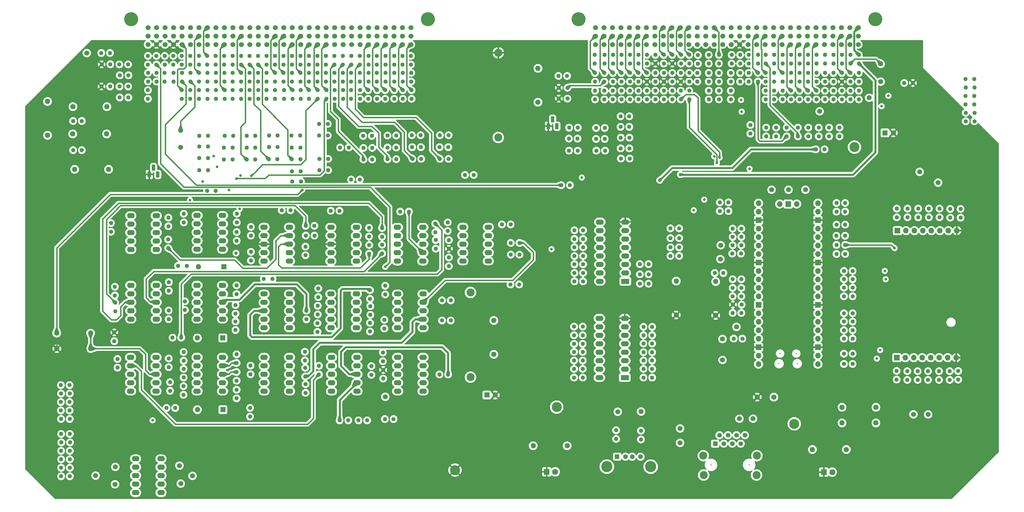
<source format=gbr>
%TF.GenerationSoftware,KiCad,Pcbnew,7.0.5*%
%TF.CreationDate,2023-10-26T11:03:58-04:00*%
%TF.ProjectId,selftest_bd,73656c66-7465-4737-945f-62642e6b6963,2.0*%
%TF.SameCoordinates,Original*%
%TF.FileFunction,Copper,L3,Inr*%
%TF.FilePolarity,Positive*%
%FSLAX46Y46*%
G04 Gerber Fmt 4.6, Leading zero omitted, Abs format (unit mm)*
G04 Created by KiCad (PCBNEW 7.0.5) date 2023-10-26 11:03:58*
%MOMM*%
%LPD*%
G01*
G04 APERTURE LIST*
G04 Aperture macros list*
%AMRoundRect*
0 Rectangle with rounded corners*
0 $1 Rounding radius*
0 $2 $3 $4 $5 $6 $7 $8 $9 X,Y pos of 4 corners*
0 Add a 4 corners polygon primitive as box body*
4,1,4,$2,$3,$4,$5,$6,$7,$8,$9,$2,$3,0*
0 Add four circle primitives for the rounded corners*
1,1,$1+$1,$2,$3*
1,1,$1+$1,$4,$5*
1,1,$1+$1,$6,$7*
1,1,$1+$1,$8,$9*
0 Add four rect primitives between the rounded corners*
20,1,$1+$1,$2,$3,$4,$5,0*
20,1,$1+$1,$4,$5,$6,$7,0*
20,1,$1+$1,$6,$7,$8,$9,0*
20,1,$1+$1,$8,$9,$2,$3,0*%
G04 Aperture macros list end*
%TA.AperFunction,ComponentPad*%
%ADD10C,1.300000*%
%TD*%
%TA.AperFunction,ComponentPad*%
%ADD11C,1.500000*%
%TD*%
%TA.AperFunction,ComponentPad*%
%ADD12R,1.800000X1.800000*%
%TD*%
%TA.AperFunction,ComponentPad*%
%ADD13C,1.800000*%
%TD*%
%TA.AperFunction,ComponentPad*%
%ADD14O,2.300000X1.600000*%
%TD*%
%TA.AperFunction,ComponentPad*%
%ADD15R,1.600000X1.600000*%
%TD*%
%TA.AperFunction,ComponentPad*%
%ADD16O,1.600000X1.600000*%
%TD*%
%TA.AperFunction,ComponentPad*%
%ADD17R,1.408000X1.408000*%
%TD*%
%TA.AperFunction,ComponentPad*%
%ADD18C,1.408000*%
%TD*%
%TA.AperFunction,ComponentPad*%
%ADD19C,2.400000*%
%TD*%
%TA.AperFunction,ComponentPad*%
%ADD20C,4.200000*%
%TD*%
%TA.AperFunction,ComponentPad*%
%ADD21C,1.600000*%
%TD*%
%TA.AperFunction,ComponentPad*%
%ADD22R,1.100000X1.800000*%
%TD*%
%TA.AperFunction,ComponentPad*%
%ADD23RoundRect,0.275000X-0.275000X-0.625000X0.275000X-0.625000X0.275000X0.625000X-0.275000X0.625000X0*%
%TD*%
%TA.AperFunction,ComponentPad*%
%ADD24R,2.400000X1.600000*%
%TD*%
%TA.AperFunction,ComponentPad*%
%ADD25O,2.400000X1.600000*%
%TD*%
%TA.AperFunction,ComponentPad*%
%ADD26O,2.400000X2.400000*%
%TD*%
%TA.AperFunction,ComponentPad*%
%ADD27C,3.000000*%
%TD*%
%TA.AperFunction,ComponentPad*%
%ADD28R,1.428000X1.428000*%
%TD*%
%TA.AperFunction,ComponentPad*%
%ADD29C,1.428000*%
%TD*%
%TA.AperFunction,ComponentPad*%
%ADD30C,3.346000*%
%TD*%
%TA.AperFunction,ComponentPad*%
%ADD31R,1.700000X1.700000*%
%TD*%
%TA.AperFunction,ComponentPad*%
%ADD32O,1.700000X1.700000*%
%TD*%
%TA.AperFunction,ViaPad*%
%ADD33C,0.800000*%
%TD*%
%TA.AperFunction,ViaPad*%
%ADD34C,1.000000*%
%TD*%
%TA.AperFunction,Conductor*%
%ADD35C,0.400000*%
%TD*%
%TA.AperFunction,Conductor*%
%ADD36C,0.600000*%
%TD*%
%ADD37C,0.350000*%
G04 APERTURE END LIST*
D10*
%TO.N,CMOD_3*%
%TO.C,NT78*%
X205740200Y-26717200D03*
%TO.N,Net-(J1-PadC21)*%
X205740200Y-24117200D03*
%TD*%
%TO.N,Net-(J2-PadA13)*%
%TO.C,NT113*%
X91846600Y-13648665D03*
%TO.N,B30_H*%
X91846600Y-16248665D03*
%TD*%
%TO.N,B4_COM_L*%
%TO.C,NT188*%
X63959600Y-26548665D03*
%TO.N,Net-(J2-PadC24)*%
X63959600Y-23948665D03*
%TD*%
%TO.N,PR1_3*%
%TO.C,NT70*%
X243840200Y-26717200D03*
%TO.N,Net-(J1-PadC6)*%
X243840200Y-24117200D03*
%TD*%
%TO.N,PM1_IO8*%
%TO.C,NT40*%
X238760200Y-21383200D03*
%TO.N,Net-(J1-PadB8)*%
X238760200Y-18783200D03*
%TD*%
%TO.N,B20_L*%
%TO.C,NT337*%
X122859600Y-44548665D03*
%TO.N,B10_L*%
X125459600Y-44548665D03*
%TD*%
D11*
%TO.N,Net-(NT312-Pad2)*%
%TO.C,TP15*%
X215701800Y-98590000D03*
%TD*%
%TO.N,Net-(K17-Pad8)*%
%TO.C,TP32*%
X27923500Y-139564335D03*
%TD*%
D10*
%TO.N,USPI0_CLK*%
%TO.C,NT296*%
X254686000Y-98462200D03*
%TO.N,Net-(U1-GPIO2)*%
X252086000Y-98462200D03*
%TD*%
%TO.N,B4_COM_H*%
%TO.C,NT187*%
X66559600Y-26548665D03*
%TO.N,Net-(J2-PadC23)*%
X66559600Y-23948665D03*
%TD*%
%TO.N,PR_ADC1*%
%TO.C,NT4*%
X248920200Y-15964065D03*
%TO.N,Net-(J1-PadA4)*%
X248920200Y-13364065D03*
%TD*%
%TO.N,Net-(J2-PadA15)*%
%TO.C,NT115*%
X86765187Y-13648665D03*
%TO.N,B33_H*%
X86765187Y-16248665D03*
%TD*%
%TO.N,INST-*%
%TO.C,NT162*%
X48559600Y-21348665D03*
%TO.N,/Interface Connector/IT-*%
X48559600Y-18748665D03*
%TD*%
%TO.N,PCTRL*%
%TO.C,NT74*%
X233680200Y-26717200D03*
%TO.N,Net-(J1-PadC10)*%
X233680200Y-24117200D03*
%TD*%
D11*
%TO.N,Net-(NT67-Pad1)*%
%TO.C,TP5*%
X259639000Y-26230000D03*
%TD*%
D10*
%TO.N,PR1_3*%
%TO.C,NT276*%
X202717600Y-73666800D03*
%TO.N,Net-(U2-I4)*%
X200117600Y-73666800D03*
%TD*%
D12*
%TO.N,GND*%
%TO.C,D4*%
X163063200Y-138421800D03*
D13*
%TO.N,Net-(D4-A)*%
X165603200Y-138421800D03*
%TD*%
D10*
%TO.N,Net-(K14-Pad7)*%
%TO.C,NT361*%
X74422200Y-67560400D03*
%TO.N,B2_COM_L*%
X74422200Y-64960400D03*
%TD*%
%TO.N,K2_LP_NO1*%
%TO.C,NT374*%
X185237800Y-38176065D03*
%TO.N,K1_LP_NC1*%
X187837800Y-38176065D03*
%TD*%
%TO.N,Net-(K7-Pad2)*%
%TO.C,NT237*%
X110115200Y-93726200D03*
%TO.N,Net-(K8-Pad3)*%
X110115200Y-96326200D03*
%TD*%
%TO.N,Net-(K10-Pad2)*%
%TO.C,NT401*%
X69828200Y-88398400D03*
%TO.N,PS1*%
X69828200Y-90998400D03*
%TD*%
%TO.N,Net-(K16-Pad2)*%
%TO.C,NT239*%
X121772400Y-60367600D03*
%TO.N,VM1*%
X119172400Y-60367600D03*
%TD*%
%TO.N,PR0_6*%
%TO.C,NT260*%
X247641200Y-37784065D03*
%TO.N,PR1_6*%
X247641200Y-35184065D03*
%TD*%
%TO.N,/Interface Connector/SH1-*%
%TO.C,NT130*%
X48644022Y-13648665D03*
%TO.N,SCOPE_CH1-*%
X48644022Y-16248665D03*
%TD*%
%TO.N,Net-(J2-PadA25)*%
%TO.C,NT125*%
X61351077Y-13648665D03*
%TO.N,Earth*%
X61351077Y-16248665D03*
%TD*%
D11*
%TO.N,Net-(J3-Pad2)*%
%TO.C,TP23*%
X202997000Y-125417000D03*
%TD*%
%TO.N,USB_GND*%
%TO.C,TP40*%
X191313000Y-120337000D03*
%TD*%
D10*
%TO.N,K2_LP_NC1*%
%TO.C,NT62*%
X182880200Y-21383200D03*
%TO.N,Net-(J1-PadB30)*%
X182880200Y-18783200D03*
%TD*%
%TO.N,K2_LP_NO2*%
%TO.C,NT61*%
X185420200Y-21383200D03*
%TO.N,Net-(J1-PadB29)*%
X185420200Y-18783200D03*
%TD*%
%TO.N,Net-(J2-PadB13)*%
%TO.C,NT145*%
X91851005Y-18748665D03*
%TO.N,B31_H*%
X91851005Y-21348665D03*
%TD*%
%TO.N,Net-(U1-GPIO22)*%
%TO.C,NT320*%
X215981000Y-78808000D03*
%TO.N,PK17*%
X213381000Y-78808000D03*
%TD*%
%TO.N,SERIAL_RX*%
%TO.C,NT19*%
X211582200Y-15964065D03*
%TO.N,Net-(J1-PadA19)*%
X211582200Y-13364065D03*
%TD*%
%TO.N,GND*%
%TO.C,NT229*%
X29739600Y-16178665D03*
%TO.N,Net-(NT227-Pad2)*%
X32339600Y-16178665D03*
%TD*%
%TO.N,PR1_2*%
%TO.C,NT268*%
X193552800Y-76115600D03*
%TO.N,Net-(U2-I3)*%
X190952800Y-76115600D03*
%TD*%
%TO.N,K3_HP_C2*%
%TO.C,NT87*%
X182831200Y-26717200D03*
%TO.N,Net-(J1-PadC30)*%
X182831200Y-24117200D03*
%TD*%
%TO.N,Net-(J6-Pin_2)*%
%TO.C,NT396*%
X271120600Y-62074000D03*
%TO.N,CMOD_1*%
X271120600Y-59474000D03*
%TD*%
D14*
%TO.N,VCC*%
%TO.C,K16*%
X125948400Y-75221600D03*
%TO.N,Net-(K16-Pad2)*%
X125948400Y-72681600D03*
%TO.N,Net-(K16-Pad3)*%
X125948400Y-70141600D03*
%TO.N,Net-(K16-Pad4)*%
X125948400Y-67601600D03*
%TO.N,N/C*%
X125948400Y-65061600D03*
X118328400Y-65061600D03*
%TO.N,Net-(K16-Pad7)*%
X118328400Y-67601600D03*
%TO.N,Net-(K16-Pad8)*%
X118328400Y-70141600D03*
%TO.N,Net-(K16-Pad9)*%
X118328400Y-72681600D03*
%TO.N,Net-(K16-Pad10)*%
X118328400Y-75221600D03*
%TD*%
D10*
%TO.N,SSR1_POS*%
%TO.C,NT336*%
X187888600Y-44449865D03*
%TO.N,PS4*%
X185288600Y-44449865D03*
%TD*%
%TO.N,DAC_VOUT*%
%TO.C,NT36*%
X248920200Y-21383200D03*
%TO.N,Net-(J1-PadB4)*%
X248920200Y-18783200D03*
%TD*%
%TO.N,K2_LP_C1*%
%TO.C,NT63*%
X180331200Y-21383200D03*
%TO.N,Net-(J1-PadB31)*%
X180331200Y-18783200D03*
%TD*%
%TO.N,B15_H*%
%TO.C,NT331*%
X117959600Y-37548665D03*
%TO.N,B25_H*%
X115359600Y-37548665D03*
%TD*%
D11*
%TO.N,Net-(K17-Pad9)*%
%TO.C,TP35*%
X33723500Y-142164335D03*
%TD*%
D10*
%TO.N,OC1_OUT*%
%TO.C,NT126*%
X58849600Y-16248665D03*
%TO.N,Net-(J2-PadA26)*%
X58849600Y-13648665D03*
%TD*%
%TO.N,Net-(K1-Pad8)*%
%TO.C,NT215*%
X133742200Y-68921800D03*
%TO.N,GND*%
X133742200Y-71521800D03*
%TD*%
D14*
%TO.N,VCC*%
%TO.C,K4*%
X126015200Y-114226200D03*
%TO.N,Net-(K4-Pad2)*%
X126015200Y-111686200D03*
%TO.N,Net-(K4-Pad3)*%
X126015200Y-109146200D03*
%TO.N,Net-(K4-Pad4)*%
X126015200Y-106606200D03*
%TO.N,N/C*%
X126015200Y-104066200D03*
X118395200Y-104066200D03*
%TO.N,Net-(K4-Pad7)*%
X118395200Y-106606200D03*
%TO.N,Net-(K4-Pad8)*%
X118395200Y-109146200D03*
%TO.N,Net-(K4-Pad9)*%
X118395200Y-111686200D03*
%TO.N,Net-(K4-Pad10)*%
X118395200Y-114226200D03*
%TD*%
D10*
%TO.N,Net-(NT315-Pad1)*%
%TO.C,NT315*%
X218757210Y-70463210D03*
%TO.N,Net-(U1-GPIO20)*%
X221357210Y-70463210D03*
%TD*%
%TO.N,B3_COM_H*%
%TO.C,NT335*%
X89439600Y-51358665D03*
%TO.N,PS9*%
X86839600Y-51358665D03*
%TD*%
%TO.N,PR1_7*%
%TO.C,NT5*%
X246380200Y-15964065D03*
%TO.N,Net-(J1-PadA5)*%
X246380200Y-13364065D03*
%TD*%
%TO.N,JTAG_TCK*%
%TO.C,NT55*%
X200660200Y-21383200D03*
%TO.N,Net-(J1-PadB23)*%
X200660200Y-18783200D03*
%TD*%
%TO.N,Net-(K12-Pad7)*%
%TO.C,NT417*%
X54337600Y-63610600D03*
%TO.N,PS10*%
X54337600Y-61010600D03*
%TD*%
%TO.N,Net-(J5-Pin_6)*%
%TO.C,NT386*%
X283767800Y-108245000D03*
%TO.N,Net-(NT386-Pad2)*%
X283767800Y-110845000D03*
%TD*%
%TO.N,Net-(J2-PadA22)*%
%TO.C,NT122*%
X68975310Y-13648665D03*
%TO.N,B43_L*%
X68975310Y-16248665D03*
%TD*%
%TO.N,Net-(U2-O6)*%
%TO.C,NT291*%
X173958600Y-68581800D03*
%TO.N,Net-(K16-Pad10)*%
X171358600Y-68581800D03*
%TD*%
%TO.N,PR1_4*%
%TO.C,NT269*%
X202717600Y-71096800D03*
%TO.N,Net-(U2-I5)*%
X200117600Y-71096800D03*
%TD*%
%TO.N,Net-(K10-Pad9)*%
%TO.C,NT403*%
X54661000Y-89887000D03*
%TO.N,PS3*%
X54661000Y-87287000D03*
%TD*%
%TO.N,Net-(J2-PadB5)*%
%TO.C,NT137*%
X112166600Y-18748665D03*
%TO.N,B17_H*%
X112166600Y-21348665D03*
%TD*%
%TO.N,Net-(J2-PadA17)*%
%TO.C,NT117*%
X81682365Y-13648665D03*
%TO.N,B36_H*%
X81682365Y-16248665D03*
%TD*%
%TO.N,SERIAL_RTS*%
%TO.C,NT302*%
X252457210Y-60363210D03*
%TO.N,Net-(U1-GPIO14)*%
X249857210Y-60363210D03*
%TD*%
%TO.N,B17_H*%
%TO.C,NT333*%
X97559600Y-47948665D03*
%TO.N,B27_H*%
X94959600Y-47948665D03*
%TD*%
%TO.N,Net-(U2-O5)*%
%TO.C,NT283*%
X173958600Y-71081800D03*
%TO.N,Net-(K15-Pad10)*%
X171358600Y-71081800D03*
%TD*%
%TO.N,Net-(J2-PadA2)*%
%TO.C,NT102*%
X119859600Y-13648665D03*
%TO.N,B10_L*%
X119859600Y-16248665D03*
%TD*%
%TO.N,/pico/I2C_ID0*%
%TO.C,NT319*%
X218757210Y-83263210D03*
%TO.N,Net-(U1-GPIO26_ADC0)*%
X221357210Y-83263210D03*
%TD*%
D15*
%TO.N,VCC*%
%TO.C,D1*%
X66025200Y-98276200D03*
D16*
%TO.N,VM2*%
X58405200Y-98276200D03*
%TD*%
D17*
%TO.N,Net-(J3-Pad1)*%
%TO.C,J3*%
X213538000Y-129989000D03*
D18*
%TO.N,Net-(J3-Pad2)*%
X214808000Y-127449000D03*
%TO.N,ETH_RX-*%
X216078000Y-129989000D03*
%TO.N,Net-(J3-Pad4)*%
X217348000Y-127449000D03*
%TO.N,Net-(J3-Pad5)*%
X218618000Y-129989000D03*
%TO.N,ETH_RX+*%
X219888000Y-127449000D03*
%TO.N,ETH_TX-*%
X221158000Y-129989000D03*
%TO.N,ETH_TX+*%
X222428000Y-127449000D03*
D19*
%TO.N,Earth*%
X209958000Y-133589000D03*
X210068000Y-139389000D03*
X225898000Y-139389000D03*
X226008000Y-133589000D03*
%TD*%
D10*
%TO.N,Net-(J2-PadA16)*%
%TO.C,NT116*%
X84223776Y-13648665D03*
%TO.N,B33_L*%
X84223776Y-16248665D03*
%TD*%
%TO.N,PWR_RES_H*%
%TO.C,NT1*%
X256540200Y-15964065D03*
%TO.N,Net-(J1-PadA1)*%
X256540200Y-13364065D03*
%TD*%
%TO.N,B13_H*%
%TO.C,NT329*%
X117959600Y-44648665D03*
%TO.N,B23_H*%
X115359600Y-44648665D03*
%TD*%
D11*
%TO.N,Net-(J2-PadA1)*%
%TO.C,J2*%
X122352000Y-5165335D03*
%TO.N,Net-(J2-PadA2)*%
X119812000Y-5165335D03*
%TO.N,Net-(J2-PadA3)*%
X117272000Y-5165335D03*
%TO.N,Net-(J2-PadA4)*%
X114732000Y-5165335D03*
%TO.N,Net-(J2-PadA5)*%
X112192000Y-5165335D03*
%TO.N,Net-(J2-PadA6)*%
X109652000Y-5165335D03*
%TO.N,Net-(J2-PadA7)*%
X107112000Y-5165335D03*
%TO.N,Net-(J2-PadA8)*%
X104572000Y-5165335D03*
%TO.N,Net-(J2-PadA9)*%
X102032000Y-5165335D03*
%TO.N,Net-(J2-PadA10)*%
X99492000Y-5165335D03*
%TO.N,Net-(J2-PadA11)*%
X96952000Y-5165335D03*
%TO.N,Net-(J2-PadA12)*%
X94412000Y-5165335D03*
%TO.N,Net-(J2-PadA13)*%
X91872000Y-5165335D03*
%TO.N,Net-(J2-PadA14)*%
X89332000Y-5165335D03*
%TO.N,Net-(J2-PadA15)*%
X86792000Y-5165335D03*
%TO.N,Net-(J2-PadA16)*%
X84252000Y-5165335D03*
%TO.N,Net-(J2-PadA17)*%
X81712000Y-5165335D03*
%TO.N,Net-(J2-PadA18)*%
X79172000Y-5165335D03*
%TO.N,Net-(J2-PadA19)*%
X76632000Y-5165335D03*
%TO.N,Net-(J2-PadA20)*%
X74092000Y-5165335D03*
%TO.N,Net-(J2-PadA21)*%
X71552000Y-5165335D03*
%TO.N,Net-(J2-PadA22)*%
X69012000Y-5165335D03*
%TO.N,Net-(J2-PadA23)*%
X66472000Y-5165335D03*
%TO.N,Net-(J2-PadA24)*%
X63932000Y-5165335D03*
%TO.N,Net-(J2-PadA25)*%
X61392000Y-5165335D03*
%TO.N,Net-(J2-PadA26)*%
X58852000Y-5165335D03*
%TO.N,Net-(J2-PadA27)*%
X56312000Y-5165335D03*
%TO.N,Net-(J2-PadA28)*%
X53772000Y-5165335D03*
%TO.N,/Interface Connector/SH1+*%
X51232000Y-5165335D03*
%TO.N,/Interface Connector/SH1-*%
X48692000Y-5165335D03*
%TO.N,/Interface Connector/SH2+*%
X46152000Y-5165335D03*
%TO.N,/Interface Connector/SH2-*%
X43612000Y-5165335D03*
%TO.N,Net-(J2-PadB1)*%
X122352000Y-7705335D03*
%TO.N,Net-(J2-PadB2)*%
X119812000Y-7705335D03*
%TO.N,Net-(J2-PadB3)*%
X117272000Y-7705335D03*
%TO.N,Net-(J2-PadB4)*%
X114732000Y-7705335D03*
%TO.N,Net-(J2-PadB5)*%
X112192000Y-7705335D03*
%TO.N,Net-(J2-PadB6)*%
X109652000Y-7705335D03*
%TO.N,Net-(J2-PadB7)*%
X107112000Y-7705335D03*
%TO.N,Net-(J2-PadB8)*%
X104572000Y-7705335D03*
%TO.N,Net-(J2-PadB9)*%
X102032000Y-7705335D03*
%TO.N,Net-(J2-PadB10)*%
X99492000Y-7705335D03*
%TO.N,Net-(J2-PadB11)*%
X96952000Y-7705335D03*
%TO.N,Net-(J2-PadB12)*%
X94412000Y-7705335D03*
%TO.N,Net-(J2-PadB13)*%
X91872000Y-7705335D03*
%TO.N,Net-(J2-PadB14)*%
X89332000Y-7705335D03*
%TO.N,Net-(J2-PadB15)*%
X86792000Y-7705335D03*
%TO.N,Net-(J2-PadB16)*%
X84252000Y-7705335D03*
%TO.N,Net-(J2-PadB17)*%
X81712000Y-7705335D03*
%TO.N,Net-(J2-PadB18)*%
X79172000Y-7705335D03*
%TO.N,Net-(J2-PadB19)*%
X76632000Y-7705335D03*
%TO.N,Net-(J2-PadB20)*%
X74092000Y-7705335D03*
%TO.N,Net-(J2-PadB21)*%
X71552000Y-7705335D03*
%TO.N,Net-(J2-PadB22)*%
X69012000Y-7705335D03*
%TO.N,Net-(J2-PadB23)*%
X66472000Y-7705335D03*
%TO.N,Net-(J2-PadB24)*%
X63932000Y-7705335D03*
%TO.N,Net-(J2-PadB25)*%
X61392000Y-7705335D03*
%TO.N,Net-(J2-PadB26)*%
X58852000Y-7705335D03*
%TO.N,Net-(J2-PadB27)*%
X56312000Y-7705335D03*
%TO.N,Net-(J2-PadB28)*%
X53772000Y-7705335D03*
%TO.N,/Interface Connector/IT+*%
X51232000Y-7705335D03*
%TO.N,/Interface Connector/IT-*%
X48692000Y-7705335D03*
%TO.N,/Interface Connector/W+*%
X46152000Y-7705335D03*
%TO.N,/Interface Connector/W-*%
X43612000Y-7705335D03*
%TO.N,Net-(J2-PadC1)*%
X122352000Y-10245335D03*
%TO.N,Net-(J2-PadC2)*%
X119812000Y-10245335D03*
%TO.N,Net-(J2-PadC3)*%
X117272000Y-10245335D03*
%TO.N,Net-(J2-PadC4)*%
X114732000Y-10245335D03*
%TO.N,Net-(J2-PadC5)*%
X112192000Y-10245335D03*
%TO.N,Net-(J2-PadC6)*%
X109652000Y-10245335D03*
%TO.N,Net-(J2-PadC7)*%
X107112000Y-10245335D03*
%TO.N,Net-(J2-PadC8)*%
X104572000Y-10245335D03*
%TO.N,Net-(J2-PadC9)*%
X102032000Y-10245335D03*
%TO.N,Net-(J2-PadC10)*%
X99492000Y-10245335D03*
%TO.N,Net-(J2-PadC11)*%
X96952000Y-10245335D03*
%TO.N,Net-(J2-PadC12)*%
X94412000Y-10245335D03*
%TO.N,Net-(J2-PadC13)*%
X91872000Y-10245335D03*
%TO.N,Net-(J2-PadC14)*%
X89332000Y-10245335D03*
%TO.N,Net-(J2-PadC15)*%
X86792000Y-10245335D03*
%TO.N,Net-(J2-PadC16)*%
X84252000Y-10245335D03*
%TO.N,Net-(J2-PadC17)*%
X81712000Y-10245335D03*
%TO.N,Net-(J2-PadC18)*%
X79172000Y-10245335D03*
%TO.N,Net-(J2-PadC19)*%
X76632000Y-10245335D03*
%TO.N,Net-(J2-PadC20)*%
X74092000Y-10245335D03*
%TO.N,Net-(J2-PadC21)*%
X71552000Y-10245335D03*
%TO.N,Net-(J2-PadC22)*%
X69012000Y-10245335D03*
%TO.N,Net-(J2-PadC23)*%
X66472000Y-10245335D03*
%TO.N,Net-(J2-PadC24)*%
X63932000Y-10245335D03*
%TO.N,Net-(J2-PadC25)*%
X61392000Y-10245335D03*
%TO.N,Net-(J2-PadC26)*%
X58852000Y-10245335D03*
%TO.N,Net-(J2-PadC27)*%
X56312000Y-10245335D03*
%TO.N,Net-(J2-PadC28)*%
X53772000Y-10245335D03*
%TO.N,GND*%
X51232000Y-10245335D03*
%TO.N,Net-(J2-PadC30)*%
X48692000Y-10245335D03*
%TO.N,GND*%
X46152000Y-10245335D03*
%TO.N,Net-(J2-PadC32)*%
X43612000Y-10245335D03*
D20*
%TO.N,Earth*%
X127432000Y-2625335D03*
X38532000Y-2625335D03*
%TD*%
D10*
%TO.N,Net-(K7-Pad4)*%
%TO.C,NT238*%
X110115200Y-86526200D03*
%TO.N,Net-(K8-Pad8)*%
X110115200Y-83926200D03*
%TD*%
%TO.N,B3_COM_L*%
%TO.C,NT325*%
X89369600Y-48278665D03*
%TO.N,PS10*%
X86769600Y-48278665D03*
%TD*%
%TO.N,Net-(J2-PadA28)*%
%TO.C,NT128*%
X53726844Y-13648665D03*
%TO.N,DVM_H*%
X53726844Y-16248665D03*
%TD*%
%TO.N,CMOD_1*%
%TO.C,NT21*%
X205740200Y-15964065D03*
%TO.N,Net-(J1-PadA21)*%
X205740200Y-13364065D03*
%TD*%
%TO.N,B25_L*%
%TO.C,NT342*%
X108059600Y-37648665D03*
%TO.N,B15_L*%
X110659600Y-37648665D03*
%TD*%
%TO.N,Net-(K3-Pad3)*%
%TO.C,NT221*%
X131695600Y-86975400D03*
%TO.N,Net-(NT221-Pad2)*%
X134295600Y-86975400D03*
%TD*%
%TO.N,Net-(J2-PadB8)*%
%TO.C,NT140*%
X104459600Y-18748665D03*
%TO.N,B21_L*%
X104459600Y-21348665D03*
%TD*%
%TO.N,PS1_IO9*%
%TO.C,NT73*%
X236220200Y-26717200D03*
%TO.N,Net-(J1-PadC9)*%
X236220200Y-24117200D03*
%TD*%
%TO.N,PS1_OUT_HI2*%
%TO.C,NT81*%
X198120200Y-26717200D03*
%TO.N,Net-(J1-PadC24)*%
X198120200Y-24117200D03*
%TD*%
D11*
%TO.N,Net-(NT8-Pad1)*%
%TO.C,TP2*%
X244811200Y-30294000D03*
%TD*%
D10*
%TO.N,Net-(J2-PadA24)*%
%TO.C,NT124*%
X63892488Y-13648665D03*
%TO.N,B46_L*%
X63892488Y-16248665D03*
%TD*%
%TO.N,unconnected-(NT198-Pad1)*%
%TO.C,NT198*%
X288509600Y-28185800D03*
%TO.N,unconnected-(NT198-Pad2)*%
X291109600Y-28185800D03*
%TD*%
%TO.N,unconnected-(NT196-Pad1)*%
%TO.C,NT196*%
X288569600Y-23105800D03*
%TO.N,unconnected-(NT196-Pad2)*%
X291169600Y-23105800D03*
%TD*%
%TO.N,OC2_OUT*%
%TO.C,NT158*%
X58859600Y-21348665D03*
%TO.N,Net-(J2-PadB26)*%
X58859600Y-18748665D03*
%TD*%
%TO.N,PS3*%
%TO.C,NT383*%
X169743800Y-42087665D03*
%TO.N,K1_LP_C2*%
X172343800Y-42087665D03*
%TD*%
D11*
%TO.N,Net-(U1-SWDIO)*%
%TO.C,TP11*%
X230391400Y-53826600D03*
%TD*%
%TO.N,Net-(NT193-Pad2)*%
%TO.C,TP9*%
X25269600Y-12818665D03*
%TD*%
D10*
%TO.N,unconnected-(NT99-Pad1)*%
%TO.C,NT99*%
X17597800Y-137228000D03*
%TO.N,unconnected-(NT99-Pad2)*%
X20197800Y-137228000D03*
%TD*%
%TO.N,CUR_SENS_L*%
%TO.C,NT66*%
X254000200Y-26717200D03*
%TO.N,Net-(J1-PadC2)*%
X254000200Y-24117200D03*
%TD*%
%TO.N,USB_GND*%
%TO.C,NT20*%
X208331000Y-15996265D03*
%TO.N,Net-(J1-PadA20)*%
X208331000Y-13396265D03*
%TD*%
%TO.N,VM3*%
%TO.C,NT264*%
X51765200Y-119276200D03*
%TO.N,OC2_OUT*%
X49165200Y-119276200D03*
%TD*%
%TO.N,Net-(J2-PadB9)*%
%TO.C,NT141*%
X102006600Y-18748665D03*
%TO.N,B24_H*%
X102006600Y-21348665D03*
%TD*%
%TO.N,PR0_5*%
%TO.C,NT75*%
X231140200Y-26717200D03*
%TO.N,Net-(J1-PadC11)*%
X231140200Y-24117200D03*
%TD*%
%TO.N,Net-(K8-Pad7)*%
%TO.C,NT249*%
X54280000Y-107530800D03*
%TO.N,Net-(K11-Pad8)*%
X54280000Y-110130800D03*
%TD*%
%TO.N,Net-(NT67-Pad1)*%
%TO.C,NT67*%
X251460200Y-26717200D03*
%TO.N,Net-(J1-PadC3)*%
X251460200Y-24117200D03*
%TD*%
%TO.N,Net-(J2-PadB18)*%
%TO.C,NT150*%
X79156530Y-18748665D03*
%TO.N,B37_L*%
X79156530Y-21348665D03*
%TD*%
%TO.N,/Interface Connector/W+*%
%TO.C,NT163*%
X46150895Y-18748665D03*
%TO.N,AWG+*%
X46150895Y-21348665D03*
%TD*%
%TO.N,GND*%
%TO.C,NT54*%
X203200200Y-21383200D03*
%TO.N,Net-(J1-PadB22)*%
X203200200Y-18783200D03*
%TD*%
%TO.N,PS6*%
%TO.C,NT371*%
X93451400Y-64634800D03*
%TO.N,VM5*%
X90851400Y-64634800D03*
%TD*%
%TO.N,PS1_OUT_LO1*%
%TO.C,NT82*%
X195580200Y-26717200D03*
%TO.N,Net-(J1-PadC25)*%
X195580200Y-24117200D03*
%TD*%
%TO.N,Net-(J2-PadA9)*%
%TO.C,NT109*%
X102006600Y-13648665D03*
%TO.N,B23_H*%
X102006600Y-16248665D03*
%TD*%
%TO.N,Net-(J2-PadB20)*%
%TO.C,NT152*%
X74066600Y-18748665D03*
%TO.N,B41_L*%
X74066600Y-21348665D03*
%TD*%
D21*
%TO.N,I2C_SDA*%
%TO.C,R9*%
X261671000Y-123766000D03*
D16*
%TO.N,ST_3V3*%
X251511000Y-123766000D03*
%TD*%
D10*
%TO.N,unconnected-(NT197-Pad1)*%
%TO.C,NT197*%
X288509600Y-25645800D03*
%TO.N,unconnected-(NT197-Pad2)*%
X291109600Y-25645800D03*
%TD*%
%TO.N,SCOPE_CH2-*%
%TO.C,NT132*%
X43599600Y-16248665D03*
%TO.N,/Interface Connector/SH2-*%
X43599600Y-13648665D03*
%TD*%
%TO.N,SERIAL_CTS*%
%TO.C,NT310*%
X252457210Y-57763210D03*
%TO.N,Net-(U1-GPIO15)*%
X249857210Y-57763210D03*
%TD*%
%TO.N,Net-(U1-AGND)*%
%TO.C,NT324*%
X221437000Y-88273000D03*
%TO.N,GND*%
X218837000Y-88273000D03*
%TD*%
D21*
%TO.N,Net-(K4-Pad2)*%
%TO.C,R1*%
X147215200Y-103186200D03*
D16*
%TO.N,Net-(NT220-Pad2)*%
X147215200Y-93026200D03*
%TD*%
D10*
%TO.N,SSR1_NEG*%
%TO.C,NT85*%
X187960200Y-26717200D03*
%TO.N,Net-(J1-PadC28)*%
X187960200Y-24117200D03*
%TD*%
%TO.N,unconnected-(NT96-Pad1)*%
%TO.C,NT96*%
X17657800Y-129608000D03*
%TO.N,unconnected-(NT96-Pad2)*%
X20257800Y-129608000D03*
%TD*%
%TO.N,B41_L*%
%TO.C,NT364*%
X79859600Y-41048665D03*
%TO.N,B31_L*%
X82459600Y-41048665D03*
%TD*%
%TO.N,Net-(NT227-Pad2)*%
%TO.C,NT411*%
X35049600Y-16218665D03*
%TO.N,SCOPE_CH1-*%
X37649600Y-16218665D03*
%TD*%
%TO.N,Net-(J2-PadB23)*%
%TO.C,NT155*%
X66462055Y-18748665D03*
%TO.N,B47_H*%
X66462055Y-21348665D03*
%TD*%
%TO.N,Net-(J2-PadC32)*%
%TO.C,NT194*%
X43586600Y-23948665D03*
%TO.N,DVM_I*%
X43586600Y-26548665D03*
%TD*%
%TO.N,PFLAG*%
%TO.C,NT266*%
X170007000Y-52442800D03*
%TO.N,DVM_TRIG*%
X167407000Y-52442800D03*
%TD*%
%TO.N,Net-(J6-Pin_4)*%
%TO.C,NT397*%
X277520600Y-62074000D03*
%TO.N,CMOD_3*%
X277520600Y-59474000D03*
%TD*%
%TO.N,PS2*%
%TO.C,NT382*%
X166561200Y-19664065D03*
%TO.N,K1_LP_C1*%
X169161200Y-19664065D03*
%TD*%
%TO.N,CMOD_2*%
%TO.C,NT53*%
X205740200Y-21383200D03*
%TO.N,Net-(J1-PadB21)*%
X205740200Y-18783200D03*
%TD*%
%TO.N,GND*%
%TO.C,NT23*%
X200660200Y-15964065D03*
%TO.N,Net-(J1-PadA23)*%
X200660200Y-13364065D03*
%TD*%
%TO.N,CMOD_5*%
%TO.C,NT385*%
X277267800Y-110845000D03*
%TO.N,Net-(J5-Pin_4)*%
X277267800Y-108245000D03*
%TD*%
%TO.N,unconnected-(NT91-Pad1)*%
%TO.C,NT91*%
X17572400Y-114952200D03*
%TO.N,unconnected-(NT91-Pad2)*%
X20172400Y-114952200D03*
%TD*%
%TO.N,PM1_IO8*%
%TO.C,NT272*%
X194636200Y-105051600D03*
%TO.N,Net-(U3-I3)*%
X192036200Y-105051600D03*
%TD*%
%TO.N,K2_LP_NO1*%
%TO.C,NT64*%
X177531200Y-21383200D03*
%TO.N,Net-(J1-PadB32)*%
X177531200Y-18783200D03*
%TD*%
%TO.N,B27_L*%
%TO.C,NT344*%
X94859600Y-37548665D03*
%TO.N,B17_L*%
X97459600Y-37548665D03*
%TD*%
%TO.N,Net-(NT8-Pad1)*%
%TO.C,NT8*%
X238760200Y-15964065D03*
%TO.N,Net-(J1-PadA8)*%
X238760200Y-13364065D03*
%TD*%
D21*
%TO.N,Net-(NT212-Pad2)*%
%TO.C,R7*%
X21056800Y-37050400D03*
D16*
%TO.N,Net-(K6-Pad7)*%
X31216800Y-37050400D03*
%TD*%
D14*
%TO.N,VCC*%
%TO.C,K17*%
X47513500Y-144654335D03*
%TO.N,Net-(K17-Pad2)*%
X47513500Y-142114335D03*
%TO.N,Net-(K17-Pad3)*%
X47513500Y-139574335D03*
%TO.N,Net-(K17-Pad4)*%
X47513500Y-137034335D03*
%TO.N,N/C*%
X47513500Y-134494335D03*
X39893500Y-134494335D03*
%TO.N,Net-(K17-Pad7)*%
X39893500Y-137034335D03*
%TO.N,Net-(K17-Pad8)*%
X39893500Y-139574335D03*
%TO.N,Net-(K17-Pad9)*%
X39893500Y-142114335D03*
%TO.N,Net-(K17-Pad10)*%
X39893500Y-144654335D03*
%TD*%
D10*
%TO.N,/Relay_test/PRES*%
%TO.C,NT357*%
X177831200Y-38574065D03*
%TO.N,K3_HP_C1*%
X180431200Y-38574065D03*
%TD*%
%TO.N,GND*%
%TO.C,NT25*%
X195580200Y-15964065D03*
%TO.N,Net-(J1-PadA25)*%
X195580200Y-13364065D03*
%TD*%
D11*
%TO.N,Net-(NT159-Pad2)*%
%TO.C,TP4*%
X53391000Y-36009000D03*
%TD*%
%TO.N,Net-(J1-PadA1)*%
%TO.C,J1*%
X256387800Y-5165335D03*
%TO.N,Net-(J1-PadA2)*%
X253847800Y-5165335D03*
%TO.N,Net-(J1-PadA3)*%
X251307800Y-5165335D03*
%TO.N,Net-(J1-PadA4)*%
X248767800Y-5165335D03*
%TO.N,Net-(J1-PadA5)*%
X246227800Y-5165335D03*
%TO.N,Net-(J1-PadA6)*%
X243687800Y-5165335D03*
%TO.N,Net-(J1-PadA7)*%
X241147800Y-5165335D03*
%TO.N,Net-(J1-PadA8)*%
X238607800Y-5165335D03*
%TO.N,Net-(J1-PadA9)*%
X236067800Y-5165335D03*
%TO.N,Net-(J1-PadA10)*%
X233527800Y-5165335D03*
%TO.N,Net-(J1-PadA11)*%
X230987800Y-5165335D03*
%TO.N,Net-(J1-PadA12)*%
X228447800Y-5165335D03*
%TO.N,Net-(J1-PadA13)*%
X225907800Y-5165335D03*
%TO.N,Net-(J1-PadA14)*%
X223367800Y-5165335D03*
%TO.N,Net-(J1-PadA15)*%
X220827800Y-5165335D03*
%TO.N,Net-(J1-PadA16)*%
X218287800Y-5165335D03*
%TO.N,Net-(J1-PadA17)*%
X215747800Y-5165335D03*
%TO.N,Net-(J1-PadA18)*%
X213207800Y-5165335D03*
%TO.N,Net-(J1-PadA19)*%
X210667800Y-5165335D03*
%TO.N,Net-(J1-PadA20)*%
X208127800Y-5165335D03*
%TO.N,Net-(J1-PadA21)*%
X205587800Y-5165335D03*
%TO.N,Net-(J1-PadA22)*%
X203047800Y-5165335D03*
%TO.N,Net-(J1-PadA23)*%
X200507800Y-5165335D03*
%TO.N,Net-(J1-PadA24)*%
X197967800Y-5165335D03*
%TO.N,Net-(J1-PadA25)*%
X195427800Y-5165335D03*
%TO.N,Net-(J1-PadA26)*%
X192887800Y-5165335D03*
%TO.N,Net-(J1-PadA27)*%
X190347800Y-5165335D03*
%TO.N,Net-(J1-PadA28)*%
X187807800Y-5165335D03*
%TO.N,Net-(J1-PadA29)*%
X185267800Y-5165335D03*
%TO.N,Net-(J1-PadA30)*%
X182727800Y-5165335D03*
%TO.N,Net-(J1-PadA31)*%
X180187800Y-5165335D03*
%TO.N,Net-(J1-PadA32)*%
X177647800Y-5165335D03*
%TO.N,Net-(J1-PadB1)*%
X256387800Y-7705335D03*
%TO.N,Net-(J1-PadB2)*%
X253847800Y-7705335D03*
%TO.N,Net-(J1-PadB3)*%
X251307800Y-7705335D03*
%TO.N,Net-(J1-PadB4)*%
X248767800Y-7705335D03*
%TO.N,Net-(J1-PadB5)*%
X246227800Y-7705335D03*
%TO.N,Net-(J1-PadB6)*%
X243687800Y-7705335D03*
%TO.N,Net-(J1-PadB7)*%
X241147800Y-7705335D03*
%TO.N,Net-(J1-PadB8)*%
X238607800Y-7705335D03*
%TO.N,Net-(J1-PadB9)*%
X236067800Y-7705335D03*
%TO.N,Net-(J1-PadB10)*%
X233527800Y-7705335D03*
%TO.N,Net-(J1-PadB11)*%
X230987800Y-7705335D03*
%TO.N,Net-(J1-PadB12)*%
X228447800Y-7705335D03*
%TO.N,Net-(J1-PadB13)*%
X225907800Y-7705335D03*
%TO.N,Net-(J1-PadB14)*%
X223367800Y-7705335D03*
%TO.N,Net-(J1-PadB15)*%
X220827800Y-7705335D03*
%TO.N,Net-(J1-PadB16)*%
X218287800Y-7705335D03*
%TO.N,Net-(J1-PadB17)*%
X215747800Y-7705335D03*
%TO.N,Net-(J1-PadB18)*%
X213207800Y-7705335D03*
%TO.N,Net-(J1-PadB19)*%
X210667800Y-7705335D03*
%TO.N,Net-(J1-PadB20)*%
X208127800Y-7705335D03*
%TO.N,Net-(J1-PadB21)*%
X205587800Y-7705335D03*
%TO.N,Net-(J1-PadB22)*%
X203047800Y-7705335D03*
%TO.N,Net-(J1-PadB23)*%
X200507800Y-7705335D03*
%TO.N,Net-(J1-PadB24)*%
X197967800Y-7705335D03*
%TO.N,Net-(J1-PadB25)*%
X195427800Y-7705335D03*
%TO.N,Net-(J1-PadB26)*%
X192887800Y-7705335D03*
%TO.N,Net-(J1-PadB27)*%
X190347800Y-7705335D03*
%TO.N,Net-(J1-PadB28)*%
X187807800Y-7705335D03*
%TO.N,Net-(J1-PadB29)*%
X185267800Y-7705335D03*
%TO.N,Net-(J1-PadB30)*%
X182727800Y-7705335D03*
%TO.N,Net-(J1-PadB31)*%
X180187800Y-7705335D03*
%TO.N,Net-(J1-PadB32)*%
X177647800Y-7705335D03*
%TO.N,Net-(J1-PadC1)*%
X256387800Y-10245335D03*
%TO.N,Net-(J1-PadC2)*%
X253847800Y-10245335D03*
%TO.N,Net-(J1-PadC3)*%
X251307800Y-10245335D03*
%TO.N,Net-(J1-PadC4)*%
X248767800Y-10245335D03*
%TO.N,Net-(J1-PadC5)*%
X246227800Y-10245335D03*
%TO.N,Net-(J1-PadC6)*%
X243687800Y-10245335D03*
%TO.N,Net-(J1-PadC7)*%
X241147800Y-10245335D03*
%TO.N,Net-(J1-PadC8)*%
X238607800Y-10245335D03*
%TO.N,Net-(J1-PadC9)*%
X236067800Y-10245335D03*
%TO.N,Net-(J1-PadC10)*%
X233527800Y-10245335D03*
%TO.N,Net-(J1-PadC11)*%
X230987800Y-10245335D03*
%TO.N,Net-(J1-PadC12)*%
X228447800Y-10245335D03*
%TO.N,ETH_TX+*%
X225907800Y-10245335D03*
%TO.N,ETH_TX-*%
X223367800Y-10245335D03*
%TO.N,GND*%
X220827800Y-10245335D03*
%TO.N,ETH_RX+*%
X218287800Y-10245335D03*
%TO.N,ETH_RX-*%
X215747800Y-10245335D03*
%TO.N,Net-(J1-PadC18)*%
X213207800Y-10245335D03*
%TO.N,USB_D+*%
X210667800Y-10245335D03*
%TO.N,USB_D-*%
X208127800Y-10245335D03*
%TO.N,Net-(J1-PadC21)*%
X205587800Y-10245335D03*
%TO.N,Net-(J1-PadC22)*%
X203047800Y-10245335D03*
%TO.N,Net-(J1-PadC23)*%
X200507800Y-10245335D03*
%TO.N,Net-(J1-PadC24)*%
X197967800Y-10245335D03*
%TO.N,Net-(J1-PadC25)*%
X195427800Y-10245335D03*
%TO.N,Net-(J1-PadC26)*%
X192887800Y-10245335D03*
%TO.N,Net-(J1-PadC27)*%
X190347800Y-10245335D03*
%TO.N,Net-(J1-PadC28)*%
X187807800Y-10245335D03*
%TO.N,Net-(J1-PadC29)*%
X185267800Y-10245335D03*
%TO.N,Net-(J1-PadC30)*%
X182727800Y-10245335D03*
%TO.N,Net-(J1-PadC31)*%
X180187800Y-10245335D03*
%TO.N,Net-(J1-PadC32)*%
X177647800Y-10245335D03*
D20*
%TO.N,Earth*%
X261467800Y-2625335D03*
X172567800Y-2625335D03*
%TD*%
D11*
%TO.N,Net-(U1-VBUS)*%
%TO.C,TP14*%
X215701800Y-104889200D03*
%TD*%
D14*
%TO.N,VCC*%
%TO.C,K14*%
X86015200Y-75196200D03*
%TO.N,Net-(K14-Pad2)*%
X86015200Y-72656200D03*
%TO.N,Net-(K14-Pad3)*%
X86015200Y-70116200D03*
%TO.N,Net-(K14-Pad4)*%
X86015200Y-67576200D03*
%TO.N,N/C*%
X86015200Y-65036200D03*
X78395200Y-65036200D03*
%TO.N,Net-(K14-Pad7)*%
X78395200Y-67576200D03*
%TO.N,GND*%
X78395200Y-70116200D03*
%TO.N,Net-(K14-Pad9)*%
X78395200Y-72656200D03*
%TO.N,Net-(K14-Pad10)*%
X78395200Y-75196200D03*
%TD*%
D10*
%TO.N,Net-(J2-PadA19)*%
%TO.C,NT119*%
X76599543Y-13648665D03*
%TO.N,B40_H*%
X76599543Y-16248665D03*
%TD*%
%TO.N,B22_L*%
%TO.C,NT339*%
X122659600Y-37448665D03*
%TO.N,B12_L*%
X125259600Y-37448665D03*
%TD*%
%TO.N,Net-(J2-PadB15)*%
%TO.C,NT147*%
X86773215Y-18748665D03*
%TO.N,B34_H*%
X86773215Y-21348665D03*
%TD*%
D22*
%TO.N,GND*%
%TO.C,U4*%
X163550800Y-34758000D03*
D23*
%TO.N,1W_J1*%
X164820800Y-32688000D03*
%TO.N,N/C*%
X166090800Y-34758000D03*
%TD*%
D10*
%TO.N,DIG_PWR_IN*%
%TO.C,NT400*%
X246283200Y-41698600D03*
%TO.N,ST_3V3*%
X243683200Y-41698600D03*
%TD*%
%TO.N,Net-(K11-Pad2)*%
%TO.C,NT405*%
X70155000Y-113792000D03*
%TO.N,PS5*%
X70155000Y-116392000D03*
%TD*%
%TO.N,Net-(NT217-Pad1)*%
%TO.C,NT217*%
X90779800Y-70857800D03*
%TO.N,Net-(K14-Pad2)*%
X90779800Y-73457800D03*
%TD*%
%TO.N,Net-(J2-PadB4)*%
%TO.C,NT136*%
X114759600Y-18748665D03*
%TO.N,B14_L*%
X114759600Y-21348665D03*
%TD*%
%TO.N,CMOD_4*%
%TO.C,NT79*%
X203200200Y-26717200D03*
%TO.N,Net-(J1-PadC22)*%
X203200200Y-24117200D03*
%TD*%
%TO.N,Net-(K16-Pad7)*%
%TO.C,NT242*%
X113741400Y-67916000D03*
%TO.N,Net-(K9-Pad8)*%
X113741400Y-65316000D03*
%TD*%
%TO.N,K2_LP_NC1*%
%TO.C,NT372*%
X185187000Y-31775265D03*
%TO.N,K1_LP_NO1*%
X187787000Y-31775265D03*
%TD*%
%TO.N,K2_LP_NO2*%
%TO.C,NT375*%
X187812400Y-41401865D03*
%TO.N,K1_LP_NC2*%
X185212400Y-41401865D03*
%TD*%
%TO.N,Net-(J2-PadB3)*%
%TO.C,NT135*%
X117359600Y-18748665D03*
%TO.N,B14_H*%
X117359600Y-21348665D03*
%TD*%
D24*
%TO.N,Net-(U2-I1)*%
%TO.C,U2*%
X186588600Y-81271800D03*
D25*
%TO.N,Net-(U2-I2)*%
X186588600Y-78731800D03*
%TO.N,Net-(U2-I3)*%
X186588600Y-76191800D03*
%TO.N,Net-(U2-I4)*%
X186588600Y-73651800D03*
%TO.N,Net-(U2-I5)*%
X186588600Y-71111800D03*
%TO.N,Net-(U2-I6)*%
X186588600Y-68571800D03*
%TO.N,Net-(U2-I7)*%
X186588600Y-66031800D03*
%TO.N,GND*%
X186588600Y-63491800D03*
%TO.N,VCC*%
X178968600Y-63491800D03*
%TO.N,Net-(U2-O7)*%
X178968600Y-66031800D03*
%TO.N,Net-(U2-O6)*%
X178968600Y-68571800D03*
%TO.N,Net-(U2-O5)*%
X178968600Y-71111800D03*
%TO.N,Net-(U2-O4)*%
X178968600Y-73651800D03*
%TO.N,Net-(U2-O3)*%
X178968600Y-76191800D03*
%TO.N,Net-(U2-O2)*%
X178968600Y-78731800D03*
%TO.N,Net-(U2-O1)*%
X178968600Y-81271800D03*
%TD*%
D10*
%TO.N,Net-(K11-Pad7)*%
%TO.C,NT408*%
X54280000Y-105101600D03*
%TO.N,Net-(K12-Pad8)*%
X54280000Y-102501600D03*
%TD*%
%TO.N,I2C_SDA*%
%TO.C,NT298*%
X254686000Y-85762200D03*
%TO.N,Net-(U1-GPIO6)*%
X252086000Y-85762200D03*
%TD*%
%TO.N,Net-(J2-PadA7)*%
%TO.C,NT107*%
X107039600Y-13648665D03*
%TO.N,B20_H*%
X107039600Y-16248665D03*
%TD*%
%TO.N,JTAG_TDI*%
%TO.C,NT317*%
X214905000Y-57599000D03*
%TO.N,Net-(U1-GPIO16)*%
X217505000Y-57599000D03*
%TD*%
D24*
%TO.N,Net-(U3-I1)*%
%TO.C,U3*%
X186436200Y-110151600D03*
D25*
%TO.N,Net-(U3-I2)*%
X186436200Y-107611600D03*
%TO.N,Net-(U3-I3)*%
X186436200Y-105071600D03*
%TO.N,Net-(U3-I4)*%
X186436200Y-102531600D03*
%TO.N,Net-(U3-I5)*%
X186436200Y-99991600D03*
%TO.N,Net-(U3-I6)*%
X186436200Y-97451600D03*
%TO.N,Net-(U3-I7)*%
X186436200Y-94911600D03*
%TO.N,GND*%
X186436200Y-92371600D03*
%TO.N,VCC*%
X178816200Y-92371600D03*
%TO.N,Net-(U3-O7)*%
X178816200Y-94911600D03*
%TO.N,Net-(U3-O6)*%
X178816200Y-97451600D03*
%TO.N,Net-(U3-O5)*%
X178816200Y-99991600D03*
%TO.N,Net-(U3-O4)*%
X178816200Y-102531600D03*
%TO.N,Net-(U3-O3)*%
X178816200Y-105071600D03*
%TO.N,Net-(U3-O2)*%
X178816200Y-107611600D03*
%TO.N,Net-(U3-O1)*%
X178816200Y-110151600D03*
%TD*%
D21*
%TO.N,ST_3V3*%
%TO.C,C1*%
X231111000Y-116019000D03*
%TO.N,GND*%
X226111000Y-116019000D03*
%TD*%
D10*
%TO.N,GND*%
%TO.C,NT56*%
X198120200Y-21383200D03*
%TO.N,Net-(J1-PadB24)*%
X198120200Y-18783200D03*
%TD*%
%TO.N,Net-(K3-Pad9)*%
%TO.C,NT409*%
X114415200Y-92826200D03*
%TO.N,SCOPE_CH1+*%
X114415200Y-95426200D03*
%TD*%
%TO.N,Net-(U3-O3)*%
%TO.C,NT286*%
X173836200Y-105051600D03*
%TO.N,Net-(K6-Pad10)*%
X171236200Y-105051600D03*
%TD*%
%TO.N,B40_L*%
%TO.C,NT363*%
X79759600Y-44648665D03*
%TO.N,B30_L*%
X82359600Y-44648665D03*
%TD*%
%TO.N,USPI0_RX*%
%TO.C,NT304*%
X254686000Y-95962200D03*
%TO.N,Net-(U1-GPIO3)*%
X252086000Y-95962200D03*
%TD*%
%TO.N,I2C_SDA*%
%TO.C,NT48*%
X218186200Y-21383200D03*
%TO.N,Net-(J1-PadB16)*%
X218186200Y-18783200D03*
%TD*%
D11*
%TO.N,Net-(U1-ADC_VREF)*%
%TO.C,TP17*%
X219888000Y-94937000D03*
%TD*%
D10*
%TO.N,B16_H*%
%TO.C,NT332*%
X97559600Y-44548665D03*
%TO.N,B26_H*%
X94959600Y-44548665D03*
%TD*%
%TO.N,PR_ADC0*%
%TO.C,NT203*%
X50215200Y-114126200D03*
%TO.N,Net-(K13-Pad2)*%
X50215200Y-111526200D03*
%TD*%
%TO.N,PICODRV*%
%TO.C,NT236*%
X94615200Y-83426200D03*
%TO.N,Net-(K7-Pad7)*%
X94615200Y-86026200D03*
%TD*%
%TO.N,Net-(J2-PadB2)*%
%TO.C,NT134*%
X119959600Y-18748665D03*
%TO.N,B11_L*%
X119959600Y-21348665D03*
%TD*%
%TO.N,B30_H*%
%TO.C,NT348*%
X89259600Y-44648665D03*
%TO.N,B40_H*%
X86659600Y-44648665D03*
%TD*%
%TO.N,Net-(K15-Pad7)*%
%TO.C,NT362*%
X93476800Y-67555800D03*
%TO.N,B4_COM_L*%
X90876800Y-67555800D03*
%TD*%
%TO.N,PS1_IO9*%
%TO.C,NT299*%
X254686000Y-80662200D03*
%TO.N,Net-(U1-GPIO8)*%
X252086000Y-80662200D03*
%TD*%
%TO.N,B1_COM_H*%
%TO.C,NT169*%
X112259600Y-26548665D03*
%TO.N,Net-(J2-PadC5)*%
X112259600Y-23948665D03*
%TD*%
D14*
%TO.N,VCC*%
%TO.C,K6*%
X46085200Y-71756200D03*
%TO.N,Net-(K6-Pad2)*%
X46085200Y-69216200D03*
%TO.N,Net-(K6-Pad3)*%
X46085200Y-66676200D03*
%TO.N,Net-(K6-Pad4)*%
X46085200Y-64136200D03*
%TO.N,N/C*%
X46085200Y-61596200D03*
X38465200Y-61596200D03*
%TO.N,Net-(K6-Pad7)*%
X38465200Y-64136200D03*
%TO.N,Net-(K6-Pad8)*%
X38465200Y-66676200D03*
%TO.N,Net-(K6-Pad9)*%
X38465200Y-69216200D03*
%TO.N,Net-(K6-Pad10)*%
X38465200Y-71756200D03*
%TD*%
D10*
%TO.N,Net-(J2-PadB17)*%
%TO.C,NT149*%
X81695425Y-18748665D03*
%TO.N,B37_H*%
X81695425Y-21348665D03*
%TD*%
%TO.N,Net-(NT2-Pad1)*%
%TO.C,NT2*%
X254000200Y-15964065D03*
%TO.N,Net-(J1-PadA2)*%
X254000200Y-13364065D03*
%TD*%
%TO.N,Net-(J2-PadB10)*%
%TO.C,NT142*%
X99467690Y-18748665D03*
%TO.N,B24_L*%
X99467690Y-21348665D03*
%TD*%
D21*
%TO.N,GND*%
%TO.C,R11*%
X201854000Y-91381000D03*
D16*
%TO.N,/pico/I2C_ID1*%
X201854000Y-81221000D03*
%TD*%
D10*
%TO.N,Net-(U2-O7)*%
%TO.C,NT284*%
X173958600Y-65981800D03*
%TO.N,Net-(K2-Pad10)*%
X171358600Y-65981800D03*
%TD*%
%TO.N,K3_HP_NO2*%
%TO.C,NT89*%
X177531200Y-26717200D03*
%TO.N,Net-(J1-PadC32)*%
X177531200Y-24117200D03*
%TD*%
%TO.N,Net-(K8-Pad4)*%
%TO.C,NT247*%
X80903800Y-80586000D03*
%TO.N,Net-(K10-Pad8)*%
X78303800Y-80586000D03*
%TD*%
%TO.N,Net-(K15-Pad2)*%
%TO.C,NT232*%
X129794200Y-68897400D03*
%TO.N,Net-(K16-Pad3)*%
X129794200Y-71497400D03*
%TD*%
%TO.N,DVM_SENSE_H*%
%TO.C,NT211*%
X23779200Y-33189600D03*
%TO.N,Net-(NT211-Pad2)*%
X21179200Y-33189600D03*
%TD*%
%TO.N,USPI0_CS*%
%TO.C,NT305*%
X254686000Y-90862200D03*
%TO.N,Net-(U1-GPIO5)*%
X252086000Y-90862200D03*
%TD*%
%TO.N,/Relay_test/PRES*%
%TO.C,NT358*%
X177831200Y-35274065D03*
%TO.N,K3_HP_C2*%
X180431200Y-35274065D03*
%TD*%
D19*
%TO.N,/Relay_test/PRES*%
%TO.C,R12*%
X148539400Y-38142600D03*
D26*
%TO.N,GND*%
X148539400Y-12742600D03*
%TD*%
D10*
%TO.N,Net-(J2-PadC22)*%
%TO.C,NT186*%
X68986600Y-23948665D03*
%TO.N,B45_L*%
X68986600Y-26548665D03*
%TD*%
%TO.N,Net-(J2-PadA5)*%
%TO.C,NT105*%
X112159600Y-13648665D03*
%TO.N,B16_H*%
X112159600Y-16248665D03*
%TD*%
%TO.N,DIG_PWR_IN*%
%TO.C,NT69*%
X246380200Y-26717200D03*
%TO.N,Net-(J1-PadC5)*%
X246380200Y-24117200D03*
%TD*%
%TO.N,Net-(U3-O1)*%
%TO.C,NT285*%
X173836200Y-110151600D03*
%TO.N,Net-(K9-Pad10)*%
X171236200Y-110151600D03*
%TD*%
%TO.N,Net-(K5-Pad2)*%
%TO.C,NT244*%
X101011400Y-123004000D03*
%TO.N,CUR_SENS_H*%
X103611400Y-123004000D03*
%TD*%
%TO.N,ST_3V3*%
%TO.C,NT387*%
X267867800Y-110745000D03*
%TO.N,Net-(J5-Pin_1)*%
X267867800Y-108145000D03*
%TD*%
%TO.N,1W_J1*%
%TO.C,NT77*%
X211582200Y-26717200D03*
%TO.N,Net-(J1-PadC18)*%
X211582200Y-24117200D03*
%TD*%
%TO.N,Net-(K4-Pad3)*%
%TO.C,NT231*%
X130915200Y-109226200D03*
%TO.N,Net-(K5-Pad3)*%
X133515200Y-109226200D03*
%TD*%
%TO.N,K1_LP_NO2*%
%TO.C,NT373*%
X185187000Y-34950265D03*
%TO.N,K2_LP_NC2*%
X187787000Y-34950265D03*
%TD*%
%TO.N,JTAG_TMS*%
%TO.C,NT24*%
X198120200Y-15964065D03*
%TO.N,Net-(J1-PadA24)*%
X198120200Y-13364065D03*
%TD*%
%TO.N,PM1_IO9*%
%TO.C,NT273*%
X194636200Y-99951600D03*
%TO.N,Net-(U3-I5)*%
X192036200Y-99951600D03*
%TD*%
%TO.N,PK17*%
%TO.C,NT274*%
X194636200Y-94951600D03*
%TO.N,Net-(U3-I7)*%
X192036200Y-94951600D03*
%TD*%
%TO.N,PS1*%
%TO.C,NT377*%
X113970000Y-102654000D03*
%TO.N,Net-(K4-Pad7)*%
X113970000Y-105254000D03*
%TD*%
%TO.N,Net-(J2-PadA14)*%
%TO.C,NT114*%
X89306600Y-13648665D03*
%TO.N,B30_L*%
X89306600Y-16248665D03*
%TD*%
%TO.N,B43_L*%
%TO.C,NT366*%
X66359600Y-44748665D03*
%TO.N,B33_L*%
X68959600Y-44748665D03*
%TD*%
%TO.N,K3_HP_NO1*%
%TO.C,NT346*%
X172291200Y-38484065D03*
%TO.N,PS5*%
X169691200Y-38484065D03*
%TD*%
%TO.N,Net-(U3-O4)*%
%TO.C,NT293*%
X173836200Y-102451600D03*
%TO.N,Net-(K1-Pad10)*%
X171236200Y-102451600D03*
%TD*%
%TO.N,Net-(J6-Pin_6)*%
%TO.C,NT393*%
X283920600Y-62174000D03*
%TO.N,Net-(NT393-Pad2)*%
X283920600Y-59574000D03*
%TD*%
%TO.N,K1_LP_NC1*%
%TO.C,NT29*%
X185420200Y-15964065D03*
%TO.N,Net-(J1-PadA29)*%
X185420200Y-13364065D03*
%TD*%
D11*
%TO.N,Net-(NT2-Pad1)*%
%TO.C,TP1*%
X263131200Y-16054065D03*
%TD*%
D14*
%TO.N,VCC*%
%TO.C,K2*%
X86015200Y-114226200D03*
%TO.N,Net-(K2-Pad2)*%
X86015200Y-111686200D03*
%TO.N,Net-(K2-Pad3)*%
X86015200Y-109146200D03*
%TO.N,Net-(K2-Pad4)*%
X86015200Y-106606200D03*
%TO.N,N/C*%
X86015200Y-104066200D03*
X78395200Y-104066200D03*
%TO.N,Net-(K2-Pad7)*%
X78395200Y-106606200D03*
%TO.N,Net-(K2-Pad8)*%
X78395200Y-109146200D03*
%TO.N,Net-(K2-Pad9)*%
X78395200Y-111686200D03*
%TO.N,Net-(K2-Pad10)*%
X78395200Y-114226200D03*
%TD*%
D10*
%TO.N,USPI0_CS*%
%TO.C,NT47*%
X220980200Y-21383200D03*
%TO.N,Net-(J1-PadB15)*%
X220980200Y-18783200D03*
%TD*%
%TO.N,PR0_3*%
%TO.C,NT44*%
X228600200Y-21383200D03*
%TO.N,Net-(J1-PadB12)*%
X228600200Y-18783200D03*
%TD*%
%TO.N,B46_L*%
%TO.C,NT369*%
X58959600Y-37648665D03*
%TO.N,B36_L*%
X61559600Y-37648665D03*
%TD*%
%TO.N,INST-*%
%TO.C,NT228*%
X37729600Y-26138665D03*
%TO.N,Net-(NT228-Pad2)*%
X35129600Y-26138665D03*
%TD*%
%TO.N,Net-(K12-Pad4)*%
%TO.C,NT415*%
X70205800Y-63598000D03*
%TO.N,PS8*%
X70205800Y-60998000D03*
%TD*%
D14*
%TO.N,VCC*%
%TO.C,K9*%
X46085200Y-92616200D03*
%TO.N,Net-(K9-Pad2)*%
X46085200Y-90076200D03*
%TO.N,Net-(K9-Pad3)*%
X46085200Y-87536200D03*
%TO.N,Net-(K9-Pad4)*%
X46085200Y-84996200D03*
%TO.N,N/C*%
X46085200Y-82456200D03*
X38465200Y-82456200D03*
%TO.N,Net-(K9-Pad7)*%
X38465200Y-84996200D03*
%TO.N,Net-(K9-Pad8)*%
X38465200Y-87536200D03*
%TO.N,Net-(K9-Pad9)*%
X38465200Y-90076200D03*
%TO.N,Net-(K9-Pad10)*%
X38465200Y-92616200D03*
%TD*%
D10*
%TO.N,PR0_1*%
%TO.C,NT255*%
X231781200Y-37784065D03*
%TO.N,PR1_1*%
X231781200Y-35184065D03*
%TD*%
%TO.N,K1_LP_C2*%
%TO.C,NT31*%
X180340200Y-15964065D03*
%TO.N,Net-(J1-PadA31)*%
X180340200Y-13364065D03*
%TD*%
%TO.N,PS1_OUT_HI1*%
%TO.C,NT207*%
X154892200Y-73271800D03*
%TO.N,Net-(K1-Pad2)*%
X152292200Y-73271800D03*
%TD*%
%TO.N,PWR_5V*%
%TO.C,NT420*%
X117175000Y-122597600D03*
%TO.N,VCC*%
X114575000Y-122597600D03*
%TD*%
%TO.N,OC3_OUT*%
%TO.C,NT190*%
X58859600Y-26548665D03*
%TO.N,Net-(J2-PadC26)*%
X58859600Y-23948665D03*
%TD*%
%TO.N,Net-(J2-PadC10)*%
%TO.C,NT174*%
X99559600Y-23948665D03*
%TO.N,B25_L*%
X99559600Y-26548665D03*
%TD*%
%TO.N,Net-(J6-Pin_3)*%
%TO.C,NT398*%
X274320600Y-62074000D03*
%TO.N,CMOD_2*%
X274320600Y-59474000D03*
%TD*%
%TO.N,Net-(J2-PadA1)*%
%TO.C,NT101*%
X122359600Y-13648665D03*
%TO.N,B10_H*%
X122359600Y-16248665D03*
%TD*%
%TO.N,PERR_LED*%
%TO.C,NT308*%
X252457210Y-70363210D03*
%TO.N,Net-(U1-GPIO11)*%
X249857210Y-70363210D03*
%TD*%
%TO.N,Net-(J2-PadC15)*%
%TO.C,NT179*%
X86893600Y-23948665D03*
%TO.N,B35_H*%
X86893600Y-26548665D03*
%TD*%
D11*
%TO.N,Net-(NT386-Pad2)*%
%TO.C,TP20*%
X272923200Y-121175200D03*
%TD*%
D10*
%TO.N,Net-(J2-PadC2)*%
%TO.C,NT166*%
X119959600Y-23948665D03*
%TO.N,B12_L*%
X119959600Y-26548665D03*
%TD*%
%TO.N,GND*%
%TO.C,NT380*%
X166661200Y-23234065D03*
%TO.N,K2_LP_C1*%
X169261200Y-23234065D03*
%TD*%
D14*
%TO.N,VCC*%
%TO.C,K15*%
X106015200Y-75221600D03*
%TO.N,Net-(K15-Pad2)*%
X106015200Y-72681600D03*
%TO.N,Net-(K15-Pad3)*%
X106015200Y-70141600D03*
%TO.N,Net-(K15-Pad4)*%
X106015200Y-67601600D03*
%TO.N,N/C*%
X106015200Y-65061600D03*
X98395200Y-65061600D03*
%TO.N,Net-(K15-Pad7)*%
X98395200Y-67601600D03*
%TO.N,GND*%
X98395200Y-70141600D03*
%TO.N,Net-(K15-Pad9)*%
X98395200Y-72681600D03*
%TO.N,Net-(K15-Pad10)*%
X98395200Y-75221600D03*
%TD*%
D10*
%TO.N,USPI0_TX*%
%TO.C,NT297*%
X254686000Y-93362200D03*
%TO.N,Net-(U1-GPIO4)*%
X252086000Y-93362200D03*
%TD*%
D14*
%TO.N,VCC*%
%TO.C,K13*%
X46015200Y-114226200D03*
%TO.N,Net-(K13-Pad2)*%
X46015200Y-111686200D03*
%TO.N,Net-(K13-Pad3)*%
X46015200Y-109146200D03*
%TO.N,Net-(K13-Pad4)*%
X46015200Y-106606200D03*
%TO.N,N/C*%
X46015200Y-104066200D03*
X38395200Y-104066200D03*
%TO.N,/relay_switch/VM_L*%
X38395200Y-106606200D03*
%TO.N,Net-(K13-Pad8)*%
X38395200Y-109146200D03*
%TO.N,Net-(K13-Pad9)*%
X38395200Y-111686200D03*
%TO.N,Net-(K13-Pad10)*%
X38395200Y-114226200D03*
%TD*%
D10*
%TO.N,INST+*%
%TO.C,NT226*%
X74315200Y-109176200D03*
%TO.N,Net-(K2-Pad7)*%
X74315200Y-106576200D03*
%TD*%
D11*
%TO.N,Net-(J3-Pad4)*%
%TO.C,TP24*%
X220777000Y-122496000D03*
%TD*%
D10*
%TO.N,B1_COM_L*%
%TO.C,NT334*%
X101159600Y-41148665D03*
%TO.N,PS8*%
X103759600Y-41148665D03*
%TD*%
%TO.N,PR1_0*%
%TO.C,NT71*%
X241300200Y-26717200D03*
%TO.N,Net-(J1-PadC7)*%
X241300200Y-24117200D03*
%TD*%
%TO.N,I2C_SCL*%
%TO.C,NT49*%
X214630200Y-21383200D03*
%TO.N,Net-(J1-PadB17)*%
X214630200Y-18783200D03*
%TD*%
D14*
%TO.N,VCC*%
%TO.C,K5*%
X106215200Y-114226200D03*
%TO.N,Net-(K5-Pad2)*%
X106215200Y-111686200D03*
%TO.N,Net-(K5-Pad3)*%
X106215200Y-109146200D03*
%TO.N,Net-(K5-Pad4)*%
X106215200Y-106606200D03*
%TO.N,N/C*%
X106215200Y-104066200D03*
X98595200Y-104066200D03*
%TO.N,Net-(K5-Pad7)*%
X98595200Y-106606200D03*
%TO.N,Net-(K5-Pad8)*%
X98595200Y-109146200D03*
%TO.N,Net-(K5-Pad9)*%
X98595200Y-111686200D03*
%TO.N,Net-(K5-Pad10)*%
X98595200Y-114226200D03*
%TD*%
D10*
%TO.N,Net-(J2-PadB19)*%
%TO.C,NT151*%
X76617635Y-18748665D03*
%TO.N,B41_H*%
X76617635Y-21348665D03*
%TD*%
%TO.N,unconnected-(NT95-Pad1)*%
%TO.C,NT95*%
X17597800Y-127068000D03*
%TO.N,unconnected-(NT95-Pad2)*%
X20197800Y-127068000D03*
%TD*%
D14*
%TO.N,VCC*%
%TO.C,K8*%
X86015200Y-95226200D03*
%TO.N,Net-(K8-Pad2)*%
X86015200Y-92686200D03*
%TO.N,Net-(K8-Pad3)*%
X86015200Y-90146200D03*
%TO.N,Net-(K8-Pad4)*%
X86015200Y-87606200D03*
%TO.N,N/C*%
X86015200Y-85066200D03*
X78395200Y-85066200D03*
%TO.N,Net-(K8-Pad7)*%
X78395200Y-87606200D03*
%TO.N,Net-(K8-Pad8)*%
X78395200Y-90146200D03*
%TO.N,Net-(K8-Pad9)*%
X78395200Y-92686200D03*
%TO.N,Net-(K8-Pad10)*%
X78395200Y-95226200D03*
%TD*%
D10*
%TO.N,PFLAG*%
%TO.C,NT280*%
X194636200Y-97451600D03*
%TO.N,Net-(U3-I6)*%
X192036200Y-97451600D03*
%TD*%
%TO.N,Net-(J2-PadA3)*%
%TO.C,NT103*%
X117359600Y-13648665D03*
%TO.N,B13_H*%
X117359600Y-16248665D03*
%TD*%
%TO.N,PR0_2*%
%TO.C,NT76*%
X228600200Y-26717200D03*
%TO.N,Net-(J1-PadC12)*%
X228600200Y-24117200D03*
%TD*%
D11*
%TO.N,Net-(J3-Pad5)*%
%TO.C,TP25*%
X224841000Y-122496000D03*
%TD*%
D10*
%TO.N,Net-(J2-PadC30)*%
%TO.C,NT193*%
X32229600Y-12788665D03*
%TO.N,Net-(NT193-Pad2)*%
X29629600Y-12788665D03*
%TD*%
%TO.N,/Relay_test/PRES*%
%TO.C,NT311*%
X141178000Y-49369400D03*
%TO.N,VM6*%
X138578000Y-49369400D03*
%TD*%
D21*
%TO.N,1W_J2*%
%TO.C,R14*%
X31801000Y-47693000D03*
D16*
%TO.N,ST_3V3*%
X21641000Y-47693000D03*
%TD*%
D10*
%TO.N,GND*%
%TO.C,NT230*%
X29689600Y-22838665D03*
%TO.N,Net-(NT228-Pad2)*%
X32289600Y-22838665D03*
%TD*%
D27*
%TO.N,GND*%
%TO.C,TP6*%
X135585400Y-137913800D03*
%TD*%
D10*
%TO.N,/relay_switch/VM_L*%
%TO.C,NT224*%
X94815200Y-109226200D03*
%TO.N,Net-(K5-Pad7)*%
X94815200Y-106626200D03*
%TD*%
%TO.N,Net-(J2-PadC14)*%
%TO.C,NT178*%
X89359600Y-23948665D03*
%TO.N,B32_L*%
X89359600Y-26548665D03*
%TD*%
%TO.N,Net-(K5-Pad8)*%
%TO.C,NT234*%
X110215200Y-88726200D03*
%TO.N,Net-(K7-Pad3)*%
X110215200Y-91326200D03*
%TD*%
%TO.N,INST+*%
%TO.C,NT161*%
X51259600Y-21348665D03*
%TO.N,/Interface Connector/IT+*%
X51259600Y-18748665D03*
%TD*%
%TO.N,Net-(J2-PadA4)*%
%TO.C,NT104*%
X114759600Y-13648665D03*
%TO.N,B13_L*%
X114759600Y-16248665D03*
%TD*%
%TO.N,Net-(J2-PadC16)*%
%TO.C,NT180*%
X84353600Y-23948665D03*
%TO.N,B35_L*%
X84353600Y-26548665D03*
%TD*%
%TO.N,unconnected-(NT195-Pad1)*%
%TO.C,NT195*%
X288509600Y-20565800D03*
%TO.N,unconnected-(NT195-Pad2)*%
X291109600Y-20565800D03*
%TD*%
%TO.N,JTAG_TDI*%
%TO.C,NT57*%
X195580200Y-21383200D03*
%TO.N,Net-(J1-PadB25)*%
X195580200Y-18783200D03*
%TD*%
%TO.N,SERIAL_RX*%
%TO.C,NT301*%
X252437000Y-67623000D03*
%TO.N,Net-(U1-GPIO12)*%
X249837000Y-67623000D03*
%TD*%
%TO.N,unconnected-(NT94-Pad1)*%
%TO.C,NT94*%
X17572400Y-122572200D03*
%TO.N,unconnected-(NT94-Pad2)*%
X20172400Y-122572200D03*
%TD*%
%TO.N,Net-(J4-GND)*%
%TO.C,NT392*%
X191278400Y-128715065D03*
%TO.N,USB_GND*%
X191278400Y-126115065D03*
%TD*%
%TO.N,Net-(J2-PadA8)*%
%TO.C,NT108*%
X104559600Y-13648665D03*
%TO.N,B20_L*%
X104559600Y-16248665D03*
%TD*%
%TO.N,PR1_2*%
%TO.C,NT7*%
X241300200Y-15964065D03*
%TO.N,Net-(J1-PadA7)*%
X241300200Y-13364065D03*
%TD*%
%TO.N,CMOD_6*%
%TO.C,NT14*%
X223520200Y-15964065D03*
%TO.N,Net-(J1-PadA14)*%
X223520200Y-13364065D03*
%TD*%
D11*
%TO.N,Net-(K4-Pad9)*%
%TO.C,TP28*%
X114706600Y-115917400D03*
%TD*%
D10*
%TO.N,AWG-*%
%TO.C,NT227*%
X37749600Y-19478665D03*
%TO.N,Net-(NT227-Pad2)*%
X35149600Y-19478665D03*
%TD*%
%TO.N,Net-(K2-Pad8)*%
%TO.C,NT235*%
X94365200Y-96426200D03*
%TO.N,Net-(K7-Pad9)*%
X94365200Y-93826200D03*
%TD*%
%TO.N,B11_H*%
%TO.C,NT327*%
X133559600Y-41048665D03*
%TO.N,B21_H*%
X130959600Y-41048665D03*
%TD*%
%TO.N,Net-(J2-PadC28)*%
%TO.C,NT192*%
X53746600Y-23948665D03*
%TO.N,DVM_SENSE_H*%
X53746600Y-26548665D03*
%TD*%
%TO.N,Net-(J5-Pin_7)*%
%TO.C,NT390*%
X286309000Y-108191200D03*
%TO.N,Net-(NT390-Pad2)*%
X286309000Y-110791200D03*
%TD*%
%TO.N,Net-(K8-Pad9)*%
%TO.C,NT248*%
X70155000Y-111092000D03*
%TO.N,Net-(K11-Pad3)*%
X70155000Y-108492000D03*
%TD*%
%TO.N,PCTRL*%
%TO.C,NT262*%
X224053600Y-36978800D03*
%TO.N,PFLAG*%
X224053600Y-34378800D03*
%TD*%
%TO.N,VM4*%
%TO.C,NT265*%
X55225200Y-76626200D03*
%TO.N,OC3_OUT*%
X52625200Y-76626200D03*
%TD*%
%TO.N,PR0_0*%
%TO.C,NT45*%
X226314200Y-21334865D03*
%TO.N,Net-(J1-PadB13)*%
X226314200Y-18734865D03*
%TD*%
%TO.N,K1_LP_NC2*%
%TO.C,NT32*%
X177431200Y-15964065D03*
%TO.N,Net-(J1-PadA32)*%
X177431200Y-13364065D03*
%TD*%
%TO.N,PS1_IO8*%
%TO.C,NT278*%
X194636200Y-107551600D03*
%TO.N,Net-(U3-I2)*%
X192036200Y-107551600D03*
%TD*%
%TO.N,Net-(NT189-Pad1)*%
%TO.C,NT189*%
X61389600Y-26548665D03*
%TO.N,Net-(J2-PadC25)*%
X61389600Y-23948665D03*
%TD*%
%TO.N,K1_LP_NO2*%
%TO.C,NT30*%
X182880200Y-15964065D03*
%TO.N,Net-(J1-PadA30)*%
X182880200Y-13364065D03*
%TD*%
%TO.N,Net-(K10-Pad7)*%
%TO.C,NT404*%
X83684000Y-59961200D03*
%TO.N,PS4*%
X86284000Y-59961200D03*
%TD*%
%TO.N,Net-(J2-PadA12)*%
%TO.C,NT112*%
X94386600Y-13648665D03*
%TO.N,B26_L*%
X94386600Y-16248665D03*
%TD*%
D21*
%TO.N,Net-(NT212-Pad2)*%
%TO.C,R6*%
X13513000Y-37482200D03*
D16*
%TO.N,Net-(NT211-Pad2)*%
X13513000Y-27322200D03*
%TD*%
D10*
%TO.N,Net-(K3-Pad7)*%
%TO.C,NT410*%
X114681200Y-85213400D03*
%TO.N,SCOPE_CH2+*%
X114681200Y-82613400D03*
%TD*%
%TO.N,PM1_IO8*%
%TO.C,NT303*%
X254686000Y-102991990D03*
%TO.N,Net-(U1-GPIO1)*%
X252086000Y-102991990D03*
%TD*%
%TO.N,PR0_0*%
%TO.C,NT254*%
X234941200Y-37784065D03*
%TO.N,PR1_0*%
X234941200Y-35184065D03*
%TD*%
%TO.N,Net-(J2-PadB16)*%
%TO.C,NT148*%
X84234320Y-18748665D03*
%TO.N,B34_L*%
X84234320Y-21348665D03*
%TD*%
%TO.N,Net-(J2-PadB27)*%
%TO.C,NT159*%
X56306475Y-18748665D03*
%TO.N,Net-(NT159-Pad2)*%
X56306475Y-21348665D03*
%TD*%
%TO.N,JTAG_TRST*%
%TO.C,NT318*%
X218637000Y-72963210D03*
%TO.N,Net-(U1-GPIO21)*%
X221237000Y-72963210D03*
%TD*%
%TO.N,GND*%
%TO.C,NT58*%
X193040200Y-21383200D03*
%TO.N,Net-(J1-PadB26)*%
X193040200Y-18783200D03*
%TD*%
%TO.N,Net-(J4-VUSB)*%
%TO.C,NT391*%
X183848400Y-128555065D03*
%TO.N,USB_VBUS*%
X183848400Y-125955065D03*
%TD*%
%TO.N,USB_VBUS*%
%TO.C,NT52*%
X208178600Y-21383200D03*
%TO.N,Net-(J1-PadB20)*%
X208178600Y-18783200D03*
%TD*%
D27*
%TO.N,VCC*%
%TO.C,TP37*%
X166040000Y-119016200D03*
%TD*%
D21*
%TO.N,Net-(D4-A)*%
%TO.C,R15*%
X169164200Y-130598600D03*
D16*
%TO.N,VCC*%
X159004200Y-130598600D03*
%TD*%
D10*
%TO.N,PWR_RES_H*%
%TO.C,NT418*%
X154792400Y-82211600D03*
%TO.N,PS6*%
X152192400Y-82211600D03*
%TD*%
%TO.N,PR_ADC0*%
%TO.C,NT3*%
X251460200Y-15964065D03*
%TO.N,Net-(J1-PadA3)*%
X251460200Y-13364065D03*
%TD*%
%TO.N,PR1_4*%
%TO.C,NT38*%
X243840200Y-21383200D03*
%TO.N,Net-(J1-PadB6)*%
X243840200Y-18783200D03*
%TD*%
D15*
%TO.N,VCC*%
%TO.C,D3*%
X66375200Y-76926200D03*
D16*
%TO.N,VM4*%
X58755200Y-76926200D03*
%TD*%
D10*
%TO.N,Net-(U3-O2)*%
%TO.C,NT292*%
X173836200Y-107551600D03*
%TO.N,Net-(K13-Pad10)*%
X171236200Y-107551600D03*
%TD*%
%TO.N,B1_COM_L*%
%TO.C,NT170*%
X109559600Y-26548665D03*
%TO.N,Net-(J2-PadC6)*%
X109559600Y-23948665D03*
%TD*%
%TO.N,PR1_6*%
%TO.C,NT270*%
X202717600Y-65396800D03*
%TO.N,Net-(U2-I7)*%
X200117600Y-65396800D03*
%TD*%
%TO.N,Net-(J2-PadB6)*%
%TO.C,NT138*%
X109659600Y-18748665D03*
%TO.N,B17_L*%
X109659600Y-21348665D03*
%TD*%
%TO.N,Net-(J2-PadA27)*%
%TO.C,NT127*%
X56268255Y-13648665D03*
%TO.N,DVM_L*%
X56268255Y-16248665D03*
%TD*%
%TO.N,CUR_SENS_L*%
%TO.C,NT223*%
X109275600Y-123004000D03*
%TO.N,Net-(K5-Pad9)*%
X106675600Y-123004000D03*
%TD*%
%TO.N,DVM_H*%
%TO.C,NT201*%
X49715200Y-62176200D03*
%TO.N,Net-(K6-Pad3)*%
X49715200Y-64776200D03*
%TD*%
%TO.N,Net-(U3-O5)*%
%TO.C,NT287*%
X173836200Y-100051600D03*
%TO.N,Net-(K5-Pad10)*%
X171236200Y-100051600D03*
%TD*%
%TO.N,Net-(J2-PadB11)*%
%TO.C,NT143*%
X96928795Y-18748665D03*
%TO.N,B27_H*%
X96928795Y-21348665D03*
%TD*%
%TO.N,Net-(K12-Pad9)*%
%TO.C,NT416*%
X61306600Y-54144600D03*
%TO.N,PS9*%
X63906600Y-54144600D03*
%TD*%
D28*
%TO.N,Net-(J4-VUSB)*%
%TO.C,J4*%
X184138400Y-133885065D03*
D29*
%TO.N,USB_D+*%
X186638400Y-133885065D03*
%TO.N,USB_D-*%
X188638400Y-133885065D03*
%TO.N,Net-(J4-GND)*%
X191138400Y-133885065D03*
D30*
%TO.N,Earth*%
X181068400Y-136885065D03*
X194208400Y-136885065D03*
%TD*%
D10*
%TO.N,PR1_1*%
%TO.C,NT275*%
X193552800Y-79175600D03*
%TO.N,Net-(U2-I2)*%
X190952800Y-79175600D03*
%TD*%
%TO.N,Net-(J2-PadB22)*%
%TO.C,NT154*%
X69000950Y-18748665D03*
%TO.N,B44_L*%
X69000950Y-21348665D03*
%TD*%
D31*
%TO.N,Net-(J6-Pin_1)*%
%TO.C,J6*%
X268135600Y-66085600D03*
D32*
%TO.N,Net-(J6-Pin_2)*%
X270675600Y-66085600D03*
%TO.N,Net-(J6-Pin_3)*%
X273215600Y-66085600D03*
%TO.N,Net-(J6-Pin_4)*%
X275755600Y-66085600D03*
%TO.N,Net-(J6-Pin_5)*%
X278295600Y-66085600D03*
%TO.N,Net-(J6-Pin_6)*%
X280835600Y-66085600D03*
%TO.N,Net-(J6-Pin_7)*%
X283375600Y-66085600D03*
%TO.N,GND*%
X285915600Y-66085600D03*
%TD*%
D10*
%TO.N,Net-(NT228-Pad2)*%
%TO.C,NT412*%
X35079600Y-22838665D03*
%TO.N,SCOPE_CH2-*%
X37679600Y-22838665D03*
%TD*%
%TO.N,B42_L*%
%TO.C,NT365*%
X79859600Y-37548665D03*
%TO.N,B32_L*%
X82459600Y-37548665D03*
%TD*%
%TO.N,Net-(J6-Pin_5)*%
%TO.C,NT399*%
X280720600Y-62074000D03*
%TO.N,CMOD_4*%
X280720600Y-59474000D03*
%TD*%
%TO.N,USPI0_CLK*%
%TO.C,NT15*%
X220980200Y-15964065D03*
%TO.N,Net-(J1-PadA15)*%
X220980200Y-13364065D03*
%TD*%
%TO.N,K2_LP_NC2*%
%TO.C,NT59*%
X190500200Y-21383200D03*
%TO.N,Net-(J1-PadB27)*%
X190500200Y-18783200D03*
%TD*%
%TO.N,B10_H*%
%TO.C,NT326*%
X133659600Y-44548665D03*
%TO.N,B20_H*%
X131059600Y-44548665D03*
%TD*%
%TO.N,PR0_7*%
%TO.C,NT261*%
X250761200Y-37784065D03*
%TO.N,PR1_7*%
X250761200Y-35184065D03*
%TD*%
%TO.N,K1_LP_NO1*%
%TO.C,NT27*%
X190500200Y-15964065D03*
%TO.N,Net-(J1-PadA27)*%
X190500200Y-13364065D03*
%TD*%
%TO.N,Net-(J2-PadC13)*%
%TO.C,NT177*%
X91846600Y-23948665D03*
%TO.N,B32_H*%
X91846600Y-26548665D03*
%TD*%
%TO.N,B45_L*%
%TO.C,NT368*%
X66559600Y-37648665D03*
%TO.N,B35_L*%
X69159600Y-37648665D03*
%TD*%
D11*
%TO.N,Net-(K17-Pad4)*%
%TO.C,TP34*%
X53023500Y-136564335D03*
%TD*%
D10*
%TO.N,Net-(J6-Pin_7)*%
%TO.C,NT395*%
X287020600Y-62174000D03*
%TO.N,Net-(NT395-Pad2)*%
X287020600Y-59574000D03*
%TD*%
%TO.N,Net-(K8-Pad2)*%
%TO.C,NT246*%
X91075200Y-92696200D03*
%TO.N,Net-(K10-Pad3)*%
X91075200Y-90096200D03*
%TD*%
%TO.N,PWR_RES_L*%
%TO.C,NT419*%
X270150000Y-21785000D03*
%TO.N,GND*%
X272750000Y-21785000D03*
%TD*%
%TO.N,unconnected-(NT100-Pad1)*%
%TO.C,NT100*%
X17597800Y-139768000D03*
%TO.N,unconnected-(NT100-Pad2)*%
X20197800Y-139768000D03*
%TD*%
D14*
%TO.N,VCC*%
%TO.C,K3*%
X126015200Y-95226200D03*
%TO.N,Net-(K3-Pad2)*%
X126015200Y-92686200D03*
%TO.N,Net-(K3-Pad3)*%
X126015200Y-90146200D03*
%TO.N,Net-(K3-Pad4)*%
X126015200Y-87606200D03*
%TO.N,N/C*%
X126015200Y-85066200D03*
X118395200Y-85066200D03*
%TO.N,Net-(K3-Pad7)*%
X118395200Y-87606200D03*
%TO.N,Net-(K3-Pad8)*%
X118395200Y-90146200D03*
%TO.N,Net-(K3-Pad9)*%
X118395200Y-92686200D03*
%TO.N,Net-(K3-Pad10)*%
X118395200Y-95226200D03*
%TD*%
D10*
%TO.N,PS1_IO9*%
%TO.C,NT279*%
X194636200Y-102551600D03*
%TO.N,Net-(U3-I4)*%
X192036200Y-102551600D03*
%TD*%
%TO.N,Net-(U2-O3)*%
%TO.C,NT282*%
X173958600Y-76181800D03*
%TO.N,Net-(K3-Pad10)*%
X171358600Y-76181800D03*
%TD*%
%TO.N,DIG_SPARE*%
%TO.C,NT323*%
X218757210Y-90763210D03*
%TO.N,Net-(U1-GPIO28_ADC2)*%
X221357210Y-90763210D03*
%TD*%
%TO.N,B33_H*%
%TO.C,NT351*%
X75759600Y-44748665D03*
%TO.N,B43_H*%
X73159600Y-44748665D03*
%TD*%
%TO.N,I2C_SCL*%
%TO.C,NT306*%
X254686000Y-83162200D03*
%TO.N,Net-(U1-GPIO7)*%
X252086000Y-83162200D03*
%TD*%
%TO.N,PR0_2*%
%TO.C,NT256*%
X228771200Y-37784065D03*
%TO.N,PR1_2*%
X228771200Y-35184065D03*
%TD*%
%TO.N,Net-(J2-PadC1)*%
%TO.C,NT165*%
X122559600Y-23948665D03*
%TO.N,B12_H*%
X122559600Y-26548665D03*
%TD*%
%TO.N,Net-(J2-PadA10)*%
%TO.C,NT110*%
X99466600Y-13648665D03*
%TO.N,B23_L*%
X99466600Y-16248665D03*
%TD*%
%TO.N,Net-(K15-Pad9)*%
%TO.C,NT360*%
X100969800Y-60113600D03*
%TO.N,B4_COM_H*%
X98369800Y-60113600D03*
%TD*%
%TO.N,B24_L*%
%TO.C,NT341*%
X108159600Y-41248665D03*
%TO.N,B14_L*%
X110759600Y-41248665D03*
%TD*%
%TO.N,Net-(NT34-Pad1)*%
%TO.C,NT34*%
X254000200Y-21383200D03*
%TO.N,Net-(J1-PadB2)*%
X254000200Y-18783200D03*
%TD*%
%TO.N,VM2*%
%TO.C,NT263*%
X53565200Y-98176200D03*
%TO.N,OC1_OUT*%
X50965200Y-98176200D03*
%TD*%
%TO.N,PS1_IO8*%
%TO.C,NT295*%
X254686000Y-106062200D03*
%TO.N,Net-(U1-GPIO0)*%
X252086000Y-106062200D03*
%TD*%
D11*
%TO.N,Net-(K17-Pad2)*%
%TO.C,TP33*%
X53423500Y-141964335D03*
%TD*%
D10*
%TO.N,Net-(J2-PadC20)*%
%TO.C,NT184*%
X74066600Y-23948665D03*
%TO.N,B42_L*%
X74066600Y-26548665D03*
%TD*%
%TO.N,Net-(J2-PadC9)*%
%TO.C,NT173*%
X102059600Y-23948665D03*
%TO.N,B25_H*%
X102059600Y-26548665D03*
%TD*%
%TO.N,PS1_IO8*%
%TO.C,NT10*%
X233680200Y-15964065D03*
%TO.N,Net-(J1-PadA10)*%
X233680200Y-13364065D03*
%TD*%
%TO.N,PR1_7*%
%TO.C,NT271*%
X194636200Y-110151600D03*
%TO.N,Net-(U3-I1)*%
X192036200Y-110151600D03*
%TD*%
%TO.N,Net-(J2-PadC21)*%
%TO.C,NT185*%
X71526600Y-23948665D03*
%TO.N,B45_H*%
X71526600Y-26548665D03*
%TD*%
%TO.N,Net-(U2-O4)*%
%TO.C,NT290*%
X173958600Y-73681800D03*
%TO.N,Net-(K14-Pad10)*%
X171358600Y-73681800D03*
%TD*%
D11*
%TO.N,Net-(NT393-Pad2)*%
%TO.C,TP26*%
X274752000Y-48455000D03*
%TD*%
D10*
%TO.N,JTAG_TMS*%
%TO.C,NT321*%
X218757210Y-67963210D03*
%TO.N,Net-(U1-GPIO19)*%
X221357210Y-67963210D03*
%TD*%
%TO.N,PS1_OUT_LO2*%
%TO.C,NT83*%
X193040200Y-26717200D03*
%TO.N,Net-(J1-PadC26)*%
X193040200Y-24117200D03*
%TD*%
D14*
%TO.N,VCC*%
%TO.C,K1*%
X145542200Y-75205600D03*
%TO.N,Net-(K1-Pad2)*%
X145542200Y-72665600D03*
%TO.N,Net-(K1-Pad3)*%
X145542200Y-70125600D03*
%TO.N,Net-(K1-Pad4)*%
X145542200Y-67585600D03*
%TO.N,N/C*%
X145542200Y-65045600D03*
X137922200Y-65045600D03*
%TO.N,Net-(K1-Pad7)*%
X137922200Y-67585600D03*
%TO.N,Net-(K1-Pad8)*%
X137922200Y-70125600D03*
%TO.N,Net-(K1-Pad9)*%
X137922200Y-72665600D03*
%TO.N,Net-(K1-Pad10)*%
X137922200Y-75205600D03*
%TD*%
D10*
%TO.N,I2C_SCL*%
%TO.C,NT384*%
X271067800Y-110845000D03*
%TO.N,Net-(J5-Pin_2)*%
X271067800Y-108245000D03*
%TD*%
%TO.N,Net-(J2-PadC18)*%
%TO.C,NT182*%
X79146600Y-23948665D03*
%TO.N,B3_COM_L*%
X79146600Y-26548665D03*
%TD*%
D11*
%TO.N,Net-(U1-SWCLK)*%
%TO.C,TP13*%
X240551400Y-53826600D03*
%TD*%
%TO.N,Net-(TP12-Pad1)*%
%TO.C,TP12*%
X235471400Y-53826600D03*
%TD*%
D10*
%TO.N,I2C_SDA*%
%TO.C,NT388*%
X274167800Y-110845000D03*
%TO.N,Net-(J5-Pin_3)*%
X274167800Y-108245000D03*
%TD*%
D14*
%TO.N,VCC*%
%TO.C,K12*%
X65938600Y-71670600D03*
%TO.N,Net-(K12-Pad2)*%
X65938600Y-69130600D03*
%TO.N,Net-(K12-Pad3)*%
X65938600Y-66590600D03*
%TO.N,Net-(K12-Pad4)*%
X65938600Y-64050600D03*
%TO.N,N/C*%
X65938600Y-61510600D03*
X58318600Y-61510600D03*
%TO.N,Net-(K12-Pad7)*%
X58318600Y-64050600D03*
%TO.N,Net-(K12-Pad8)*%
X58318600Y-66590600D03*
%TO.N,Net-(K12-Pad9)*%
X58318600Y-69130600D03*
%TO.N,VM4*%
X58318600Y-71670600D03*
%TD*%
D10*
%TO.N,B37_H*%
%TO.C,NT355*%
X61559600Y-47948665D03*
%TO.N,B47_H*%
X58959600Y-47948665D03*
%TD*%
%TO.N,JTAG_TRST*%
%TO.C,NT22*%
X203331200Y-15964065D03*
%TO.N,Net-(J1-PadA22)*%
X203331200Y-13364065D03*
%TD*%
D11*
%TO.N,Net-(J3-Pad1)*%
%TO.C,TP22*%
X202997000Y-129735000D03*
%TD*%
D21*
%TO.N,Net-(NT211-Pad2)*%
%TO.C,R5*%
X21133000Y-28897000D03*
D16*
%TO.N,Net-(K6-Pad4)*%
X31293000Y-28897000D03*
%TD*%
D10*
%TO.N,unconnected-(NT93-Pad1)*%
%TO.C,NT93*%
X17512400Y-120032200D03*
%TO.N,unconnected-(NT93-Pad2)*%
X20112400Y-120032200D03*
%TD*%
%TO.N,B1_COM_H*%
%TO.C,NT345*%
X104459600Y-50748665D03*
%TO.N,PS7*%
X107059600Y-50748665D03*
%TD*%
D11*
%TO.N,Net-(K17-Pad7)*%
%TO.C,TP36*%
X33823500Y-136964335D03*
%TD*%
D10*
%TO.N,K3_HP_C1*%
%TO.C,NT86*%
X185420200Y-26717200D03*
%TO.N,Net-(J1-PadC29)*%
X185420200Y-24117200D03*
%TD*%
D21*
%TO.N,GND*%
%TO.C,R4*%
X16306200Y-101466600D03*
D16*
%TO.N,Net-(K13-Pad3)*%
X26466200Y-101466600D03*
%TD*%
D10*
%TO.N,B32_H*%
%TO.C,NT350*%
X89159600Y-37548665D03*
%TO.N,B42_H*%
X86559600Y-37548665D03*
%TD*%
%TO.N,PR1_0*%
%TO.C,NT267*%
X193552800Y-81995600D03*
%TO.N,Net-(U2-I1)*%
X190952800Y-81995600D03*
%TD*%
%TO.N,PERR_LED*%
%TO.C,NT41*%
X236220200Y-21383200D03*
%TO.N,Net-(J1-PadB9)*%
X236220200Y-18783200D03*
%TD*%
%TO.N,Net-(K4-Pad8)*%
%TO.C,NT376*%
X114071600Y-110461000D03*
%TO.N,GND*%
X114071600Y-107861000D03*
%TD*%
%TO.N,CMOD_5*%
%TO.C,NT46*%
X223520200Y-21383200D03*
%TO.N,Net-(J1-PadB14)*%
X223520200Y-18783200D03*
%TD*%
D15*
%TO.N,DIG_PWR_IN*%
%TO.C,C3*%
X264379144Y-36771000D03*
D21*
%TO.N,GND*%
X266879144Y-36771000D03*
%TD*%
D10*
%TO.N,Net-(U3-O7)*%
%TO.C,NT288*%
X173836200Y-94851600D03*
%TO.N,Net-(K17-Pad10)*%
X171236200Y-94851600D03*
%TD*%
%TO.N,B23_L*%
%TO.C,NT340*%
X108159600Y-44748665D03*
%TO.N,B13_L*%
X110759600Y-44748665D03*
%TD*%
%TO.N,unconnected-(NT98-Pad1)*%
%TO.C,NT98*%
X17597800Y-134688000D03*
%TO.N,unconnected-(NT98-Pad2)*%
X20197800Y-134688000D03*
%TD*%
%TO.N,Net-(J2-PadC17)*%
%TO.C,NT181*%
X81686600Y-23948665D03*
%TO.N,B3_COM_H*%
X81686600Y-26548665D03*
%TD*%
%TO.N,PR0_1*%
%TO.C,NT13*%
X226314200Y-15964065D03*
%TO.N,Net-(J1-PadA13)*%
X226314200Y-13364065D03*
%TD*%
%TO.N,B26_L*%
%TO.C,NT343*%
X94859600Y-34048665D03*
%TO.N,B16_L*%
X97459600Y-34048665D03*
%TD*%
%TO.N,PR0_4*%
%TO.C,NT258*%
X238277864Y-37784065D03*
%TO.N,PR1_4*%
X238277864Y-35184065D03*
%TD*%
%TO.N,Net-(J2-PadC8)*%
%TO.C,NT172*%
X104459600Y-23948665D03*
%TO.N,B22_L*%
X104459600Y-26548665D03*
%TD*%
%TO.N,CMOD_6*%
%TO.C,NT389*%
X280567800Y-110845000D03*
%TO.N,Net-(J5-Pin_5)*%
X280567800Y-108245000D03*
%TD*%
%TO.N,unconnected-(NT199-Pad1)*%
%TO.C,NT199*%
X288569600Y-30725800D03*
%TO.N,unconnected-(NT199-Pad2)*%
X291169600Y-30725800D03*
%TD*%
%TO.N,Net-(K5-Pad4)*%
%TO.C,NT245*%
X110515200Y-106726200D03*
%TO.N,DVM_I*%
X110515200Y-109326200D03*
%TD*%
%TO.N,Net-(K16-Pad4)*%
%TO.C,NT240*%
X129667200Y-66595200D03*
%TO.N,VM2*%
X129667200Y-63995200D03*
%TD*%
%TO.N,Net-(K14-Pad3)*%
%TO.C,NT222*%
X109871000Y-72981600D03*
%TO.N,Net-(K15-Pad3)*%
X109871000Y-70381600D03*
%TD*%
%TO.N,Net-(U3-O6)*%
%TO.C,NT294*%
X173836200Y-97451600D03*
%TO.N,Net-(K4-Pad10)*%
X171236200Y-97451600D03*
%TD*%
%TO.N,/pico/I2C_ID1*%
%TO.C,NT313*%
X218757210Y-85763000D03*
%TO.N,Net-(U1-GPIO27_ADC1)*%
X221357210Y-85763000D03*
%TD*%
D27*
%TO.N,DIG_PWR_IN*%
%TO.C,TP38*%
X255244800Y-41020865D03*
%TD*%
D10*
%TO.N,K3_HP_NO1*%
%TO.C,NT88*%
X180331200Y-26717200D03*
%TO.N,Net-(J1-PadC31)*%
X180331200Y-24117200D03*
%TD*%
%TO.N,PS1*%
%TO.C,NT413*%
X69828200Y-93298400D03*
%TO.N,VM1*%
X69828200Y-95898400D03*
%TD*%
%TO.N,/Relay_test/PRES*%
%TO.C,NT356*%
X177931200Y-42074065D03*
%TO.N,SSR1_NEG*%
X180531200Y-42074065D03*
%TD*%
%TO.N,Net-(K6-Pad9)*%
%TO.C,NT213*%
X34465200Y-104576200D03*
%TO.N,Net-(K13-Pad8)*%
X34465200Y-107176200D03*
%TD*%
%TO.N,PR0_6*%
%TO.C,NT43*%
X231140200Y-21383200D03*
%TO.N,Net-(J1-PadB11)*%
X231140200Y-18783200D03*
%TD*%
%TO.N,Net-(K1-Pad3)*%
%TO.C,NT214*%
X152292200Y-69771800D03*
%TO.N,Net-(K3-Pad4)*%
X154892200Y-69771800D03*
%TD*%
D11*
%TO.N,USB_VBUS*%
%TO.C,TP39*%
X184329400Y-120414465D03*
%TD*%
%TO.N,Net-(NT395-Pad2)*%
%TO.C,TP27*%
X280289200Y-51680800D03*
%TD*%
D14*
%TO.N,VCC*%
%TO.C,K7*%
X106015200Y-95226200D03*
%TO.N,Net-(K7-Pad2)*%
X106015200Y-92686200D03*
%TO.N,Net-(K7-Pad3)*%
X106015200Y-90146200D03*
%TO.N,Net-(K7-Pad4)*%
X106015200Y-87606200D03*
%TO.N,N/C*%
X106015200Y-85066200D03*
X98395200Y-85066200D03*
%TO.N,Net-(K7-Pad7)*%
X98395200Y-87606200D03*
%TO.N,Net-(K7-Pad8)*%
X98395200Y-90146200D03*
%TO.N,Net-(K7-Pad9)*%
X98395200Y-92686200D03*
%TO.N,Net-(K7-Pad10)*%
X98395200Y-95226200D03*
%TD*%
D10*
%TO.N,Net-(J2-PadA23)*%
%TO.C,NT123*%
X66433899Y-13648665D03*
%TO.N,B46_H*%
X66433899Y-16248665D03*
%TD*%
%TO.N,PM1_IO9*%
%TO.C,NT72*%
X238760200Y-26717200D03*
%TO.N,Net-(J1-PadC8)*%
X238760200Y-24117200D03*
%TD*%
D11*
%TO.N,Net-(NT390-Pad2)*%
%TO.C,TP21*%
X277292000Y-121226000D03*
%TD*%
D10*
%TO.N,Net-(K3-Pad3)*%
%TO.C,NT220*%
X131695600Y-93035400D03*
%TO.N,Net-(NT220-Pad2)*%
X134295600Y-93035400D03*
%TD*%
%TO.N,B2_COM_H*%
%TO.C,NT175*%
X97059600Y-26548665D03*
%TO.N,Net-(J2-PadC11)*%
X97059600Y-23948665D03*
%TD*%
D21*
%TO.N,1W_J1*%
%TO.C,R13*%
X160426600Y-27550800D03*
D16*
%TO.N,ST_3V3*%
X160426600Y-17390800D03*
%TD*%
D10*
%TO.N,JTAG_TCK*%
%TO.C,NT316*%
X218757210Y-65463210D03*
%TO.N,Net-(U1-GPIO18)*%
X221357210Y-65463210D03*
%TD*%
%TO.N,K1_LP_C1*%
%TO.C,NT28*%
X187960200Y-15964065D03*
%TO.N,Net-(J1-PadA28)*%
X187960200Y-13364065D03*
%TD*%
%TO.N,CUR_SENS_H*%
%TO.C,NT65*%
X256540200Y-26717200D03*
%TO.N,Net-(J1-PadC1)*%
X256540200Y-24117200D03*
%TD*%
%TO.N,DIG_SPARE*%
%TO.C,NT9*%
X236220200Y-15964065D03*
%TO.N,Net-(J1-PadA9)*%
X236220200Y-13364065D03*
%TD*%
%TO.N,Net-(J2-PadC27)*%
%TO.C,NT191*%
X56286600Y-23948665D03*
%TO.N,DVM_SENSE_L*%
X56286600Y-26548665D03*
%TD*%
%TO.N,DVM_SENSE_L*%
%TO.C,NT212*%
X23779200Y-41952600D03*
%TO.N,Net-(NT212-Pad2)*%
X21179200Y-41952600D03*
%TD*%
%TO.N,PR0_4*%
%TO.C,NT12*%
X228600200Y-15964065D03*
%TO.N,Net-(J1-PadA12)*%
X228600200Y-13364065D03*
%TD*%
D21*
%TO.N,GND*%
%TO.C,R10*%
X213665000Y-91508000D03*
D16*
%TO.N,/pico/I2C_ID0*%
X213665000Y-81348000D03*
%TD*%
D10*
%TO.N,Net-(J2-PadB25)*%
%TO.C,NT157*%
X61384265Y-18748665D03*
%TO.N,1W_J2*%
X61384265Y-21348665D03*
%TD*%
D15*
%TO.N,VCC*%
%TO.C,C2*%
X145125000Y-115384000D03*
D21*
%TO.N,GND*%
X147625000Y-115384000D03*
%TD*%
D10*
%TO.N,PR0_3*%
%TO.C,NT257*%
X241421200Y-37784065D03*
%TO.N,PR1_3*%
X241421200Y-35184065D03*
%TD*%
%TO.N,Net-(K6-Pad2)*%
%TO.C,NT218*%
X49665200Y-68726200D03*
%TO.N,Net-(K14-Pad4)*%
X49665200Y-71326200D03*
%TD*%
D11*
%TO.N,Net-(NT315-Pad1)*%
%TO.C,TP19*%
X215176800Y-70446800D03*
%TD*%
D10*
%TO.N,Net-(U2-O1)*%
%TO.C,NT281*%
X173958600Y-81281800D03*
%TO.N,Net-(K8-Pad10)*%
X171358600Y-81281800D03*
%TD*%
%TO.N,USPI0_TX*%
%TO.C,NT16*%
X218186200Y-26717200D03*
%TO.N,Net-(J1-PadA16)*%
X218186200Y-24117200D03*
%TD*%
%TO.N,Net-(K14-Pad9)*%
%TO.C,NT359*%
X74447600Y-72458000D03*
%TO.N,B2_COM_H*%
X74447600Y-75058000D03*
%TD*%
%TO.N,B42_H*%
%TO.C,NT183*%
X76659600Y-26548665D03*
%TO.N,Net-(J2-PadC19)*%
X76659600Y-23948665D03*
%TD*%
%TO.N,K2_LP_C2*%
%TO.C,NT60*%
X187960200Y-21383200D03*
%TO.N,Net-(J1-PadB28)*%
X187960200Y-18783200D03*
%TD*%
%TO.N,PR1_6*%
%TO.C,NT37*%
X246380200Y-21383200D03*
%TO.N,Net-(J1-PadB5)*%
X246380200Y-18783200D03*
%TD*%
%TO.N,PS1_OUT_HI1*%
%TO.C,NT80*%
X200660200Y-26717200D03*
%TO.N,Net-(J1-PadC23)*%
X200660200Y-24117200D03*
%TD*%
%TO.N,B34_H*%
%TO.C,NT352*%
X75759600Y-41148665D03*
%TO.N,B44_H*%
X73159600Y-41148665D03*
%TD*%
D11*
%TO.N,Net-(NT314-Pad2)*%
%TO.C,TP18*%
X215062000Y-74617000D03*
%TD*%
D10*
%TO.N,PS1_OUT_LO2*%
%TO.C,NT210*%
X133381700Y-63596800D03*
%TO.N,Net-(K1-Pad7)*%
X133381700Y-66196800D03*
%TD*%
%TO.N,Net-(K16-Pad9)*%
%TO.C,NT241*%
X113741400Y-70299000D03*
%TO.N,Net-(K9-Pad3)*%
X113741400Y-72899000D03*
%TD*%
%TO.N,Net-(J2-PadC3)*%
%TO.C,NT167*%
X117359600Y-23948665D03*
%TO.N,B15_H*%
X117359600Y-26548665D03*
%TD*%
%TO.N,unconnected-(NT200-Pad1)*%
%TO.C,NT200*%
X288569600Y-33265800D03*
%TO.N,unconnected-(NT200-Pad2)*%
X291169600Y-33265800D03*
%TD*%
D14*
%TO.N,VCC*%
%TO.C,K11*%
X65928200Y-114226200D03*
%TO.N,Net-(K11-Pad2)*%
X65928200Y-111686200D03*
%TO.N,Net-(K11-Pad3)*%
X65928200Y-109146200D03*
%TO.N,Net-(K11-Pad4)*%
X65928200Y-106606200D03*
%TO.N,N/C*%
X65928200Y-104066200D03*
X58308200Y-104066200D03*
%TO.N,Net-(K11-Pad7)*%
X58308200Y-106606200D03*
%TO.N,Net-(K11-Pad8)*%
X58308200Y-109146200D03*
%TO.N,Net-(K11-Pad9)*%
X58308200Y-111686200D03*
%TO.N,VM3*%
X58308200Y-114226200D03*
%TD*%
D11*
%TO.N,Net-(NT34-Pad1)*%
%TO.C,TP7*%
X263131200Y-21394065D03*
%TD*%
D10*
%TO.N,Net-(K9-Pad7)*%
%TO.C,NT253*%
X33685200Y-85516200D03*
%TO.N,VM6*%
X33685200Y-82916200D03*
%TD*%
D27*
%TO.N,ST_3V3*%
%TO.C,TP3*%
X237210800Y-124045400D03*
%TD*%
D10*
%TO.N,Net-(K11-Pad9)*%
%TO.C,NT407*%
X54254600Y-112717000D03*
%TO.N,Net-(K12-Pad3)*%
X54254600Y-115317000D03*
%TD*%
%TO.N,PICODRV*%
%TO.C,NT300*%
X252457210Y-73063210D03*
%TO.N,Net-(U1-GPIO10)*%
X249857210Y-73063210D03*
%TD*%
%TO.N,Net-(J2-PadB21)*%
%TO.C,NT153*%
X71539845Y-18748665D03*
%TO.N,B44_H*%
X71539845Y-21348665D03*
%TD*%
%TO.N,PWR_RES_L*%
%TO.C,NT33*%
X256540200Y-21383200D03*
%TO.N,Net-(J1-PadB1)*%
X256540200Y-18783200D03*
%TD*%
%TO.N,PR1_5*%
%TO.C,NT6*%
X243840200Y-15964065D03*
%TO.N,Net-(J1-PadA6)*%
X243840200Y-13364065D03*
%TD*%
%TO.N,DAC_VOUT*%
%TO.C,NT206*%
X90615200Y-102426200D03*
%TO.N,Net-(K2-Pad4)*%
X90615200Y-105026200D03*
%TD*%
%TO.N,SERIAL_RTS*%
%TO.C,NT50*%
X214630200Y-26717200D03*
%TO.N,Net-(J1-PadB18)*%
X214630200Y-24117200D03*
%TD*%
D15*
%TO.N,VCC*%
%TO.C,D2*%
X66040200Y-119778200D03*
D16*
%TO.N,VM3*%
X58420200Y-119778200D03*
%TD*%
D10*
%TO.N,Net-(J2-PadB1)*%
%TO.C,NT133*%
X122459600Y-18748665D03*
%TO.N,B11_H*%
X122459600Y-21348665D03*
%TD*%
%TO.N,Net-(J2-PadB12)*%
%TO.C,NT144*%
X94389900Y-18748665D03*
%TO.N,B27_L*%
X94389900Y-21348665D03*
%TD*%
%TO.N,AWG+*%
%TO.C,NT225*%
X74168200Y-121865600D03*
%TO.N,Net-(K2-Pad9)*%
X74168200Y-119265600D03*
%TD*%
%TO.N,Net-(K9-Pad9)*%
%TO.C,NT252*%
X33782200Y-90268000D03*
%TO.N,VM5*%
X33782200Y-87668000D03*
%TD*%
%TO.N,PM1_IO9*%
%TO.C,NT307*%
X254686000Y-78162200D03*
%TO.N,Net-(U1-GPIO9)*%
X252086000Y-78162200D03*
%TD*%
%TO.N,unconnected-(NT90-Pad1)*%
%TO.C,NT90*%
X17512400Y-112412200D03*
%TO.N,unconnected-(NT90-Pad2)*%
X20112400Y-112412200D03*
%TD*%
D11*
%TO.N,Net-(NT189-Pad1)*%
%TO.C,TP8*%
X53391000Y-41089000D03*
%TD*%
D10*
%TO.N,Net-(J2-PadC7)*%
%TO.C,NT171*%
X107159600Y-23948665D03*
%TO.N,B22_H*%
X107159600Y-26548665D03*
%TD*%
%TO.N,Net-(K9-Pad2)*%
%TO.C,NT250*%
X49785200Y-90026200D03*
%TO.N,VM3*%
X49785200Y-92626200D03*
%TD*%
%TO.N,SERIAL_CTS*%
%TO.C,NT18*%
X214630200Y-15964065D03*
%TO.N,Net-(J1-PadA18)*%
X214630200Y-13364065D03*
%TD*%
%TO.N,SERIAL_TX*%
%TO.C,NT309*%
X252457210Y-64273000D03*
%TO.N,Net-(U1-GPIO13)*%
X249857210Y-64273000D03*
%TD*%
%TO.N,Net-(U1-3V3_EN)*%
%TO.C,NT312*%
X221657210Y-98463210D03*
%TO.N,Net-(NT312-Pad2)*%
X219057210Y-98463210D03*
%TD*%
%TO.N,PFLAG*%
%TO.C,NT42*%
X233680200Y-21383200D03*
%TO.N,Net-(J1-PadB10)*%
X233680200Y-18783200D03*
%TD*%
%TO.N,Net-(K10-Pad4)*%
%TO.C,NT402*%
X70128200Y-85098400D03*
%TO.N,PS2*%
X70128200Y-82498400D03*
%TD*%
%TO.N,SERIAL_TX*%
%TO.C,NT51*%
X211582200Y-21383200D03*
%TO.N,Net-(J1-PadB19)*%
X211582200Y-18783200D03*
%TD*%
%TO.N,B31_H*%
%TO.C,NT349*%
X89259600Y-41148665D03*
%TO.N,B41_H*%
X86659600Y-41148665D03*
%TD*%
D21*
%TO.N,Net-(NT217-Pad1)*%
%TO.C,R3*%
X16256200Y-96816600D03*
D16*
%TO.N,Net-(K13-Pad3)*%
X26416200Y-96816600D03*
%TD*%
D11*
%TO.N,Net-(K17-Pad3)*%
%TO.C,TP31*%
X56947000Y-139641000D03*
%TD*%
D10*
%TO.N,SCOPE_CH2+*%
%TO.C,NT131*%
X46129600Y-16248665D03*
%TO.N,/Interface Connector/SH2+*%
X46129600Y-13648665D03*
%TD*%
%TO.N,JTAG_TDO*%
%TO.C,NT322*%
X214905000Y-60199000D03*
%TO.N,Net-(U1-GPIO17)*%
X217505000Y-60199000D03*
%TD*%
%TO.N,DVM_L*%
%TO.C,NT202*%
X32515200Y-63826200D03*
%TO.N,Net-(K6-Pad8)*%
X32515200Y-66426200D03*
%TD*%
%TO.N,unconnected-(NT92-Pad1)*%
%TO.C,NT92*%
X17512400Y-117492200D03*
%TO.N,unconnected-(NT92-Pad2)*%
X20112400Y-117492200D03*
%TD*%
%TO.N,B14_H*%
%TO.C,NT330*%
X117959600Y-41148665D03*
%TO.N,B24_H*%
X115359600Y-41148665D03*
%TD*%
%TO.N,Net-(J2-PadA6)*%
%TO.C,NT106*%
X109647766Y-13648665D03*
%TO.N,B16_L*%
X109647766Y-16248665D03*
%TD*%
%TO.N,/Interface Connector/SH1+*%
%TO.C,NT129*%
X51185433Y-13648665D03*
%TO.N,SCOPE_CH1+*%
X51185433Y-16248665D03*
%TD*%
%TO.N,PWR_5V*%
%TO.C,NT205*%
X90815200Y-114726200D03*
%TO.N,Net-(K2-Pad2)*%
X90815200Y-112126200D03*
%TD*%
%TO.N,Net-(K9-Pad4)*%
%TO.C,NT251*%
X49865200Y-84126200D03*
%TO.N,VM4*%
X49865200Y-81526200D03*
%TD*%
%TO.N,B44_L*%
%TO.C,NT367*%
X66359600Y-41148665D03*
%TO.N,B34_L*%
X68959600Y-41148665D03*
%TD*%
%TO.N,SSR1_POS*%
%TO.C,NT84*%
X190500200Y-26717200D03*
%TO.N,Net-(J1-PadC27)*%
X190500200Y-24117200D03*
%TD*%
%TO.N,Net-(K13-Pad9)*%
%TO.C,NT219*%
X33515200Y-99226200D03*
%TO.N,GND*%
X33515200Y-96626200D03*
%TD*%
%TO.N,K3_HP_NO2*%
%TO.C,NT347*%
X172361200Y-35204065D03*
%TO.N,PS5*%
X169761200Y-35204065D03*
%TD*%
%TO.N,GND*%
%TO.C,NT381*%
X166661200Y-26484065D03*
%TO.N,K2_LP_C2*%
X169261200Y-26484065D03*
%TD*%
%TO.N,PR0_5*%
%TO.C,NT259*%
X244531200Y-37784065D03*
%TO.N,PR1_5*%
X244531200Y-35184065D03*
%TD*%
%TO.N,Net-(J2-PadB14)*%
%TO.C,NT146*%
X89312110Y-18748665D03*
%TO.N,B31_L*%
X89312110Y-21348665D03*
%TD*%
%TO.N,B47_L*%
%TO.C,NT370*%
X58959600Y-40848665D03*
%TO.N,B37_L*%
X61559600Y-40848665D03*
%TD*%
%TO.N,Net-(J2-PadA20)*%
%TO.C,NT120*%
X74058132Y-13648665D03*
%TO.N,B40_L*%
X74058132Y-16248665D03*
%TD*%
%TO.N,PR1_5*%
%TO.C,NT277*%
X202717600Y-68316800D03*
%TO.N,Net-(U2-I6)*%
X200117600Y-68316800D03*
%TD*%
%TO.N,Net-(U2-O2)*%
%TO.C,NT289*%
X173958600Y-78781800D03*
%TO.N,Net-(K7-Pad10)*%
X171358600Y-78781800D03*
%TD*%
D32*
%TO.N,Net-(U1-GPIO0)*%
%TO.C,U1*%
X244272000Y-106113000D03*
%TO.N,Net-(U1-GPIO1)*%
X244272000Y-103573000D03*
D31*
%TO.N,GND*%
X244272000Y-101033000D03*
D32*
%TO.N,Net-(U1-GPIO2)*%
X244272000Y-98493000D03*
%TO.N,Net-(U1-GPIO3)*%
X244272000Y-95953000D03*
%TO.N,Net-(U1-GPIO4)*%
X244272000Y-93413000D03*
%TO.N,Net-(U1-GPIO5)*%
X244272000Y-90873000D03*
D31*
%TO.N,GND*%
X244272000Y-88333000D03*
D32*
%TO.N,Net-(U1-GPIO6)*%
X244272000Y-85793000D03*
%TO.N,Net-(U1-GPIO7)*%
X244272000Y-83253000D03*
%TO.N,Net-(U1-GPIO8)*%
X244272000Y-80713000D03*
%TO.N,Net-(U1-GPIO9)*%
X244272000Y-78173000D03*
D31*
%TO.N,GND*%
X244272000Y-75633000D03*
D32*
%TO.N,Net-(U1-GPIO10)*%
X244272000Y-73093000D03*
%TO.N,Net-(U1-GPIO11)*%
X244272000Y-70553000D03*
%TO.N,Net-(U1-GPIO12)*%
X244272000Y-68013000D03*
%TO.N,Net-(U1-GPIO13)*%
X244272000Y-65473000D03*
D31*
%TO.N,GND*%
X244272000Y-62933000D03*
D32*
%TO.N,Net-(U1-GPIO14)*%
X244272000Y-60393000D03*
%TO.N,Net-(U1-GPIO15)*%
X244272000Y-57853000D03*
%TO.N,Net-(U1-GPIO16)*%
X226492000Y-57853000D03*
%TO.N,Net-(U1-GPIO17)*%
X226492000Y-60393000D03*
D31*
%TO.N,GND*%
X226492000Y-62933000D03*
D32*
%TO.N,Net-(U1-GPIO18)*%
X226492000Y-65473000D03*
%TO.N,Net-(U1-GPIO19)*%
X226492000Y-68013000D03*
%TO.N,Net-(U1-GPIO20)*%
X226492000Y-70553000D03*
%TO.N,Net-(U1-GPIO21)*%
X226492000Y-73093000D03*
D31*
%TO.N,GND*%
X226492000Y-75633000D03*
D32*
%TO.N,Net-(U1-GPIO22)*%
X226492000Y-78173000D03*
%TO.N,Net-(U1-RUN)*%
X226492000Y-80713000D03*
%TO.N,Net-(U1-GPIO26_ADC0)*%
X226492000Y-83253000D03*
%TO.N,Net-(U1-GPIO27_ADC1)*%
X226492000Y-85793000D03*
D31*
%TO.N,Net-(U1-AGND)*%
X226492000Y-88333000D03*
D32*
%TO.N,Net-(U1-GPIO28_ADC2)*%
X226492000Y-90873000D03*
%TO.N,Net-(U1-ADC_VREF)*%
X226492000Y-93413000D03*
%TO.N,ST_3V3*%
X226492000Y-95953000D03*
%TO.N,Net-(U1-3V3_EN)*%
X226492000Y-98493000D03*
D31*
%TO.N,GND*%
X226492000Y-101033000D03*
D32*
%TO.N,VCC*%
X226492000Y-103573000D03*
%TO.N,Net-(U1-VBUS)*%
X226492000Y-106113000D03*
%TO.N,Net-(U1-SWCLK)*%
X237922000Y-58083000D03*
D31*
%TO.N,Net-(TP12-Pad1)*%
X235382000Y-58083000D03*
D32*
%TO.N,Net-(U1-SWDIO)*%
X232842000Y-58083000D03*
%TD*%
D22*
%TO.N,GND*%
%TO.C,U5*%
X43993000Y-49236000D03*
D23*
%TO.N,1W_J2*%
X45263000Y-47166000D03*
%TO.N,N/C*%
X46533000Y-49236000D03*
%TD*%
D10*
%TO.N,B21_L*%
%TO.C,NT338*%
X122759600Y-41048665D03*
%TO.N,B11_L*%
X125359600Y-41048665D03*
%TD*%
%TO.N,PR0_7*%
%TO.C,NT11*%
X231140200Y-15964065D03*
%TO.N,Net-(J1-PadA11)*%
X231140200Y-13364065D03*
%TD*%
%TO.N,PR_ADC1*%
%TO.C,NT204*%
X49815200Y-104426200D03*
%TO.N,Net-(K13-Pad4)*%
X49815200Y-107026200D03*
%TD*%
%TO.N,B36_H*%
%TO.C,NT354*%
X61559600Y-44348665D03*
%TO.N,B46_H*%
X58959600Y-44348665D03*
%TD*%
%TO.N,PS1_OUT_HI2*%
%TO.C,NT208*%
X152242200Y-64221800D03*
%TO.N,Net-(K1-Pad4)*%
X149642200Y-64221800D03*
%TD*%
%TO.N,GND*%
%TO.C,NT35*%
X251460200Y-21383200D03*
%TO.N,Net-(J1-PadB3)*%
X251460200Y-18783200D03*
%TD*%
%TO.N,Net-(K12-Pad2)*%
%TO.C,NT414*%
X70180400Y-69109800D03*
%TO.N,PS7*%
X70180400Y-66509800D03*
%TD*%
%TO.N,JTAG_TDO*%
%TO.C,NT26*%
X193040200Y-15964065D03*
%TO.N,Net-(J1-PadA26)*%
X193040200Y-13364065D03*
%TD*%
%TO.N,B35_H*%
%TO.C,NT353*%
X75759600Y-37648665D03*
%TO.N,B45_H*%
X73159600Y-37648665D03*
%TD*%
D14*
%TO.N,VCC*%
%TO.C,K10*%
X65928200Y-92616200D03*
%TO.N,Net-(K10-Pad2)*%
X65928200Y-90076200D03*
%TO.N,Net-(K10-Pad3)*%
X65928200Y-87536200D03*
%TO.N,Net-(K10-Pad4)*%
X65928200Y-84996200D03*
%TO.N,N/C*%
X65928200Y-82456200D03*
X58308200Y-82456200D03*
%TO.N,Net-(K10-Pad7)*%
X58308200Y-84996200D03*
%TO.N,Net-(K10-Pad8)*%
X58308200Y-87536200D03*
%TO.N,Net-(K10-Pad9)*%
X58308200Y-90076200D03*
%TO.N,VM2*%
X58308200Y-92616200D03*
%TD*%
D10*
%TO.N,Net-(K11-Pad4)*%
%TO.C,NT406*%
X70155000Y-105792000D03*
%TO.N,PS6*%
X70155000Y-103192000D03*
%TD*%
D19*
%TO.N,Net-(K4-Pad4)*%
%TO.C,R2*%
X140215200Y-110026200D03*
D26*
%TO.N,Net-(NT221-Pad2)*%
X140215200Y-84626200D03*
%TD*%
D10*
%TO.N,Net-(J2-PadA11)*%
%TO.C,NT111*%
X96926600Y-13648665D03*
%TO.N,B26_H*%
X96926600Y-16248665D03*
%TD*%
%TO.N,Net-(J2-PadA18)*%
%TO.C,NT118*%
X79140954Y-13648665D03*
%TO.N,B36_L*%
X79140954Y-16248665D03*
%TD*%
%TO.N,PS1_OUT_LO1*%
%TO.C,NT209*%
X133742200Y-76721800D03*
%TO.N,Net-(K1-Pad9)*%
X133742200Y-74121800D03*
%TD*%
%TO.N,Net-(K2-Pad3)*%
%TO.C,NT216*%
X90715200Y-107226200D03*
%TO.N,Net-(K3-Pad2)*%
X90715200Y-109826200D03*
%TD*%
%TO.N,Net-(J2-PadA21)*%
%TO.C,NT121*%
X71516721Y-13648665D03*
%TO.N,B43_H*%
X71516721Y-16248665D03*
%TD*%
%TO.N,Net-(K15-Pad4)*%
%TO.C,NT233*%
X109811000Y-67861600D03*
%TO.N,Net-(K16-Pad8)*%
X109811000Y-65261600D03*
%TD*%
%TO.N,USPI0_RX*%
%TO.C,NT17*%
X218440200Y-15964065D03*
%TO.N,Net-(J1-PadA17)*%
X218440200Y-13364065D03*
%TD*%
%TO.N,B12_H*%
%TO.C,NT328*%
X133659600Y-37448665D03*
%TO.N,B22_H*%
X131059600Y-37448665D03*
%TD*%
%TO.N,Net-(J2-PadB24)*%
%TO.C,NT156*%
X63923160Y-18748665D03*
%TO.N,B47_L*%
X63923160Y-21348665D03*
%TD*%
%TO.N,Net-(J2-PadB28)*%
%TO.C,NT160*%
X53767580Y-18748665D03*
%TO.N,DVM_TRIG*%
X53767580Y-21348665D03*
%TD*%
D12*
%TO.N,GND*%
%TO.C,D5*%
X246045000Y-138523400D03*
D13*
%TO.N,Net-(D5-A)*%
X248585000Y-138523400D03*
%TD*%
D21*
%TO.N,Net-(D5-A)*%
%TO.C,R16*%
X252806400Y-131741600D03*
D16*
%TO.N,ST_3V3*%
X242646400Y-131741600D03*
%TD*%
D10*
%TO.N,/Interface Connector/W-*%
%TO.C,NT164*%
X43612000Y-18748665D03*
%TO.N,AWG-*%
X43612000Y-21348665D03*
%TD*%
%TO.N,Net-(J6-Pin_1)*%
%TO.C,NT394*%
X267920600Y-62074000D03*
%TO.N,DIG_PWR_IN*%
X267920600Y-59474000D03*
%TD*%
%TO.N,unconnected-(NT97-Pad1)*%
%TO.C,NT97*%
X17597800Y-132148000D03*
%TO.N,unconnected-(NT97-Pad2)*%
X20197800Y-132148000D03*
%TD*%
%TO.N,Net-(J2-PadC4)*%
%TO.C,NT168*%
X114659600Y-23948665D03*
%TO.N,B15_L*%
X114659600Y-26548665D03*
%TD*%
%TO.N,Net-(J2-PadB7)*%
%TO.C,NT139*%
X107059600Y-18748665D03*
%TO.N,B21_H*%
X107059600Y-21348665D03*
%TD*%
%TO.N,Net-(K7-Pad8)*%
%TO.C,NT243*%
X94465200Y-91226200D03*
%TO.N,Net-(K3-Pad8)*%
X94465200Y-88626200D03*
%TD*%
%TO.N,B2_COM_L*%
%TO.C,NT176*%
X94459600Y-26548665D03*
%TO.N,Net-(J2-PadC12)*%
X94459600Y-23948665D03*
%TD*%
%TO.N,PWR_5V*%
%TO.C,NT68*%
X248920200Y-26717200D03*
%TO.N,Net-(J1-PadC4)*%
X248920200Y-24117200D03*
%TD*%
D21*
%TO.N,I2C_SCL*%
%TO.C,R8*%
X261671000Y-119067000D03*
D16*
%TO.N,ST_3V3*%
X251511000Y-119067000D03*
%TD*%
D31*
%TO.N,Net-(J5-Pin_1)*%
%TO.C,J5*%
X267932000Y-104185600D03*
D32*
%TO.N,Net-(J5-Pin_2)*%
X270472000Y-104185600D03*
%TO.N,Net-(J5-Pin_3)*%
X273012000Y-104185600D03*
%TO.N,Net-(J5-Pin_4)*%
X275552000Y-104185600D03*
%TO.N,Net-(J5-Pin_5)*%
X278092000Y-104185600D03*
%TO.N,Net-(J5-Pin_6)*%
X280632000Y-104185600D03*
%TO.N,Net-(J5-Pin_7)*%
X283172000Y-104185600D03*
%TO.N,GND*%
X285712000Y-104185600D03*
%TD*%
D10*
%TO.N,Net-(U1-RUN)*%
%TO.C,NT314*%
X221357210Y-80663210D03*
%TO.N,Net-(NT314-Pad2)*%
X218757210Y-80663210D03*
%TD*%
%TO.N,PR1_1*%
%TO.C,NT39*%
X241300200Y-21383200D03*
%TO.N,Net-(J1-PadB7)*%
X241300200Y-18783200D03*
%TD*%
D33*
%TO.N,PM1_IO8*%
X262941000Y-101922000D03*
%TO.N,PM1_IO9*%
X264338000Y-78173000D03*
%TO.N,PERR_LED*%
X267259000Y-71315000D03*
%TO.N,PS1_IO8*%
X261925000Y-104462000D03*
%TO.N,PS1_IO9*%
X264592000Y-80662200D03*
%TO.N,DAC_VOUT*%
X263372800Y-28770000D03*
D34*
%TO.N,ST_3V3*%
X196901000Y-50995000D03*
D33*
%TO.N,PS2*%
X71044000Y-59592300D03*
D34*
%TO.N,PS5*%
X69977200Y-72813600D03*
D33*
%TO.N,PS8*%
X67818200Y-53877300D03*
%TO.N,PS10*%
X59944200Y-51325200D03*
%TO.N,USPI0_CLK*%
X221462800Y-30395600D03*
%TO.N,USPI0_RX*%
X221259600Y-26890400D03*
%TO.N,I2C_SDA*%
X210261400Y-56786200D03*
%TO.N,I2C_SCL*%
X207086400Y-59986600D03*
%TO.N,CMOD_1*%
X213221100Y-43813332D03*
%TO.N,CMOD_2*%
X223799600Y-47515200D03*
%TO.N,CMOD_3*%
X214020600Y-45774700D03*
%TO.N,CMOD_4*%
X214820100Y-44175700D03*
D34*
%TO.N,PWR_RES_H*%
X203047800Y-49267800D03*
D33*
%TO.N,B2_COM_H*%
X70085450Y-50505750D03*
%TO.N,B2_COM_L*%
X74574600Y-49623400D03*
%TO.N,PR_ADC1*%
X265404800Y-25620400D03*
%TO.N,1W_J1*%
X173558400Y-50156800D03*
%TO.N,B4_COM_L*%
X71298000Y-49598000D03*
%TO.N,Net-(K1-Pad10)*%
X164490600Y-71645200D03*
%TO.N,OC2_OUT*%
X56210400Y-56938600D03*
%TO.N,INST+*%
X64313000Y-46931000D03*
%TO.N,AWG+*%
X44983600Y-122978600D03*
%TO.N,SCOPE_CH1+*%
X63322400Y-43756000D03*
%TO.N,SCOPE_CH2+*%
X114681200Y-76928400D03*
%TO.N,Net-(NT217-Pad1)*%
X89833833Y-53842300D03*
%TD*%
D35*
%TO.N,VM2*%
X53565200Y-82062800D02*
X56515200Y-79112800D01*
X131597600Y-65925600D02*
X129667200Y-63995200D01*
X53565200Y-98176200D02*
X53565200Y-82062800D01*
X56515200Y-79112800D02*
X130276800Y-79112800D01*
X130276800Y-79112800D02*
X131597600Y-77792000D01*
X131597600Y-77792000D02*
X131597600Y-65925600D01*
D36*
%TO.N,Net-(J1-PadA1)*%
X255137800Y-11961665D02*
X256540200Y-13364065D01*
X255137800Y-9727568D02*
X255137800Y-11961665D01*
X255143200Y-8228502D02*
X255143200Y-9722168D01*
X255137800Y-8223102D02*
X255143200Y-8228502D01*
X256387800Y-5165335D02*
X255137800Y-6415335D01*
X255137800Y-6415335D02*
X255137800Y-8223102D01*
D35*
%TO.N,Net-(J1-PadA18)*%
X214597800Y-6538000D02*
X214597800Y-10721681D01*
X214604800Y-13338665D02*
X214630200Y-13364065D01*
X214604800Y-10728681D02*
X214604800Y-13338665D01*
X214597800Y-10721681D02*
X214604800Y-10728681D01*
X213207800Y-5165335D02*
X213225135Y-5165335D01*
X213225135Y-5165335D02*
X214597800Y-6538000D01*
%TO.N,Net-(J1-PadA21)*%
X205587800Y-5165335D02*
X204437800Y-6315335D01*
X204437800Y-12061665D02*
X205740200Y-13364065D01*
X204437800Y-6315335D02*
X204437800Y-12061665D01*
%TO.N,Net-(J1-PadA22)*%
X201897800Y-11930665D02*
X203331200Y-13364065D01*
X201897800Y-6315335D02*
X201897800Y-11930665D01*
X203047800Y-5165335D02*
X201897800Y-6315335D01*
%TO.N,Net-(J1-PadA23)*%
X199357800Y-12061665D02*
X200660200Y-13364065D01*
X200507800Y-5165335D02*
X199357800Y-6315335D01*
X199357800Y-6315335D02*
X199357800Y-12061665D01*
%TO.N,Net-(J1-PadA24)*%
X197967800Y-5165335D02*
X196817800Y-6315335D01*
X196817800Y-6315335D02*
X196817800Y-12061665D01*
X196817800Y-12061665D02*
X198120200Y-13364065D01*
%TO.N,Net-(J1-PadB2)*%
X252697800Y-10721681D02*
X252704800Y-10728681D01*
X252697800Y-8855335D02*
X252697800Y-10721681D01*
X252704800Y-10728681D02*
X252704800Y-17487800D01*
X252704800Y-17487800D02*
X254000200Y-18783200D01*
X253847800Y-7705335D02*
X252697800Y-8855335D01*
%TO.N,Net-(J1-PadB3)*%
X250157800Y-17480800D02*
X251460200Y-18783200D01*
X251307800Y-7705335D02*
X250157800Y-8855335D01*
X250157800Y-8855335D02*
X250157800Y-17480800D01*
%TO.N,Net-(J1-PadB10)*%
X233527800Y-7705335D02*
X232377800Y-8855335D01*
X232377800Y-17480800D02*
X233680200Y-18783200D01*
X232377800Y-8855335D02*
X232377800Y-17480800D01*
%TO.N,Net-(J1-PadB12)*%
X227297800Y-11541800D02*
X227457200Y-11701200D01*
X227457200Y-17640200D02*
X228600200Y-18783200D01*
X228447800Y-7705335D02*
X227297800Y-8855335D01*
X227457200Y-11701200D02*
X227457200Y-17640200D01*
X227297800Y-8855335D02*
X227297800Y-11541800D01*
%TO.N,Net-(J1-PadB13)*%
X224757800Y-17178465D02*
X226314200Y-18734865D01*
X224757800Y-8855335D02*
X224757800Y-17178465D01*
X225907800Y-7705335D02*
X224757800Y-8855335D01*
%TO.N,Net-(J1-PadB26)*%
X191737800Y-17480800D02*
X193040200Y-18783200D01*
X192887800Y-7705335D02*
X191737800Y-8855335D01*
X191737800Y-8855335D02*
X191737800Y-17480800D01*
%TO.N,Net-(J1-PadB27)*%
X189197800Y-8855335D02*
X189197800Y-17480800D01*
X190347800Y-7705335D02*
X189197800Y-8855335D01*
X189197800Y-17480800D02*
X190500200Y-18783200D01*
%TO.N,Net-(J1-PadB28)*%
X186657800Y-17480800D02*
X187960200Y-18783200D01*
X187807800Y-7705335D02*
X186657800Y-8855335D01*
X186657800Y-8855335D02*
X186657800Y-17480800D01*
%TO.N,Net-(J1-PadB29)*%
X185267800Y-7705335D02*
X184117800Y-8855335D01*
X184117800Y-17480800D02*
X185420200Y-18783200D01*
X184117800Y-8855335D02*
X184117800Y-17480800D01*
%TO.N,Net-(J1-PadB30)*%
X181577800Y-8855335D02*
X181577800Y-17480800D01*
X182727800Y-7705335D02*
X181577800Y-8855335D01*
X181577800Y-17480800D02*
X182880200Y-18783200D01*
%TO.N,Net-(J1-PadB31)*%
X179037800Y-17489800D02*
X180331200Y-18783200D01*
X179037800Y-8855335D02*
X179037800Y-17489800D01*
X180187800Y-7705335D02*
X179037800Y-8855335D01*
%TO.N,Net-(J1-PadB32)*%
X176073000Y-17325000D02*
X177531200Y-18783200D01*
X177647800Y-7705335D02*
X176073000Y-9280135D01*
X176073000Y-9280135D02*
X176073000Y-17325000D01*
%TO.N,Net-(J1-PadC6)*%
X243687800Y-10245335D02*
X242570200Y-11362935D01*
X242570200Y-22847200D02*
X243840200Y-24117200D01*
X242570200Y-11362935D02*
X242570200Y-22847200D01*
%TO.N,Net-(J1-PadC7)*%
X241147800Y-10245335D02*
X240055600Y-11337535D01*
X240055600Y-11337535D02*
X240055600Y-22872600D01*
X240055600Y-22872600D02*
X241300200Y-24117200D01*
%TO.N,Net-(J1-PadC8)*%
X237490200Y-22847200D02*
X238760200Y-24117200D01*
X237490200Y-11362935D02*
X237490200Y-22847200D01*
X238607800Y-10245335D02*
X237490200Y-11362935D01*
%TO.N,Net-(J1-PadC9)*%
X235026400Y-11286735D02*
X235026400Y-22923400D01*
X236067800Y-10245335D02*
X235026400Y-11286735D01*
X235026400Y-22923400D02*
X236220200Y-24117200D01*
%TO.N,Net-(J2-PadA25)*%
X60242000Y-6315335D02*
X60242000Y-12539588D01*
X61392000Y-5165335D02*
X60242000Y-6315335D01*
X60242000Y-12539588D02*
X61351077Y-13648665D01*
%TO.N,Net-(J2-PadB14)*%
X88036600Y-17473155D02*
X89312110Y-18748665D01*
X89332000Y-7705335D02*
X88036600Y-9000735D01*
X88036600Y-9000735D02*
X88036600Y-17473155D01*
%TO.N,Net-(J2-PadB16)*%
X82862000Y-10721681D02*
X82855000Y-10728681D01*
X84252000Y-7705335D02*
X82855000Y-9102335D01*
X82855000Y-17369345D02*
X84234320Y-18748665D01*
X82855000Y-9102335D02*
X82855000Y-9761989D01*
X82855000Y-9761989D02*
X82862000Y-9768989D01*
X82855000Y-10728681D02*
X82855000Y-17369345D01*
X82862000Y-9768989D02*
X82862000Y-10721681D01*
%TO.N,Net-(J2-PadB17)*%
X80416600Y-17469840D02*
X81695425Y-18748665D01*
X81712000Y-7705335D02*
X80416600Y-9000735D01*
X80416600Y-9000735D02*
X80416600Y-17469840D01*
%TO.N,Net-(J2-PadB21)*%
X70307400Y-8949935D02*
X70307400Y-17516220D01*
X71552000Y-7705335D02*
X70307400Y-8949935D01*
X70307400Y-17516220D02*
X71539845Y-18748665D01*
%TO.N,Net-(J2-PadB26)*%
X57556600Y-17445665D02*
X58859600Y-18748665D01*
X58852000Y-7705335D02*
X57556600Y-9000735D01*
X57556600Y-9000735D02*
X57556600Y-17445665D01*
%TO.N,Net-(J2-PadC1)*%
X121132800Y-22521865D02*
X122559600Y-23948665D01*
X121132800Y-11464535D02*
X121132800Y-22521865D01*
X122352000Y-10245335D02*
X121132800Y-11464535D01*
%TO.N,Net-(J2-PadC2)*%
X119812000Y-10245335D02*
X118643600Y-11413735D01*
X118643600Y-22632665D02*
X119959600Y-23948665D01*
X118643600Y-11413735D02*
X118643600Y-22632665D01*
%TO.N,Net-(J2-PadC3)*%
X116027400Y-22616465D02*
X117359600Y-23948665D01*
X117272000Y-10245335D02*
X116027400Y-11489935D01*
X116027400Y-11489935D02*
X116027400Y-22616465D01*
%TO.N,Net-(J2-PadC4)*%
X113411200Y-11566135D02*
X113411200Y-22700265D01*
X114732000Y-10245335D02*
X113411200Y-11566135D01*
X113411200Y-22700265D02*
X114659600Y-23948665D01*
%TO.N,Net-(J2-PadC5)*%
X112192000Y-10245335D02*
X110896600Y-11540735D01*
X110896600Y-22585665D02*
X112259600Y-23948665D01*
X110896600Y-11540735D02*
X110896600Y-22585665D01*
%TO.N,Net-(J2-PadC6)*%
X109652000Y-10245335D02*
X108305800Y-11591535D01*
X108305800Y-11591535D02*
X108305800Y-22694865D01*
X108305800Y-22694865D02*
X109559600Y-23948665D01*
%TO.N,Net-(J2-PadC11)*%
X95631200Y-22520265D02*
X97059600Y-23948665D01*
X96952000Y-10245335D02*
X95631200Y-11566135D01*
X95631200Y-11566135D02*
X95631200Y-22520265D01*
%TO.N,Net-(J2-PadC12)*%
X93336600Y-22825665D02*
X94459600Y-23948665D01*
X94412000Y-10245335D02*
X93336600Y-11320735D01*
X93336600Y-11320735D02*
X93336600Y-22825665D01*
%TO.N,Net-(J2-PadC13)*%
X90525800Y-22627865D02*
X91846600Y-23948665D01*
X90525800Y-11591535D02*
X90525800Y-22627865D01*
X91872000Y-10245335D02*
X90525800Y-11591535D01*
%TO.N,Net-(J2-PadC28)*%
X52476600Y-22521600D02*
X53746600Y-23791600D01*
X54965800Y-11439135D02*
X54965800Y-16935370D01*
X53746600Y-23791600D02*
X53746600Y-23948665D01*
X52756000Y-17568600D02*
X52476600Y-17848000D01*
X53772000Y-10245335D02*
X54965800Y-11439135D01*
X54965800Y-16935370D02*
X54332570Y-17568600D01*
X54332570Y-17568600D02*
X52756000Y-17568600D01*
X52476600Y-17848000D02*
X52476600Y-22521600D01*
%TO.N,DVM_TRIG*%
X167407000Y-52442800D02*
X58140800Y-52442800D01*
X48819000Y-34231000D02*
X54965800Y-28084200D01*
X48819000Y-43121000D02*
X48819000Y-34231000D01*
X54965800Y-22546885D02*
X53767580Y-21348665D01*
X58140800Y-52442800D02*
X48819000Y-43121000D01*
X54965800Y-28084200D02*
X54965800Y-22546885D01*
%TO.N,PR0_0*%
X233490465Y-39234800D02*
X226898400Y-39234800D01*
X226898400Y-39234800D02*
X226314200Y-38650600D01*
X226314200Y-38650600D02*
X226314200Y-21334865D01*
X234941200Y-37784065D02*
X233490465Y-39234800D01*
%TO.N,PR0_4*%
X238277864Y-37784065D02*
X238277864Y-36864827D01*
X229895600Y-28482563D02*
X229895600Y-17259465D01*
X238277864Y-36864827D02*
X229895600Y-28482563D01*
X229895600Y-17259465D02*
X228600200Y-15964065D01*
%TO.N,PERR_LED*%
X266307210Y-70363210D02*
X252457210Y-70363210D01*
X267259000Y-71315000D02*
X266307210Y-70363210D01*
%TO.N,Net-(K3-Pad4)*%
X152832000Y-80967000D02*
X159004200Y-74794800D01*
X126015200Y-87606200D02*
X132654400Y-80967000D01*
X156165600Y-69771800D02*
X154892200Y-69771800D01*
X132654400Y-80967000D02*
X152832000Y-80967000D01*
X159004200Y-74794800D02*
X159004200Y-72610400D01*
X159004200Y-72610400D02*
X156165600Y-69771800D01*
D36*
%TO.N,Net-(K8-Pad8)*%
X98628400Y-98010400D02*
X101270000Y-95368800D01*
X74193600Y-97502400D02*
X74701600Y-98010400D01*
X78395200Y-90146200D02*
X75377600Y-90146200D01*
X74193600Y-91330200D02*
X74193600Y-97502400D01*
X74701600Y-98010400D02*
X98628400Y-98010400D01*
X101270000Y-95368800D02*
X101270000Y-84065800D01*
X109721400Y-83532400D02*
X110115200Y-83926200D01*
X75377600Y-90146200D02*
X74193600Y-91330200D01*
X101270000Y-84065800D02*
X101803400Y-83532400D01*
X101803400Y-83532400D02*
X109721400Y-83532400D01*
D35*
%TO.N,Net-(K11-Pad4)*%
X67883800Y-106606200D02*
X65928200Y-106606200D01*
X70155000Y-105792000D02*
X68698000Y-105792000D01*
X68698000Y-105792000D02*
X67883800Y-106606200D01*
%TO.N,/relay_switch/VM_L*%
X41580000Y-108272000D02*
X39914200Y-106606200D01*
X93142000Y-110899400D02*
X93142000Y-122369000D01*
X51867000Y-124147000D02*
X41580000Y-113860000D01*
X41580000Y-113860000D02*
X41580000Y-108272000D01*
X91364000Y-124147000D02*
X51867000Y-124147000D01*
X93142000Y-122369000D02*
X91364000Y-124147000D01*
X39914200Y-106606200D02*
X38395200Y-106606200D01*
X94815200Y-109226200D02*
X93142000Y-110899400D01*
%TO.N,Net-(K14-Pad4)*%
X49665200Y-71326200D02*
X53210000Y-74871000D01*
X79222800Y-77309400D02*
X81889800Y-74642400D01*
X81889800Y-69105200D02*
X83418800Y-67576200D01*
X69570800Y-74871000D02*
X72009200Y-77309400D01*
X81889800Y-74642400D02*
X81889800Y-69105200D01*
X83418800Y-67576200D02*
X86015200Y-67576200D01*
X72009200Y-77309400D02*
X79222800Y-77309400D01*
X53210000Y-74871000D02*
X69570800Y-74871000D01*
D36*
%TO.N,ST_3V3*%
X200584000Y-47312000D02*
X218618000Y-47312000D01*
X224231400Y-41698600D02*
X243683200Y-41698600D01*
X218618000Y-47312000D02*
X224231400Y-41698600D01*
X196901000Y-50995000D02*
X200584000Y-47312000D01*
D35*
%TO.N,VM5*%
X35331600Y-58564200D02*
X33198000Y-60697800D01*
X33198000Y-60697800D02*
X33198000Y-60723200D01*
X33198000Y-60723200D02*
X31166000Y-62755200D01*
X90851400Y-64634800D02*
X90851400Y-61785400D01*
X31166000Y-85051800D02*
X33782200Y-87668000D01*
X31166000Y-62755200D02*
X31166000Y-85051800D01*
X90851400Y-61785400D02*
X87630200Y-58564200D01*
X87630200Y-58564200D02*
X35331600Y-58564200D01*
%TO.N,B20_H*%
X123876000Y-32122800D02*
X108178800Y-32122800D01*
X131059600Y-44548665D02*
X128549600Y-42038665D01*
X128549600Y-42038665D02*
X128549600Y-36796400D01*
X105664200Y-17624065D02*
X107039600Y-16248665D01*
X128549600Y-36796400D02*
X123876000Y-32122800D01*
X108178800Y-32122800D02*
X105664200Y-29608200D01*
X105664200Y-29608200D02*
X105664200Y-17624065D01*
%TO.N,B20_L*%
X120370800Y-36491600D02*
X117475200Y-33596000D01*
X122859600Y-44548665D02*
X120370800Y-42059865D01*
X103225800Y-17582465D02*
X104559600Y-16248665D01*
X107721600Y-33596000D02*
X103225800Y-29100200D01*
X103225800Y-29100200D02*
X103225800Y-17582465D01*
X117475200Y-33596000D02*
X107721600Y-33596000D01*
X120370800Y-42059865D02*
X120370800Y-36491600D01*
%TO.N,B23_H*%
X115359600Y-43729427D02*
X112700000Y-41069827D01*
X112700000Y-41069827D02*
X112700000Y-36796400D01*
X100711200Y-17544065D02*
X102006600Y-16248665D01*
X112700000Y-36796400D02*
X110718800Y-34815200D01*
X106705600Y-34815200D02*
X100711200Y-28820800D01*
X110718800Y-34815200D02*
X106705600Y-34815200D01*
X115359600Y-44648665D02*
X115359600Y-43729427D01*
X100711200Y-28820800D02*
X100711200Y-17544065D01*
%TO.N,B23_L*%
X108159600Y-44748665D02*
X108159600Y-43829427D01*
X100609600Y-32681600D02*
X98272800Y-30344800D01*
X108159600Y-43829427D02*
X100609600Y-36279427D01*
X98272800Y-17442465D02*
X99466600Y-16248665D01*
X98272800Y-30344800D02*
X98272800Y-17442465D01*
X100609600Y-36279427D02*
X100609600Y-32681600D01*
%TO.N,CMOD_3*%
X214020600Y-45774700D02*
X214020600Y-43324200D01*
X214020600Y-43324200D02*
X205740200Y-35043800D01*
X205740200Y-35043800D02*
X205740200Y-26717200D01*
%TO.N,CMOD_4*%
X214820100Y-42523500D02*
X208381800Y-36085200D01*
X208381800Y-26306200D02*
X207340400Y-25264800D01*
X214820100Y-44175700D02*
X214820100Y-42523500D01*
X208381800Y-36085200D02*
X208381800Y-26306200D01*
X204652600Y-25264800D02*
X203200200Y-26717200D01*
X207340400Y-25264800D02*
X204652600Y-25264800D01*
D36*
%TO.N,PWR_RES_H*%
X254762200Y-49293200D02*
X261500200Y-42555200D01*
X203073200Y-49293200D02*
X254762200Y-49293200D01*
X261500200Y-42555200D02*
X261500200Y-20924065D01*
X203047800Y-49267800D02*
X203073200Y-49293200D01*
X261500200Y-20924065D02*
X256540200Y-15964065D01*
D35*
%TO.N,B40_H*%
X77851200Y-28160400D02*
X77851200Y-17500322D01*
X85509600Y-43498665D02*
X85509600Y-35818800D01*
X77851200Y-17500322D02*
X76599543Y-16248665D01*
X85509600Y-35818800D02*
X77851200Y-28160400D01*
X86659600Y-44648665D02*
X85509600Y-43498665D01*
%TO.N,B40_L*%
X75336600Y-28135000D02*
X75336600Y-17527133D01*
X79759600Y-44648665D02*
X77317800Y-42206865D01*
X77317800Y-42206865D02*
X77317800Y-30116200D01*
X75336600Y-17527133D02*
X74058132Y-16248665D01*
X77317800Y-30116200D02*
X75336600Y-28135000D01*
%TO.N,B43_H*%
X72771200Y-33596000D02*
X72771200Y-17503144D01*
X73159600Y-44748665D02*
X71450400Y-43039465D01*
X72771200Y-17503144D02*
X71516721Y-16248665D01*
X71450400Y-34916800D02*
X72771200Y-33596000D01*
X71450400Y-43039465D02*
X71450400Y-34916800D01*
%TO.N,B2_COM_H*%
X96409600Y-27198665D02*
X97059600Y-26548665D01*
X70085450Y-50505750D02*
X70167800Y-50423400D01*
X95123200Y-49394800D02*
X96409600Y-48108400D01*
X79756200Y-49394800D02*
X95123200Y-49394800D01*
X70167800Y-50423400D02*
X78727600Y-50423400D01*
X96409600Y-48108400D02*
X96409600Y-27198665D01*
X78727600Y-50423400D02*
X79756200Y-49394800D01*
%TO.N,B2_COM_L*%
X90883340Y-30124925D02*
X94459600Y-26548665D01*
X90883340Y-44744660D02*
X90883340Y-30124925D01*
X89332000Y-46296000D02*
X90883340Y-44744660D01*
X77952800Y-46296000D02*
X89332000Y-46296000D01*
X74625400Y-49623400D02*
X77952800Y-46296000D01*
X74574600Y-49623400D02*
X74625400Y-49623400D01*
%TO.N,K2_LP_C1*%
X179130334Y-22584066D02*
X180331200Y-21383200D01*
X169261200Y-23234065D02*
X169911199Y-22584066D01*
X169911199Y-22584066D02*
X179130334Y-22584066D01*
%TO.N,Net-(K9-Pad8)*%
X29988000Y-90228400D02*
X32613800Y-92854200D01*
X113741400Y-65316000D02*
X113741400Y-61815400D01*
X109804400Y-57878400D02*
X34747400Y-57878400D01*
X36788800Y-87536200D02*
X38465200Y-87536200D01*
X35407800Y-88917200D02*
X36788800Y-87536200D01*
X113741400Y-61815400D02*
X109804400Y-57878400D01*
X32613800Y-92854200D02*
X34137800Y-92854200D01*
X35407800Y-91584200D02*
X35407800Y-88917200D01*
X34747400Y-57878400D02*
X29988000Y-62637800D01*
X34137800Y-92854200D02*
X35407800Y-91584200D01*
X29988000Y-62637800D02*
X29988000Y-90228400D01*
%TO.N,Net-(NT2-Pad1)*%
X255342065Y-14622200D02*
X261699335Y-14622200D01*
X254000200Y-15964065D02*
X255342065Y-14622200D01*
X261699335Y-14622200D02*
X263131200Y-16054065D01*
%TO.N,Net-(NT159-Pad2)*%
X57582000Y-28998600D02*
X57582000Y-22624190D01*
X53391000Y-33189600D02*
X57582000Y-28998600D01*
X53391000Y-36009000D02*
X53391000Y-33189600D01*
X57582000Y-22624190D02*
X56306475Y-21348665D01*
%TO.N,GND*%
X31419600Y-94530600D02*
X33515200Y-96626200D01*
X21641000Y-94530600D02*
X31419600Y-94530600D01*
X16306200Y-99865400D02*
X21641000Y-94530600D01*
X16306200Y-101466600D02*
X16306200Y-99865400D01*
%TO.N,Net-(J2-PadC15)*%
X85522000Y-22577065D02*
X86893600Y-23948665D01*
X85522000Y-11515335D02*
X85522000Y-22577065D01*
X86792000Y-10245335D02*
X85522000Y-11515335D01*
%TO.N,Net-(J2-PadC23)*%
X66472000Y-10245335D02*
X65202000Y-11515335D01*
X65202000Y-22591065D02*
X66559600Y-23948665D01*
X65202000Y-11515335D02*
X65202000Y-22591065D01*
%TO.N,SCOPE_CH2+*%
X116054400Y-75555200D02*
X116054400Y-58921400D01*
X110175800Y-53042800D02*
X54422800Y-53042800D01*
X114681200Y-76928400D02*
X116054400Y-75555200D01*
X116054400Y-58921400D02*
X110175800Y-53042800D01*
X47345800Y-17464865D02*
X46129600Y-16248665D01*
X47345800Y-45965800D02*
X47345800Y-17464865D01*
X54422800Y-53042800D02*
X47345800Y-45965800D01*
%TO.N,Net-(NT217-Pad1)*%
X32258200Y-55211400D02*
X16256200Y-71213400D01*
X89833833Y-53842300D02*
X88464733Y-55211400D01*
X88464733Y-55211400D02*
X32258200Y-55211400D01*
X16256200Y-71213400D02*
X16256200Y-96816600D01*
D36*
%TO.N,Net-(K3-Pad2)*%
X122809200Y-96461000D02*
X122809200Y-93489200D01*
X90715200Y-109826200D02*
X91511600Y-109826200D01*
X93091200Y-108246600D02*
X93091200Y-101668000D01*
X122809200Y-93489200D02*
X123612200Y-92686200D01*
X91511600Y-109826200D02*
X93091200Y-108246600D01*
X93091200Y-101668000D02*
X95072400Y-99686800D01*
X95072400Y-99686800D02*
X119583400Y-99686800D01*
X119583400Y-99686800D02*
X122809200Y-96461000D01*
X123612200Y-92686200D02*
X126015200Y-92686200D01*
%TO.N,Net-(K5-Pad2)*%
X101011400Y-116890000D02*
X101011400Y-123004000D01*
X106215200Y-111686200D02*
X101011400Y-116890000D01*
%TO.N,Net-(K5-Pad3)*%
X101397000Y-106621000D02*
X103922200Y-109146200D01*
X102794000Y-101033000D02*
X101397000Y-102430000D01*
X131750000Y-101033000D02*
X102794000Y-101033000D01*
X103922200Y-109146200D02*
X106215200Y-109146200D01*
X133515200Y-102798200D02*
X131750000Y-101033000D01*
X133515200Y-109226200D02*
X133515200Y-102798200D01*
X101397000Y-102430000D02*
X101397000Y-106621000D01*
D35*
%TO.N,Net-(K9-Pad3)*%
X45313800Y-78325400D02*
X108315000Y-78325400D01*
X44415400Y-87536200D02*
X43053200Y-86174000D01*
X43053200Y-80586000D02*
X45313800Y-78325400D01*
X43053200Y-86174000D02*
X43053200Y-80586000D01*
X108315000Y-78325400D02*
X113741400Y-72899000D01*
X46085200Y-87536200D02*
X44415400Y-87536200D01*
D36*
%TO.N,Net-(K10-Pad3)*%
X66680800Y-86783600D02*
X70967800Y-86783600D01*
X75565200Y-82186200D02*
X88138200Y-82186200D01*
X70967800Y-86783600D02*
X75565200Y-82186200D01*
X65928200Y-87536200D02*
X66680800Y-86783600D01*
X91075200Y-85123200D02*
X91075200Y-90096200D01*
X88138200Y-82186200D02*
X91075200Y-85123200D01*
D35*
%TO.N,Net-(K11-Pad3)*%
X68436400Y-108492000D02*
X67782200Y-109146200D01*
X70155000Y-108492000D02*
X68436400Y-108492000D01*
X67782200Y-109146200D02*
X65928200Y-109146200D01*
%TO.N,Net-(K13-Pad3)*%
X26416200Y-101416600D02*
X26466200Y-101466600D01*
X44105200Y-109146200D02*
X42850000Y-107891000D01*
X42850000Y-107891000D02*
X42850000Y-103192000D01*
X41124600Y-101466600D02*
X26466200Y-101466600D01*
X26416200Y-96816600D02*
X26416200Y-101416600D01*
X42850000Y-103192000D02*
X41124600Y-101466600D01*
X46015200Y-109146200D02*
X44105200Y-109146200D01*
%TO.N,Net-(K14-Pad3)*%
X109871000Y-74626600D02*
X107213600Y-77284000D01*
X107213600Y-77284000D02*
X83617000Y-77284000D01*
X109871000Y-72981600D02*
X109871000Y-74626600D01*
X82677200Y-76344200D02*
X82677200Y-70908600D01*
X82677200Y-70908600D02*
X83469600Y-70116200D01*
X83469600Y-70116200D02*
X86015200Y-70116200D01*
X83617000Y-77284000D02*
X82677200Y-76344200D01*
%TO.N,Net-(K16-Pad2)*%
X125948400Y-72681600D02*
X121772400Y-68505600D01*
X121772400Y-68505600D02*
X121772400Y-60367600D01*
%TD*%
%TA.AperFunction,Conductor*%
%TO.N,CMOD_3*%
G36*
X214219844Y-44978127D02*
G01*
X214222889Y-44983434D01*
X214387571Y-45611779D01*
X214386353Y-45620650D01*
X214380755Y-45625544D01*
X214025102Y-45773823D01*
X214016148Y-45773844D01*
X214016098Y-45773823D01*
X213660444Y-45625544D01*
X213654126Y-45619197D01*
X213653628Y-45611782D01*
X213818310Y-44983434D01*
X213823724Y-44976300D01*
X213829629Y-44974700D01*
X214211571Y-44974700D01*
X214219844Y-44978127D01*
G37*
%TD.AperFunction*%
%TD*%
%TA.AperFunction,Conductor*%
%TO.N,Net-(J1-PadA24)*%
G36*
X197349737Y-12306702D02*
G01*
X198358584Y-12758899D01*
X198364731Y-12765410D01*
X198364614Y-12774038D01*
X198122762Y-13360273D01*
X198116439Y-13366614D01*
X198116408Y-13366627D01*
X197530173Y-13608479D01*
X197521218Y-13608466D01*
X197515034Y-13602449D01*
X197409331Y-13366627D01*
X197062837Y-12593603D01*
X197062582Y-12584653D01*
X197065240Y-12580548D01*
X197336682Y-12309106D01*
X197344954Y-12305680D01*
X197349737Y-12306702D01*
G37*
%TD.AperFunction*%
%TD*%
%TA.AperFunction,Conductor*%
%TO.N,Net-(J1-PadB27)*%
G36*
X189665617Y-7422749D02*
G01*
X190344011Y-7702772D01*
X190350351Y-7709096D01*
X190350362Y-7709123D01*
X190630384Y-8387515D01*
X190630373Y-8396470D01*
X190624119Y-8402758D01*
X189435816Y-8904353D01*
X189426861Y-8904413D01*
X189422993Y-8901847D01*
X189151287Y-8630141D01*
X189147860Y-8621868D01*
X189148781Y-8617318D01*
X189242004Y-8396470D01*
X189650376Y-7429014D01*
X189656750Y-7422726D01*
X189665617Y-7422749D01*
G37*
%TD.AperFunction*%
%TD*%
%TA.AperFunction,Conductor*%
%TO.N,Net-(J1-PadB27)*%
G36*
X189729737Y-17725837D02*
G01*
X190738584Y-18178034D01*
X190744731Y-18184545D01*
X190744614Y-18193173D01*
X190502762Y-18779408D01*
X190496439Y-18785749D01*
X190496408Y-18785762D01*
X189910173Y-19027614D01*
X189901218Y-19027601D01*
X189895034Y-19021584D01*
X189789331Y-18785762D01*
X189442837Y-18012738D01*
X189442582Y-18003788D01*
X189445240Y-17999683D01*
X189716682Y-17728241D01*
X189724954Y-17724815D01*
X189729737Y-17725837D01*
G37*
%TD.AperFunction*%
%TD*%
%TA.AperFunction,Conductor*%
%TO.N,Net-(J2-PadC23)*%
G36*
X65789817Y-9962749D02*
G01*
X66468211Y-10242772D01*
X66474551Y-10249096D01*
X66474562Y-10249123D01*
X66754584Y-10927515D01*
X66754573Y-10936470D01*
X66748319Y-10942758D01*
X65560016Y-11444353D01*
X65551061Y-11444413D01*
X65547193Y-11441847D01*
X65275487Y-11170141D01*
X65272060Y-11161868D01*
X65272981Y-11157318D01*
X65366204Y-10936470D01*
X65774576Y-9969014D01*
X65780950Y-9962726D01*
X65789817Y-9962749D01*
G37*
%TD.AperFunction*%
%TD*%
%TA.AperFunction,Conductor*%
%TO.N,Net-(J1-PadA1)*%
G36*
X255704863Y-4882438D02*
G01*
X256384011Y-5162772D01*
X256390351Y-5169096D01*
X256390362Y-5169123D01*
X256670695Y-5848269D01*
X256670684Y-5857224D01*
X256665201Y-5863153D01*
X255546849Y-6434257D01*
X255537923Y-6434968D01*
X255533255Y-6432110D01*
X255121024Y-6019879D01*
X255117597Y-6011606D01*
X255118876Y-6006288D01*
X255689982Y-4887931D01*
X255696796Y-4882123D01*
X255704863Y-4882438D01*
G37*
%TD.AperFunction*%
%TD*%
%TA.AperFunction,Conductor*%
%TO.N,Net-(J2-PadC6)*%
G36*
X108789137Y-22891302D02*
G01*
X109797984Y-23343499D01*
X109804131Y-23350010D01*
X109804014Y-23358638D01*
X109562162Y-23944873D01*
X109555839Y-23951214D01*
X109555808Y-23951227D01*
X108969573Y-24193079D01*
X108960618Y-24193066D01*
X108954434Y-24187049D01*
X108848731Y-23951227D01*
X108502237Y-23178203D01*
X108501982Y-23169253D01*
X108504640Y-23165148D01*
X108776082Y-22893706D01*
X108784354Y-22890280D01*
X108789137Y-22891302D01*
G37*
%TD.AperFunction*%
%TD*%
%TA.AperFunction,Conductor*%
%TO.N,Net-(K5-Pad2)*%
G36*
X106216281Y-111688915D02*
G01*
X106218940Y-111692838D01*
X106542387Y-112476069D01*
X106542378Y-112485024D01*
X106536735Y-112491035D01*
X105163285Y-113166199D01*
X105154348Y-113166773D01*
X105149850Y-113163972D01*
X104736565Y-112750687D01*
X104733138Y-112742414D01*
X104733703Y-112738822D01*
X104813645Y-112491035D01*
X105065713Y-111709724D01*
X105071514Y-111702904D01*
X105076680Y-111701619D01*
X106207961Y-111685605D01*
X106216281Y-111688915D01*
G37*
%TD.AperFunction*%
%TD*%
%TA.AperFunction,Conductor*%
%TO.N,PR0_0*%
G36*
X226904239Y-21579249D02*
G01*
X226910562Y-21585590D01*
X226910679Y-21594218D01*
X226517070Y-22627331D01*
X226510923Y-22633842D01*
X226506137Y-22634865D01*
X226122263Y-22634865D01*
X226113990Y-22631438D01*
X226111330Y-22627331D01*
X225717720Y-21594218D01*
X225717976Y-21585266D01*
X225724158Y-21579250D01*
X226309708Y-21335732D01*
X226318660Y-21335720D01*
X226904239Y-21579249D01*
G37*
%TD.AperFunction*%
%TD*%
%TA.AperFunction,Conductor*%
%TO.N,Net-(K13-Pad3)*%
G36*
X26616969Y-99879973D02*
G01*
X26619329Y-99883365D01*
X27200244Y-101149425D01*
X27200580Y-101158373D01*
X27194489Y-101164938D01*
X27194100Y-101165108D01*
X26470690Y-101465734D01*
X26461736Y-101465744D01*
X26461710Y-101465734D01*
X25737582Y-101164810D01*
X25731257Y-101158471D01*
X25731138Y-101149842D01*
X26213329Y-99884081D01*
X26219478Y-99877570D01*
X26224264Y-99876546D01*
X26608696Y-99876546D01*
X26616969Y-99879973D01*
G37*
%TD.AperFunction*%
%TD*%
%TA.AperFunction,Conductor*%
%TO.N,DVM_TRIG*%
G36*
X54366561Y-21104263D02*
G01*
X54372745Y-21110280D01*
X54747932Y-21947319D01*
X54824941Y-22119124D01*
X54825197Y-22128076D01*
X54822537Y-22132183D01*
X54551098Y-22403622D01*
X54542825Y-22407049D01*
X54538039Y-22406026D01*
X53529195Y-21953830D01*
X53523048Y-21947319D01*
X53523164Y-21938693D01*
X53765017Y-21352455D01*
X53771340Y-21346115D01*
X54357608Y-21104250D01*
X54366561Y-21104263D01*
G37*
%TD.AperFunction*%
%TD*%
%TA.AperFunction,Conductor*%
%TO.N,Net-(J1-PadC9)*%
G36*
X235449737Y-23059837D02*
G01*
X236458584Y-23512034D01*
X236464731Y-23518545D01*
X236464614Y-23527173D01*
X236222762Y-24113408D01*
X236216439Y-24119749D01*
X236216408Y-24119762D01*
X235630173Y-24361614D01*
X235621218Y-24361601D01*
X235615034Y-24355584D01*
X235509331Y-24119762D01*
X235162837Y-23346738D01*
X235162582Y-23337788D01*
X235165240Y-23333683D01*
X235436682Y-23062241D01*
X235444954Y-23058815D01*
X235449737Y-23059837D01*
G37*
%TD.AperFunction*%
%TD*%
%TA.AperFunction,Conductor*%
%TO.N,Net-(K11-Pad4)*%
G36*
X66592045Y-105870303D02*
G01*
X66599309Y-105873330D01*
X67871000Y-106403200D01*
X67877319Y-106409545D01*
X67878200Y-106414000D01*
X67878200Y-106798399D01*
X67874773Y-106806672D01*
X67871000Y-106809199D01*
X66592047Y-107342095D01*
X66583092Y-107342114D01*
X66578803Y-107339069D01*
X65934110Y-106613972D01*
X65931175Y-106605514D01*
X65934110Y-106598428D01*
X66578805Y-105873328D01*
X66586861Y-105869424D01*
X66592045Y-105870303D01*
G37*
%TD.AperFunction*%
%TD*%
%TA.AperFunction,Conductor*%
%TO.N,Net-(J1-PadA21)*%
G36*
X204905617Y-4882749D02*
G01*
X205584011Y-5162772D01*
X205590351Y-5169096D01*
X205590362Y-5169123D01*
X205870384Y-5847515D01*
X205870373Y-5856470D01*
X205864119Y-5862758D01*
X204675816Y-6364353D01*
X204666861Y-6364413D01*
X204662993Y-6361847D01*
X204391287Y-6090141D01*
X204387860Y-6081868D01*
X204388781Y-6077318D01*
X204482004Y-5856470D01*
X204890376Y-4889014D01*
X204896750Y-4882726D01*
X204905617Y-4882749D01*
G37*
%TD.AperFunction*%
%TD*%
%TA.AperFunction,Conductor*%
%TO.N,Net-(K9-Pad8)*%
G36*
X37811375Y-86806886D02*
G01*
X38458924Y-87527720D01*
X38461903Y-87536164D01*
X38458969Y-87543306D01*
X37814397Y-88269284D01*
X37806342Y-88273195D01*
X37801521Y-88272464D01*
X36739118Y-87871975D01*
X36734972Y-87869300D01*
X36464644Y-87598972D01*
X36461217Y-87590699D01*
X36464644Y-87582426D01*
X36467012Y-87580599D01*
X37796777Y-86804600D01*
X37805649Y-86803391D01*
X37811375Y-86806886D01*
G37*
%TD.AperFunction*%
%TD*%
%TA.AperFunction,Conductor*%
%TO.N,Net-(J1-PadA22)*%
G36*
X202560737Y-12306702D02*
G01*
X203569584Y-12758899D01*
X203575731Y-12765410D01*
X203575614Y-12774038D01*
X203333762Y-13360273D01*
X203327439Y-13366614D01*
X203327408Y-13366627D01*
X202741173Y-13608479D01*
X202732218Y-13608466D01*
X202726034Y-13602449D01*
X202620331Y-13366627D01*
X202273837Y-12593603D01*
X202273582Y-12584653D01*
X202276240Y-12580548D01*
X202547682Y-12309106D01*
X202555954Y-12305680D01*
X202560737Y-12306702D01*
G37*
%TD.AperFunction*%
%TD*%
%TA.AperFunction,Conductor*%
%TO.N,Net-(K11-Pad3)*%
G36*
X69904598Y-107895776D02*
G01*
X69910615Y-107901960D01*
X70154131Y-108487507D01*
X70154144Y-108496462D01*
X70154131Y-108496493D01*
X69910615Y-109082039D01*
X69904274Y-109088362D01*
X69895646Y-109088479D01*
X68862533Y-108694870D01*
X68856022Y-108688723D01*
X68855000Y-108683941D01*
X68855000Y-108300059D01*
X68858426Y-108291789D01*
X68862529Y-108289131D01*
X69895646Y-107895520D01*
X69904598Y-107895776D01*
G37*
%TD.AperFunction*%
%TD*%
%TA.AperFunction,Conductor*%
%TO.N,Net-(J1-PadA22)*%
G36*
X202365617Y-4882749D02*
G01*
X203044011Y-5162772D01*
X203050351Y-5169096D01*
X203050362Y-5169123D01*
X203330384Y-5847515D01*
X203330373Y-5856470D01*
X203324119Y-5862758D01*
X202135816Y-6364353D01*
X202126861Y-6364413D01*
X202122993Y-6361847D01*
X201851287Y-6090141D01*
X201847860Y-6081868D01*
X201848781Y-6077318D01*
X201942004Y-5856470D01*
X202350376Y-4889014D01*
X202356750Y-4882726D01*
X202365617Y-4882749D01*
G37*
%TD.AperFunction*%
%TD*%
%TA.AperFunction,Conductor*%
%TO.N,Net-(K9-Pad8)*%
G36*
X113941610Y-64019427D02*
G01*
X113944270Y-64023534D01*
X114337879Y-65056646D01*
X114337623Y-65065598D01*
X114331439Y-65071615D01*
X113745893Y-65315131D01*
X113736938Y-65315144D01*
X113736907Y-65315131D01*
X113151360Y-65071615D01*
X113145037Y-65065274D01*
X113144920Y-65056646D01*
X113538530Y-64023534D01*
X113544677Y-64017023D01*
X113549463Y-64016000D01*
X113933337Y-64016000D01*
X113941610Y-64019427D01*
G37*
%TD.AperFunction*%
%TD*%
%TA.AperFunction,Conductor*%
%TO.N,Net-(NT2-Pad1)*%
G36*
X254783718Y-14909107D02*
G01*
X255055157Y-15180546D01*
X255058584Y-15188819D01*
X255057561Y-15193605D01*
X254605365Y-16202449D01*
X254598854Y-16208596D01*
X254590226Y-16208479D01*
X254003991Y-15966627D01*
X253997650Y-15960304D01*
X253997637Y-15960273D01*
X253978181Y-15913114D01*
X253755785Y-15374036D01*
X253755798Y-15365083D01*
X253761813Y-15358900D01*
X254770661Y-14906702D01*
X254779611Y-14906447D01*
X254783718Y-14909107D01*
G37*
%TD.AperFunction*%
%TD*%
%TA.AperFunction,Conductor*%
%TO.N,B2_COM_H*%
G36*
X70098849Y-50107761D02*
G01*
X70859107Y-50221904D01*
X70866780Y-50226521D01*
X70869070Y-50233474D01*
X70869070Y-50615474D01*
X70865643Y-50623747D01*
X70861711Y-50626339D01*
X70249227Y-50871025D01*
X70240272Y-50870912D01*
X70234087Y-50864662D01*
X70232071Y-50859827D01*
X70085355Y-50507921D01*
X70084455Y-50503398D01*
X70085416Y-50119302D01*
X70088864Y-50111038D01*
X70097145Y-50107632D01*
X70098849Y-50107761D01*
G37*
%TD.AperFunction*%
%TD*%
%TA.AperFunction,Conductor*%
%TO.N,Net-(J2-PadC11)*%
G36*
X96289137Y-22891302D02*
G01*
X97297984Y-23343499D01*
X97304131Y-23350010D01*
X97304014Y-23358638D01*
X97062162Y-23944873D01*
X97055839Y-23951214D01*
X97055808Y-23951227D01*
X96469573Y-24193079D01*
X96460618Y-24193066D01*
X96454434Y-24187049D01*
X96348731Y-23951227D01*
X96002237Y-23178203D01*
X96001982Y-23169253D01*
X96004640Y-23165148D01*
X96276082Y-22893706D01*
X96284354Y-22890280D01*
X96289137Y-22891302D01*
G37*
%TD.AperFunction*%
%TD*%
%TA.AperFunction,Conductor*%
%TO.N,Net-(J1-PadC7)*%
G36*
X240465617Y-9962749D02*
G01*
X241144011Y-10242772D01*
X241150351Y-10249096D01*
X241150362Y-10249123D01*
X241430384Y-10927515D01*
X241430373Y-10936470D01*
X241424119Y-10942758D01*
X240235816Y-11444353D01*
X240226861Y-11444413D01*
X240222993Y-11441847D01*
X239951287Y-11170141D01*
X239947860Y-11161868D01*
X239948781Y-11157318D01*
X240042004Y-10936470D01*
X240450376Y-9969014D01*
X240456750Y-9962726D01*
X240465617Y-9962749D01*
G37*
%TD.AperFunction*%
%TD*%
%TA.AperFunction,Conductor*%
%TO.N,B23_L*%
G36*
X98876571Y-16004249D02*
G01*
X99415649Y-16226646D01*
X99462808Y-16246102D01*
X99469149Y-16252425D01*
X99469162Y-16252456D01*
X99711014Y-16838691D01*
X99711001Y-16847646D01*
X99704984Y-16853830D01*
X98696140Y-17306026D01*
X98687188Y-17306282D01*
X98683081Y-17303622D01*
X98411642Y-17032183D01*
X98408215Y-17023910D01*
X98409237Y-17019128D01*
X98861435Y-16010278D01*
X98867945Y-16004133D01*
X98876571Y-16004249D01*
G37*
%TD.AperFunction*%
%TD*%
%TA.AperFunction,Conductor*%
%TO.N,Net-(J1-PadA18)*%
G36*
X213899021Y-4882726D02*
G01*
X213905272Y-4888894D01*
X214413676Y-6066888D01*
X214413808Y-6075842D01*
X214411207Y-6079797D01*
X214139493Y-6351511D01*
X214131220Y-6354938D01*
X214126771Y-6354059D01*
X212931623Y-5862700D01*
X212925274Y-5856385D01*
X212925251Y-5847430D01*
X212925257Y-5847415D01*
X213205238Y-5169121D01*
X213211559Y-5162784D01*
X213890067Y-4882715D01*
X213899021Y-4882726D01*
G37*
%TD.AperFunction*%
%TD*%
%TA.AperFunction,Conductor*%
%TO.N,Net-(J1-PadB12)*%
G36*
X227765617Y-7422749D02*
G01*
X228444011Y-7702772D01*
X228450351Y-7709096D01*
X228450362Y-7709123D01*
X228730384Y-8387515D01*
X228730373Y-8396470D01*
X228724119Y-8402758D01*
X227535816Y-8904353D01*
X227526861Y-8904413D01*
X227522993Y-8901847D01*
X227251287Y-8630141D01*
X227247860Y-8621868D01*
X227248781Y-8617318D01*
X227342004Y-8396470D01*
X227750376Y-7429014D01*
X227756750Y-7422726D01*
X227765617Y-7422749D01*
G37*
%TD.AperFunction*%
%TD*%
%TA.AperFunction,Conductor*%
%TO.N,B23_H*%
G36*
X101416571Y-16004249D02*
G01*
X101955649Y-16226646D01*
X102002808Y-16246102D01*
X102009149Y-16252425D01*
X102009162Y-16252456D01*
X102251014Y-16838691D01*
X102251001Y-16847646D01*
X102244984Y-16853830D01*
X101236140Y-17306026D01*
X101227188Y-17306282D01*
X101223081Y-17303622D01*
X100951642Y-17032183D01*
X100948215Y-17023910D01*
X100949237Y-17019128D01*
X101401435Y-16010278D01*
X101407945Y-16004133D01*
X101416571Y-16004249D01*
G37*
%TD.AperFunction*%
%TD*%
%TA.AperFunction,Conductor*%
%TO.N,Net-(K14-Pad3)*%
G36*
X85364595Y-69383329D02*
G01*
X85934637Y-70024465D01*
X86009288Y-70108426D01*
X86012224Y-70116886D01*
X86009288Y-70123974D01*
X85364596Y-70849069D01*
X85356538Y-70852975D01*
X85351352Y-70852095D01*
X84072400Y-70319199D01*
X84066081Y-70312854D01*
X84065200Y-70308399D01*
X84065200Y-69924000D01*
X84068627Y-69915727D01*
X84072400Y-69913200D01*
X85351353Y-69380303D01*
X85360307Y-69380285D01*
X85364595Y-69383329D01*
G37*
%TD.AperFunction*%
%TD*%
%TA.AperFunction,Conductor*%
%TO.N,Net-(NT159-Pad2)*%
G36*
X53591398Y-34512427D02*
G01*
X53593964Y-34516295D01*
X54079540Y-35711233D01*
X54079480Y-35720188D01*
X54073192Y-35726442D01*
X53395491Y-36008133D01*
X53386536Y-36008144D01*
X53386509Y-36008133D01*
X53106216Y-35891627D01*
X52708806Y-35726441D01*
X52702483Y-35720102D01*
X52702459Y-35711235D01*
X53188035Y-34516295D01*
X53194325Y-34509921D01*
X53198875Y-34509000D01*
X53583125Y-34509000D01*
X53591398Y-34512427D01*
G37*
%TD.AperFunction*%
%TD*%
%TA.AperFunction,Conductor*%
%TO.N,/relay_switch/VM_L*%
G36*
X94225171Y-108981784D02*
G01*
X94764249Y-109204181D01*
X94811408Y-109223637D01*
X94817749Y-109229960D01*
X94817762Y-109229991D01*
X95059614Y-109816226D01*
X95059601Y-109825181D01*
X95053584Y-109831365D01*
X94044740Y-110283561D01*
X94035788Y-110283817D01*
X94031681Y-110281157D01*
X93760242Y-110009718D01*
X93756815Y-110001445D01*
X93757837Y-109996663D01*
X94210035Y-108987813D01*
X94216545Y-108981668D01*
X94225171Y-108981784D01*
G37*
%TD.AperFunction*%
%TD*%
%TA.AperFunction,Conductor*%
%TO.N,Net-(K3-Pad2)*%
G36*
X90727892Y-109177303D02*
G01*
X91651322Y-109257599D01*
X91658579Y-109260982D01*
X92069742Y-109672145D01*
X92073169Y-109680418D01*
X92069742Y-109688691D01*
X92067962Y-109690151D01*
X90975777Y-110418827D01*
X90966993Y-110420568D01*
X90959551Y-110415587D01*
X90958481Y-110413587D01*
X90715392Y-109829069D01*
X90714495Y-109824565D01*
X90715186Y-109188946D01*
X90718622Y-109180678D01*
X90726899Y-109177260D01*
X90727892Y-109177303D01*
G37*
%TD.AperFunction*%
%TD*%
%TA.AperFunction,Conductor*%
%TO.N,GND*%
G36*
X42930139Y-8977685D02*
G01*
X42975894Y-9030489D01*
X42985838Y-9099647D01*
X42956813Y-9163203D01*
X42934223Y-9183575D01*
X42799967Y-9277582D01*
X42799960Y-9277587D01*
X42644252Y-9433295D01*
X42644247Y-9433302D01*
X42517946Y-9613677D01*
X42517944Y-9613681D01*
X42424881Y-9813255D01*
X42367885Y-10025962D01*
X42367884Y-10025969D01*
X42348693Y-10245332D01*
X42348693Y-10245337D01*
X42367051Y-10455179D01*
X42367885Y-10464706D01*
X42424880Y-10677411D01*
X42424881Y-10677414D01*
X42424882Y-10677416D01*
X42454382Y-10740679D01*
X42517944Y-10876989D01*
X42644251Y-11057373D01*
X42799962Y-11213084D01*
X42980346Y-11339391D01*
X43179924Y-11432455D01*
X43392629Y-11489450D01*
X43549322Y-11503158D01*
X43611998Y-11508642D01*
X43612000Y-11508642D01*
X43612002Y-11508642D01*
X43666842Y-11503844D01*
X43831371Y-11489450D01*
X44044076Y-11432455D01*
X44243654Y-11339391D01*
X44424038Y-11213084D01*
X44579749Y-11057373D01*
X44706056Y-10876989D01*
X44774309Y-10730618D01*
X44820477Y-10678184D01*
X44887671Y-10659031D01*
X44954552Y-10679246D01*
X44999070Y-10730622D01*
X45065335Y-10872726D01*
X45108873Y-10934906D01*
X45108875Y-10934907D01*
X45668923Y-10374858D01*
X45692507Y-10455179D01*
X45770239Y-10576133D01*
X45878900Y-10670287D01*
X46009685Y-10730015D01*
X46019466Y-10731421D01*
X45462426Y-11288459D01*
X45524611Y-11332001D01*
X45524613Y-11332002D01*
X45722840Y-11424436D01*
X45722849Y-11424440D01*
X45934105Y-11481045D01*
X45934115Y-11481047D01*
X46151999Y-11500110D01*
X46152001Y-11500110D01*
X46369884Y-11481047D01*
X46369894Y-11481045D01*
X46581150Y-11424440D01*
X46581159Y-11424436D01*
X46779387Y-11332001D01*
X46841572Y-11288459D01*
X46284534Y-10731421D01*
X46294315Y-10730015D01*
X46425100Y-10670287D01*
X46533761Y-10576133D01*
X46611493Y-10455179D01*
X46635076Y-10374859D01*
X47195124Y-10934907D01*
X47238667Y-10872721D01*
X47238668Y-10872719D01*
X47304929Y-10730623D01*
X47351101Y-10678183D01*
X47418294Y-10659031D01*
X47485176Y-10679246D01*
X47529692Y-10730622D01*
X47597944Y-10876989D01*
X47724251Y-11057373D01*
X47879962Y-11213084D01*
X48060346Y-11339391D01*
X48259924Y-11432455D01*
X48472629Y-11489450D01*
X48629322Y-11503158D01*
X48691998Y-11508642D01*
X48692000Y-11508642D01*
X48692002Y-11508642D01*
X48746842Y-11503844D01*
X48911371Y-11489450D01*
X49124076Y-11432455D01*
X49323654Y-11339391D01*
X49504038Y-11213084D01*
X49659749Y-11057373D01*
X49786056Y-10876989D01*
X49854309Y-10730618D01*
X49900477Y-10678184D01*
X49967671Y-10659031D01*
X50034552Y-10679246D01*
X50079070Y-10730622D01*
X50145335Y-10872726D01*
X50188873Y-10934906D01*
X50188874Y-10934907D01*
X50748922Y-10374858D01*
X50772507Y-10455179D01*
X50850239Y-10576133D01*
X50958900Y-10670287D01*
X51089685Y-10730015D01*
X51099466Y-10731421D01*
X50542426Y-11288459D01*
X50604611Y-11332001D01*
X50604613Y-11332002D01*
X50802840Y-11424436D01*
X50802849Y-11424440D01*
X51014105Y-11481045D01*
X51014115Y-11481047D01*
X51231999Y-11500110D01*
X51232001Y-11500110D01*
X51449884Y-11481047D01*
X51449894Y-11481045D01*
X51661150Y-11424440D01*
X51661159Y-11424436D01*
X51859387Y-11332001D01*
X51921572Y-11288459D01*
X51364534Y-10731421D01*
X51374315Y-10730015D01*
X51505100Y-10670287D01*
X51613761Y-10576133D01*
X51691493Y-10455179D01*
X51715076Y-10374859D01*
X52275124Y-10934907D01*
X52318667Y-10872721D01*
X52318668Y-10872719D01*
X52384929Y-10730623D01*
X52431101Y-10678183D01*
X52498294Y-10659031D01*
X52565176Y-10679246D01*
X52609692Y-10730622D01*
X52677944Y-10876989D01*
X52804251Y-11057373D01*
X52959962Y-11213084D01*
X53130490Y-11332490D01*
X53140346Y-11339391D01*
X53264573Y-11397319D01*
X53270369Y-11400405D01*
X53295979Y-11415834D01*
X53295981Y-11415834D01*
X53295988Y-11415839D01*
X54181522Y-11789631D01*
X54235629Y-11833837D01*
X54257248Y-11900278D01*
X54257300Y-11903871D01*
X54257300Y-12430750D01*
X54237615Y-12497789D01*
X54184811Y-12543544D01*
X54115653Y-12553488D01*
X54088507Y-12546377D01*
X54056222Y-12533870D01*
X54045241Y-12529616D01*
X53834195Y-12490165D01*
X53619493Y-12490165D01*
X53408447Y-12529616D01*
X53408444Y-12529616D01*
X53408444Y-12529617D01*
X53208243Y-12607176D01*
X53208240Y-12607178D01*
X53025702Y-12720199D01*
X53025700Y-12720201D01*
X52867033Y-12864844D01*
X52867031Y-12864847D01*
X52737649Y-13036177D01*
X52641951Y-13228363D01*
X52641945Y-13228378D01*
X52583191Y-13434877D01*
X52583191Y-13434878D01*
X52579609Y-13473531D01*
X52553822Y-13538468D01*
X52497021Y-13579155D01*
X52427240Y-13582674D01*
X52366634Y-13547908D01*
X52334445Y-13485895D01*
X52332667Y-13473534D01*
X52329086Y-13434879D01*
X52270330Y-13228374D01*
X52260658Y-13208951D01*
X52174627Y-13036177D01*
X52045245Y-12864847D01*
X52045243Y-12864844D01*
X51886576Y-12720201D01*
X51886574Y-12720199D01*
X51720119Y-12617136D01*
X51704033Y-12607176D01*
X51503830Y-12529616D01*
X51292784Y-12490165D01*
X51078082Y-12490165D01*
X50867036Y-12529616D01*
X50867033Y-12529616D01*
X50867033Y-12529617D01*
X50666832Y-12607176D01*
X50666829Y-12607178D01*
X50484291Y-12720199D01*
X50484289Y-12720201D01*
X50325622Y-12864844D01*
X50325620Y-12864847D01*
X50196238Y-13036177D01*
X50100540Y-13228363D01*
X50100534Y-13228378D01*
X50041780Y-13434877D01*
X50041780Y-13434878D01*
X50038198Y-13473531D01*
X50012411Y-13538468D01*
X49955610Y-13579155D01*
X49885829Y-13582674D01*
X49825223Y-13547908D01*
X49793034Y-13485895D01*
X49791256Y-13473534D01*
X49787675Y-13434879D01*
X49728919Y-13228374D01*
X49719247Y-13208951D01*
X49633216Y-13036177D01*
X49503834Y-12864847D01*
X49503832Y-12864844D01*
X49345165Y-12720201D01*
X49345163Y-12720199D01*
X49178708Y-12617136D01*
X49162622Y-12607176D01*
X48962419Y-12529616D01*
X48751373Y-12490165D01*
X48536671Y-12490165D01*
X48325625Y-12529616D01*
X48325622Y-12529616D01*
X48325622Y-12529617D01*
X48125421Y-12607176D01*
X48125418Y-12607178D01*
X47942880Y-12720199D01*
X47942878Y-12720201D01*
X47784211Y-12864844D01*
X47784209Y-12864847D01*
X47654827Y-13036177D01*
X47559129Y-13228363D01*
X47559124Y-13228376D01*
X47506077Y-13414818D01*
X47468798Y-13473911D01*
X47405488Y-13503468D01*
X47336249Y-13494106D01*
X47283062Y-13448796D01*
X47267545Y-13414818D01*
X47253204Y-13364415D01*
X47214497Y-13228374D01*
X47204825Y-13208951D01*
X47118794Y-13036177D01*
X46989412Y-12864847D01*
X46989410Y-12864844D01*
X46830743Y-12720201D01*
X46830741Y-12720199D01*
X46664286Y-12617136D01*
X46648200Y-12607176D01*
X46447997Y-12529616D01*
X46236951Y-12490165D01*
X46022249Y-12490165D01*
X45811203Y-12529616D01*
X45811200Y-12529616D01*
X45811200Y-12529617D01*
X45610999Y-12607176D01*
X45610996Y-12607178D01*
X45428458Y-12720199D01*
X45428456Y-12720201D01*
X45269789Y-12864844D01*
X45269787Y-12864847D01*
X45140405Y-13036177D01*
X45044707Y-13228363D01*
X45044701Y-13228378D01*
X44984378Y-13440393D01*
X44982487Y-13439855D01*
X44954815Y-13494269D01*
X44894501Y-13529538D01*
X44824693Y-13526600D01*
X44767555Y-13486387D01*
X44746351Y-13439957D01*
X44744822Y-13440393D01*
X44684498Y-13228378D01*
X44684497Y-13228374D01*
X44674825Y-13208951D01*
X44588794Y-13036177D01*
X44459412Y-12864847D01*
X44459410Y-12864844D01*
X44300743Y-12720201D01*
X44300741Y-12720199D01*
X44134286Y-12617136D01*
X44118200Y-12607176D01*
X43917997Y-12529616D01*
X43706951Y-12490165D01*
X43492249Y-12490165D01*
X43281203Y-12529616D01*
X43281200Y-12529616D01*
X43281200Y-12529617D01*
X43080999Y-12607176D01*
X43080996Y-12607178D01*
X42898458Y-12720199D01*
X42898456Y-12720201D01*
X42739789Y-12864844D01*
X42739787Y-12864847D01*
X42610405Y-13036177D01*
X42514707Y-13228363D01*
X42514701Y-13228378D01*
X42455947Y-13434877D01*
X42455946Y-13434879D01*
X42436137Y-13648664D01*
X42436137Y-13648665D01*
X42455946Y-13862450D01*
X42455947Y-13862452D01*
X42514701Y-14068951D01*
X42514707Y-14068966D01*
X42610405Y-14261152D01*
X42739787Y-14432482D01*
X42739789Y-14432485D01*
X42898456Y-14577128D01*
X42898458Y-14577130D01*
X42952736Y-14610737D01*
X43081000Y-14690154D01*
X43281203Y-14767714D01*
X43492249Y-14807165D01*
X43492251Y-14807165D01*
X43706949Y-14807165D01*
X43706951Y-14807165D01*
X43917997Y-14767714D01*
X44118200Y-14690154D01*
X44300743Y-14577129D01*
X44459410Y-14432485D01*
X44558291Y-14301545D01*
X44588794Y-14261152D01*
X44588794Y-14261150D01*
X44588796Y-14261149D01*
X44684497Y-14068956D01*
X44734272Y-13894015D01*
X44744822Y-13856937D01*
X44746713Y-13857475D01*
X44774379Y-13803066D01*
X44834691Y-13767793D01*
X44904499Y-13770727D01*
X44961640Y-13810935D01*
X44982847Y-13857372D01*
X44984378Y-13856937D01*
X45044701Y-14068951D01*
X45044707Y-14068966D01*
X45140405Y-14261152D01*
X45269787Y-14432482D01*
X45269789Y-14432485D01*
X45428456Y-14577128D01*
X45428458Y-14577130D01*
X45482736Y-14610737D01*
X45611000Y-14690154D01*
X45811203Y-14767714D01*
X46022249Y-14807165D01*
X46022251Y-14807165D01*
X46236949Y-14807165D01*
X46236951Y-14807165D01*
X46447997Y-14767714D01*
X46648200Y-14690154D01*
X46830743Y-14577129D01*
X46989410Y-14432485D01*
X47088291Y-14301545D01*
X47118794Y-14261152D01*
X47118794Y-14261150D01*
X47118796Y-14261149D01*
X47214497Y-14068956D01*
X47267545Y-13882511D01*
X47304824Y-13823418D01*
X47368134Y-13793861D01*
X47437373Y-13803223D01*
X47490560Y-13848533D01*
X47506076Y-13882511D01*
X47513620Y-13909023D01*
X47559123Y-14068951D01*
X47559129Y-14068966D01*
X47654827Y-14261152D01*
X47784209Y-14432482D01*
X47784211Y-14432485D01*
X47942878Y-14577128D01*
X47942880Y-14577130D01*
X47997158Y-14610737D01*
X48125422Y-14690154D01*
X48325625Y-14767714D01*
X48536671Y-14807165D01*
X48536673Y-14807165D01*
X48751371Y-14807165D01*
X48751373Y-14807165D01*
X48962419Y-14767714D01*
X49162622Y-14690154D01*
X49345165Y-14577129D01*
X49503832Y-14432485D01*
X49602713Y-14301545D01*
X49633216Y-14261152D01*
X49633216Y-14261150D01*
X49633218Y-14261149D01*
X49728919Y-14068956D01*
X49787675Y-13862451D01*
X49791256Y-13823799D01*
X49817041Y-13758864D01*
X49873841Y-13718175D01*
X49943622Y-13714655D01*
X50004229Y-13749419D01*
X50036420Y-13811431D01*
X50038198Y-13823799D01*
X50041779Y-13862450D01*
X50041780Y-13862452D01*
X50100534Y-14068951D01*
X50100540Y-14068966D01*
X50196238Y-14261152D01*
X50325620Y-14432482D01*
X50325622Y-14432485D01*
X50484289Y-14577128D01*
X50484291Y-14577130D01*
X50538569Y-14610737D01*
X50666833Y-14690154D01*
X50867036Y-14767714D01*
X51078082Y-14807165D01*
X51078084Y-14807165D01*
X51292782Y-14807165D01*
X51292784Y-14807165D01*
X51503830Y-14767714D01*
X51704033Y-14690154D01*
X51886576Y-14577129D01*
X52045243Y-14432485D01*
X52144124Y-14301545D01*
X52174627Y-14261152D01*
X52174627Y-14261150D01*
X52174629Y-14261149D01*
X52270330Y-14068956D01*
X52329086Y-13862451D01*
X52332667Y-13823799D01*
X52358452Y-13758864D01*
X52415252Y-13718175D01*
X52485033Y-13714655D01*
X52545640Y-13749419D01*
X52577831Y-13811431D01*
X52579609Y-13823799D01*
X52583190Y-13862450D01*
X52583191Y-13862452D01*
X52641945Y-14068951D01*
X52641951Y-14068966D01*
X52737649Y-14261152D01*
X52867031Y-14432482D01*
X52867033Y-14432485D01*
X53025700Y-14577128D01*
X53025702Y-14577130D01*
X53079980Y-14610737D01*
X53208244Y-14690154D01*
X53408447Y-14767714D01*
X53619493Y-14807165D01*
X53619495Y-14807165D01*
X53834193Y-14807165D01*
X53834195Y-14807165D01*
X54045241Y-14767714D01*
X54088506Y-14750952D01*
X54158127Y-14745090D01*
X54219867Y-14777799D01*
X54254123Y-14838695D01*
X54257299Y-14866578D01*
X54257300Y-15030749D01*
X54237616Y-15097789D01*
X54184812Y-15143544D01*
X54115654Y-15153488D01*
X54088507Y-15146377D01*
X54056222Y-15133870D01*
X54045241Y-15129616D01*
X53834195Y-15090165D01*
X53619493Y-15090165D01*
X53408447Y-15129616D01*
X53408444Y-15129616D01*
X53408444Y-15129617D01*
X53208243Y-15207176D01*
X53208240Y-15207178D01*
X53025702Y-15320199D01*
X53025700Y-15320201D01*
X52867033Y-15464844D01*
X52867031Y-15464847D01*
X52737649Y-15636177D01*
X52641951Y-15828363D01*
X52641945Y-15828378D01*
X52583191Y-16034877D01*
X52583191Y-16034878D01*
X52579609Y-16073531D01*
X52553822Y-16138468D01*
X52497021Y-16179155D01*
X52427240Y-16182674D01*
X52366634Y-16147908D01*
X52334445Y-16085895D01*
X52332667Y-16073534D01*
X52329086Y-16034879D01*
X52270330Y-15828374D01*
X52269834Y-15827378D01*
X52174627Y-15636177D01*
X52045245Y-15464847D01*
X52045243Y-15464844D01*
X51886576Y-15320201D01*
X51886574Y-15320199D01*
X51720119Y-15217136D01*
X51704033Y-15207176D01*
X51503830Y-15129616D01*
X51292784Y-15090165D01*
X51078082Y-15090165D01*
X50867036Y-15129616D01*
X50867033Y-15129616D01*
X50867033Y-15129617D01*
X50666832Y-15207176D01*
X50666829Y-15207178D01*
X50484291Y-15320199D01*
X50484289Y-15320201D01*
X50325622Y-15464844D01*
X50325620Y-15464847D01*
X50196238Y-15636177D01*
X50100540Y-15828363D01*
X50100534Y-15828378D01*
X50041780Y-16034877D01*
X50041780Y-16034878D01*
X50038198Y-16073531D01*
X50012411Y-16138468D01*
X49955610Y-16179155D01*
X49885829Y-16182674D01*
X49825223Y-16147908D01*
X49793034Y-16085895D01*
X49791256Y-16073534D01*
X49787675Y-16034879D01*
X49728919Y-15828374D01*
X49728423Y-15827378D01*
X49633216Y-15636177D01*
X49503834Y-15464847D01*
X49503832Y-15464844D01*
X49345165Y-15320201D01*
X49345163Y-15320199D01*
X49178708Y-15217136D01*
X49162622Y-15207176D01*
X48962419Y-15129616D01*
X48751373Y-15090165D01*
X48536671Y-15090165D01*
X48325625Y-15129616D01*
X48325622Y-15129616D01*
X48325622Y-15129617D01*
X48125421Y-15207176D01*
X48125418Y-15207178D01*
X47942880Y-15320199D01*
X47942878Y-15320201D01*
X47784211Y-15464844D01*
X47784209Y-15464847D01*
X47654827Y-15636177D01*
X47559129Y-15828363D01*
X47559124Y-15828376D01*
X47519041Y-15969252D01*
X47481761Y-16028345D01*
X47418451Y-16057902D01*
X47349212Y-16048540D01*
X47296026Y-16003230D01*
X47286624Y-15986041D01*
X47203346Y-15800247D01*
X47182043Y-15758041D01*
X47182038Y-15758035D01*
X47178919Y-15753079D01*
X47178947Y-15753061D01*
X47169396Y-15737799D01*
X47118796Y-15636181D01*
X47049017Y-15543778D01*
X46989408Y-15464842D01*
X46830743Y-15320201D01*
X46830741Y-15320199D01*
X46664286Y-15217136D01*
X46648200Y-15207176D01*
X46447997Y-15129616D01*
X46236951Y-15090165D01*
X46022249Y-15090165D01*
X45811203Y-15129616D01*
X45811200Y-15129616D01*
X45811200Y-15129617D01*
X45610999Y-15207176D01*
X45610996Y-15207178D01*
X45428458Y-15320199D01*
X45428456Y-15320201D01*
X45269789Y-15464844D01*
X45269787Y-15464847D01*
X45140405Y-15636177D01*
X45044707Y-15828363D01*
X45044701Y-15828378D01*
X44984378Y-16040393D01*
X44982487Y-16039855D01*
X44954815Y-16094269D01*
X44894501Y-16129538D01*
X44824693Y-16126600D01*
X44767555Y-16086387D01*
X44746351Y-16039957D01*
X44744822Y-16040393D01*
X44687731Y-15839742D01*
X44684497Y-15828374D01*
X44684001Y-15827378D01*
X44588794Y-15636177D01*
X44459412Y-15464847D01*
X44459410Y-15464844D01*
X44300743Y-15320201D01*
X44300741Y-15320199D01*
X44134286Y-15217136D01*
X44118200Y-15207176D01*
X43917997Y-15129616D01*
X43706951Y-15090165D01*
X43492249Y-15090165D01*
X43281203Y-15129616D01*
X43281200Y-15129616D01*
X43281200Y-15129617D01*
X43080999Y-15207176D01*
X43080996Y-15207178D01*
X42898458Y-15320199D01*
X42898456Y-15320201D01*
X42739789Y-15464844D01*
X42739787Y-15464847D01*
X42610405Y-15636177D01*
X42514707Y-15828363D01*
X42514701Y-15828378D01*
X42455947Y-16034877D01*
X42455946Y-16034879D01*
X42436137Y-16248664D01*
X42436137Y-16248665D01*
X42455946Y-16462450D01*
X42455947Y-16462452D01*
X42514701Y-16668951D01*
X42514707Y-16668966D01*
X42610405Y-16861152D01*
X42739787Y-17032482D01*
X42739789Y-17032485D01*
X42898456Y-17177128D01*
X42898458Y-17177130D01*
X42955608Y-17212515D01*
X43081000Y-17290154D01*
X43281203Y-17367714D01*
X43335884Y-17377935D01*
X43398163Y-17409601D01*
X43433437Y-17469913D01*
X43430504Y-17539721D01*
X43390296Y-17596862D01*
X43335886Y-17621711D01*
X43293603Y-17629616D01*
X43093399Y-17707176D01*
X43093396Y-17707178D01*
X42910858Y-17820199D01*
X42910856Y-17820201D01*
X42752189Y-17964844D01*
X42752187Y-17964847D01*
X42622805Y-18136177D01*
X42527107Y-18328363D01*
X42527101Y-18328378D01*
X42468347Y-18534877D01*
X42468346Y-18534879D01*
X42448537Y-18748664D01*
X42448537Y-18748665D01*
X42468346Y-18962450D01*
X42468347Y-18962452D01*
X42527101Y-19168951D01*
X42527107Y-19168966D01*
X42622805Y-19361152D01*
X42752187Y-19532482D01*
X42752189Y-19532485D01*
X42910856Y-19677128D01*
X42910858Y-19677130D01*
X42972099Y-19715048D01*
X43093400Y-19790154D01*
X43293603Y-19867714D01*
X43504649Y-19907165D01*
X43504651Y-19907165D01*
X43719349Y-19907165D01*
X43719351Y-19907165D01*
X43930397Y-19867714D01*
X44130600Y-19790154D01*
X44313143Y-19677129D01*
X44471810Y-19532485D01*
X44601196Y-19361149D01*
X44696897Y-19168956D01*
X44755653Y-18962451D01*
X44757976Y-18937376D01*
X44783761Y-18872440D01*
X44840561Y-18831752D01*
X44910341Y-18828230D01*
X44970949Y-18862995D01*
X45003140Y-18925007D01*
X45004918Y-18937374D01*
X45007242Y-18962451D01*
X45007242Y-18962452D01*
X45065996Y-19168951D01*
X45066002Y-19168966D01*
X45161700Y-19361152D01*
X45291082Y-19532482D01*
X45291084Y-19532485D01*
X45449751Y-19677128D01*
X45449753Y-19677130D01*
X45510994Y-19715048D01*
X45632295Y-19790154D01*
X45832498Y-19867714D01*
X46043544Y-19907165D01*
X46043546Y-19907165D01*
X46258244Y-19907165D01*
X46258246Y-19907165D01*
X46469292Y-19867714D01*
X46469301Y-19867710D01*
X46474807Y-19866145D01*
X46475181Y-19867462D01*
X46538100Y-19862150D01*
X46599848Y-19894845D01*
X46634117Y-19955733D01*
X46637299Y-19983644D01*
X46637299Y-20113685D01*
X46617614Y-20180724D01*
X46564810Y-20226479D01*
X46495652Y-20236423D01*
X46474862Y-20230977D01*
X46474803Y-20231185D01*
X46469300Y-20229619D01*
X46469292Y-20229616D01*
X46258246Y-20190165D01*
X46043544Y-20190165D01*
X45832498Y-20229616D01*
X45832495Y-20229616D01*
X45832495Y-20229617D01*
X45632294Y-20307176D01*
X45632291Y-20307178D01*
X45449753Y-20420199D01*
X45449751Y-20420201D01*
X45291084Y-20564844D01*
X45291082Y-20564847D01*
X45161700Y-20736177D01*
X45066002Y-20928363D01*
X45065996Y-20928378D01*
X45007242Y-21134877D01*
X45007242Y-21134878D01*
X45004918Y-21159955D01*
X44979131Y-21224892D01*
X44922329Y-21265579D01*
X44852548Y-21269098D01*
X44791942Y-21234331D01*
X44759754Y-21172318D01*
X44757976Y-21159951D01*
X44757614Y-21156049D01*
X44755653Y-21134879D01*
X44696897Y-20928374D01*
X44690873Y-20916277D01*
X44601194Y-20736177D01*
X44471812Y-20564847D01*
X44471810Y-20564844D01*
X44313143Y-20420201D01*
X44313141Y-20420199D01*
X44130603Y-20307178D01*
X44130600Y-20307176D01*
X44122699Y-20304115D01*
X43930397Y-20229616D01*
X43719351Y-20190165D01*
X43504649Y-20190165D01*
X43293603Y-20229616D01*
X43293600Y-20229616D01*
X43293600Y-20229617D01*
X43093399Y-20307176D01*
X43093396Y-20307178D01*
X42910858Y-20420199D01*
X42910856Y-20420201D01*
X42752189Y-20564844D01*
X42752187Y-20564847D01*
X42622805Y-20736177D01*
X42527107Y-20928363D01*
X42527101Y-20928378D01*
X42468347Y-21134877D01*
X42468346Y-21134879D01*
X42448537Y-21348664D01*
X42448537Y-21348665D01*
X42468346Y-21562450D01*
X42468347Y-21562452D01*
X42527101Y-21768951D01*
X42527107Y-21768966D01*
X42622805Y-21961152D01*
X42752187Y-22132482D01*
X42752189Y-22132485D01*
X42910856Y-22277128D01*
X42910858Y-22277130D01*
X42972099Y-22315048D01*
X43093400Y-22390154D01*
X43293603Y-22467714D01*
X43504649Y-22507165D01*
X43504651Y-22507165D01*
X43719349Y-22507165D01*
X43719351Y-22507165D01*
X43930397Y-22467714D01*
X44130600Y-22390154D01*
X44313143Y-22277129D01*
X44471810Y-22132485D01*
X44572775Y-21998785D01*
X44601194Y-21961152D01*
X44601194Y-21961150D01*
X44601196Y-21961149D01*
X44696897Y-21768956D01*
X44755653Y-21562451D01*
X44757976Y-21537376D01*
X44783761Y-21472440D01*
X44840561Y-21431752D01*
X44910341Y-21428230D01*
X44970949Y-21462995D01*
X45003140Y-21525007D01*
X45004918Y-21537374D01*
X45007242Y-21562451D01*
X45007242Y-21562452D01*
X45065996Y-21768951D01*
X45066002Y-21768966D01*
X45161700Y-21961152D01*
X45291082Y-22132482D01*
X45291084Y-22132485D01*
X45449751Y-22277128D01*
X45449753Y-22277130D01*
X45510994Y-22315048D01*
X45632295Y-22390154D01*
X45832498Y-22467714D01*
X46043544Y-22507165D01*
X46043546Y-22507165D01*
X46258244Y-22507165D01*
X46258246Y-22507165D01*
X46469292Y-22467714D01*
X46469301Y-22467710D01*
X46474807Y-22466145D01*
X46475181Y-22467460D01*
X46538110Y-22462151D01*
X46599855Y-22494851D01*
X46634120Y-22555742D01*
X46637300Y-22583644D01*
X46637299Y-45942509D01*
X46637186Y-45946252D01*
X46633397Y-46008888D01*
X46633398Y-46008892D01*
X46644707Y-46070610D01*
X46645270Y-46074311D01*
X46652834Y-46136596D01*
X46652835Y-46136601D01*
X46656516Y-46146310D01*
X46662538Y-46167910D01*
X46664411Y-46178131D01*
X46690165Y-46235355D01*
X46691598Y-46238815D01*
X46713844Y-46297472D01*
X46713846Y-46297475D01*
X46719741Y-46306016D01*
X46730766Y-46325563D01*
X46735025Y-46335027D01*
X46773716Y-46384411D01*
X46775936Y-46387428D01*
X46811583Y-46439071D01*
X46811584Y-46439072D01*
X46811585Y-46439073D01*
X46858572Y-46480700D01*
X46861264Y-46483234D01*
X53905371Y-53527342D01*
X53907922Y-53530053D01*
X53949527Y-53577015D01*
X53984710Y-53601300D01*
X54001159Y-53612654D01*
X54004164Y-53614864D01*
X54053574Y-53653575D01*
X54063039Y-53657835D01*
X54082583Y-53668858D01*
X54091123Y-53674752D01*
X54091123Y-53674753D01*
X54091124Y-53674753D01*
X54091125Y-53674754D01*
X54149795Y-53697004D01*
X54153248Y-53698435D01*
X54172128Y-53706931D01*
X54210470Y-53724188D01*
X54220680Y-53726058D01*
X54242292Y-53732083D01*
X54251999Y-53735765D01*
X54306438Y-53742374D01*
X54314284Y-53743327D01*
X54317990Y-53743891D01*
X54339280Y-53747792D01*
X54379707Y-53755201D01*
X54379707Y-53755200D01*
X54379708Y-53755201D01*
X54442335Y-53751413D01*
X54446079Y-53751300D01*
X60049821Y-53751300D01*
X60116860Y-53770985D01*
X60162615Y-53823789D01*
X60172559Y-53892947D01*
X60169087Y-53909235D01*
X60162946Y-53930814D01*
X60143137Y-54144599D01*
X60143137Y-54144600D01*
X60163476Y-54364095D01*
X60161697Y-54364259D01*
X60155494Y-54425625D01*
X60111999Y-54480305D01*
X60045846Y-54502790D01*
X60040634Y-54502900D01*
X32281479Y-54502900D01*
X32277735Y-54502787D01*
X32215109Y-54498999D01*
X32215104Y-54498999D01*
X32153398Y-54510307D01*
X32149696Y-54510870D01*
X32087402Y-54518434D01*
X32087399Y-54518435D01*
X32077683Y-54522119D01*
X32056085Y-54528139D01*
X32045872Y-54530011D01*
X32045868Y-54530012D01*
X31988650Y-54555764D01*
X31985215Y-54557186D01*
X31934500Y-54576421D01*
X31926522Y-54579447D01*
X31917973Y-54585348D01*
X31898439Y-54596365D01*
X31888977Y-54600624D01*
X31888971Y-54600627D01*
X31839589Y-54639315D01*
X31836575Y-54641532D01*
X31784927Y-54677184D01*
X31743323Y-54724144D01*
X31740756Y-54726871D01*
X15771680Y-70695948D01*
X15768953Y-70698515D01*
X15721982Y-70740128D01*
X15721980Y-70740131D01*
X15686338Y-70791767D01*
X15684120Y-70794782D01*
X15668026Y-70815325D01*
X15649830Y-70838552D01*
X15645423Y-70844177D01*
X15641162Y-70853643D01*
X15630147Y-70873174D01*
X15624248Y-70881720D01*
X15624244Y-70881728D01*
X15601994Y-70940395D01*
X15600561Y-70943854D01*
X15574810Y-71001070D01*
X15574809Y-71001073D01*
X15572937Y-71011289D01*
X15566915Y-71032894D01*
X15563235Y-71042598D01*
X15555670Y-71104890D01*
X15555108Y-71108579D01*
X15552087Y-71125072D01*
X15543798Y-71170303D01*
X15543798Y-71170308D01*
X15547587Y-71232944D01*
X15547700Y-71236689D01*
X15547700Y-95077099D01*
X15538162Y-95124791D01*
X15047589Y-96302168D01*
X15033575Y-96341680D01*
X15031335Y-96347154D01*
X15021918Y-96367352D01*
X15021915Y-96367360D01*
X14962657Y-96588511D01*
X14962656Y-96588518D01*
X14942702Y-96816598D01*
X14942702Y-96816601D01*
X14962656Y-97044681D01*
X14962657Y-97044689D01*
X15021914Y-97265838D01*
X15021918Y-97265849D01*
X15097318Y-97427545D01*
X15118677Y-97473349D01*
X15250002Y-97660900D01*
X15411900Y-97822798D01*
X15599451Y-97954123D01*
X15641960Y-97973945D01*
X15806950Y-98050881D01*
X15806952Y-98050881D01*
X15806957Y-98050884D01*
X16028113Y-98110143D01*
X16191032Y-98124396D01*
X16256198Y-98130098D01*
X16256200Y-98130098D01*
X16256202Y-98130098D01*
X16313221Y-98125109D01*
X16484287Y-98110143D01*
X16705443Y-98050884D01*
X16912949Y-97954123D01*
X17100500Y-97822798D01*
X17262398Y-97660900D01*
X17393723Y-97473349D01*
X17490484Y-97265843D01*
X17549743Y-97044687D01*
X17569698Y-96816601D01*
X25102702Y-96816601D01*
X25122656Y-97044681D01*
X25122657Y-97044689D01*
X25181914Y-97265838D01*
X25181915Y-97265840D01*
X25181916Y-97265843D01*
X25196930Y-97298040D01*
X25204631Y-97319523D01*
X25207600Y-97331056D01*
X25423708Y-97849716D01*
X25696446Y-98504289D01*
X25698162Y-98508406D01*
X25707700Y-98556098D01*
X25707700Y-99746103D01*
X25699577Y-99790246D01*
X25251272Y-100967053D01*
X25242596Y-100993423D01*
X25239893Y-101000249D01*
X25231917Y-101017352D01*
X25231915Y-101017359D01*
X25172657Y-101238510D01*
X25172656Y-101238518D01*
X25152702Y-101466598D01*
X25152702Y-101466601D01*
X25172656Y-101694681D01*
X25172657Y-101694689D01*
X25231914Y-101915838D01*
X25231918Y-101915849D01*
X25328627Y-102123242D01*
X25328677Y-102123349D01*
X25460002Y-102310900D01*
X25621900Y-102472798D01*
X25809451Y-102604123D01*
X25886358Y-102639985D01*
X26016950Y-102700881D01*
X26016952Y-102700881D01*
X26016957Y-102700884D01*
X26238113Y-102760143D01*
X26401032Y-102774396D01*
X26466198Y-102780098D01*
X26466200Y-102780098D01*
X26466202Y-102780098D01*
X26523221Y-102775109D01*
X26694287Y-102760143D01*
X26915443Y-102700884D01*
X26947646Y-102685866D01*
X26969132Y-102678165D01*
X26980655Y-102675199D01*
X28140163Y-102192072D01*
X28158005Y-102184638D01*
X28205697Y-102175100D01*
X40779768Y-102175100D01*
X40846807Y-102194785D01*
X40867449Y-102211419D01*
X42105181Y-103449151D01*
X42138666Y-103510474D01*
X42141500Y-103536832D01*
X42141500Y-107532168D01*
X42121815Y-107599207D01*
X42069011Y-107644962D01*
X41999853Y-107654906D01*
X41936297Y-107625881D01*
X41929819Y-107619849D01*
X41188847Y-106878877D01*
X40431634Y-106121664D01*
X40429100Y-106118972D01*
X40387473Y-106071985D01*
X40387472Y-106071984D01*
X40387471Y-106071983D01*
X40335828Y-106036336D01*
X40332811Y-106034116D01*
X40283427Y-105995425D01*
X40277435Y-105992728D01*
X40273960Y-105991164D01*
X40254416Y-105980141D01*
X40249410Y-105976686D01*
X40245877Y-105974247D01*
X40245872Y-105974244D01*
X40187215Y-105951998D01*
X40183755Y-105950565D01*
X40126531Y-105924811D01*
X40126532Y-105924811D01*
X40116310Y-105922938D01*
X40094710Y-105916916D01*
X40085001Y-105913235D01*
X40084997Y-105913234D01*
X40084996Y-105913234D01*
X40052696Y-105909312D01*
X40046131Y-105908514D01*
X39990339Y-105887259D01*
X39669062Y-105664087D01*
X39627478Y-105635201D01*
X39610540Y-105621042D01*
X39589504Y-105600006D01*
X39589500Y-105600002D01*
X39401949Y-105468677D01*
X39400040Y-105467787D01*
X39358855Y-105448582D01*
X39306415Y-105402410D01*
X39287263Y-105335217D01*
X39307478Y-105268336D01*
X39358855Y-105223818D01*
X39364739Y-105221074D01*
X39401949Y-105203723D01*
X39589500Y-105072398D01*
X39751398Y-104910500D01*
X39882723Y-104722949D01*
X39979484Y-104515443D01*
X40038743Y-104294287D01*
X40058698Y-104066200D01*
X40058165Y-104060113D01*
X40051380Y-103982551D01*
X40038743Y-103838113D01*
X39979484Y-103616957D01*
X39968408Y-103593205D01*
X39921722Y-103493086D01*
X39882723Y-103409451D01*
X39751398Y-103221900D01*
X39589500Y-103060002D01*
X39401949Y-102928677D01*
X39396800Y-102926276D01*
X39194449Y-102831918D01*
X39194438Y-102831914D01*
X38973289Y-102772657D01*
X38973281Y-102772656D01*
X38802330Y-102757700D01*
X38802327Y-102757700D01*
X37988073Y-102757700D01*
X37988069Y-102757700D01*
X37817118Y-102772656D01*
X37817110Y-102772657D01*
X37595961Y-102831914D01*
X37595950Y-102831918D01*
X37388454Y-102928675D01*
X37388452Y-102928676D01*
X37318056Y-102977967D01*
X37200900Y-103060002D01*
X37200898Y-103060003D01*
X37200895Y-103060006D01*
X37039006Y-103221895D01*
X37039003Y-103221898D01*
X37039002Y-103221900D01*
X36979308Y-103307152D01*
X36907676Y-103409452D01*
X36907675Y-103409454D01*
X36810918Y-103616950D01*
X36810914Y-103616961D01*
X36751657Y-103838110D01*
X36751656Y-103838118D01*
X36731702Y-104066198D01*
X36731702Y-104066201D01*
X36751656Y-104294281D01*
X36751657Y-104294289D01*
X36810914Y-104515438D01*
X36810918Y-104515449D01*
X36907675Y-104722945D01*
X36907677Y-104722949D01*
X37039002Y-104910500D01*
X37200900Y-105072398D01*
X37388450Y-105203722D01*
X37388451Y-105203723D01*
X37431545Y-105223818D01*
X37483984Y-105269991D01*
X37503136Y-105337184D01*
X37482920Y-105404065D01*
X37431545Y-105448582D01*
X37388451Y-105468676D01*
X37280736Y-105544100D01*
X37200900Y-105600002D01*
X37200898Y-105600003D01*
X37200895Y-105600006D01*
X37039006Y-105761895D01*
X37039003Y-105761898D01*
X37039002Y-105761900D01*
X36972448Y-105856949D01*
X36907676Y-105949452D01*
X36907675Y-105949454D01*
X36810918Y-106156950D01*
X36810914Y-106156961D01*
X36751657Y-106378110D01*
X36751656Y-106378118D01*
X36731702Y-106606198D01*
X36731702Y-106606201D01*
X36751656Y-106834281D01*
X36751657Y-106834289D01*
X36810914Y-107055438D01*
X36810918Y-107055449D01*
X36896969Y-107239985D01*
X36907677Y-107262949D01*
X37039002Y-107450500D01*
X37200900Y-107612398D01*
X37361302Y-107724713D01*
X37388451Y-107743723D01*
X37431545Y-107763818D01*
X37483984Y-107809991D01*
X37503136Y-107877184D01*
X37482920Y-107944065D01*
X37431545Y-107988582D01*
X37388451Y-108008676D01*
X37274394Y-108088541D01*
X37200900Y-108140002D01*
X37200898Y-108140003D01*
X37200895Y-108140006D01*
X37039006Y-108301895D01*
X37039003Y-108301898D01*
X37039002Y-108301900D01*
X36965321Y-108407127D01*
X36907676Y-108489452D01*
X36907675Y-108489454D01*
X36810918Y-108696950D01*
X36810914Y-108696961D01*
X36751657Y-108918110D01*
X36751656Y-108918118D01*
X36731702Y-109146198D01*
X36731702Y-109146201D01*
X36751656Y-109374281D01*
X36751657Y-109374289D01*
X36810914Y-109595438D01*
X36810918Y-109595449D01*
X36906488Y-109800400D01*
X36907677Y-109802949D01*
X37039002Y-109990500D01*
X37200900Y-110152398D01*
X37375882Y-110274922D01*
X37388451Y-110283723D01*
X37431545Y-110303818D01*
X37483984Y-110349991D01*
X37503136Y-110417184D01*
X37482920Y-110484065D01*
X37431545Y-110528582D01*
X37388451Y-110548676D01*
X37265315Y-110634898D01*
X37200900Y-110680002D01*
X37200898Y-110680003D01*
X37200895Y-110680006D01*
X37039006Y-110841895D01*
X37039003Y-110841898D01*
X37039002Y-110841900D01*
X36966636Y-110945249D01*
X36907676Y-111029452D01*
X36907675Y-111029454D01*
X36810918Y-111236950D01*
X36810914Y-111236961D01*
X36751657Y-111458110D01*
X36751656Y-111458118D01*
X36731702Y-111686198D01*
X36731702Y-111686201D01*
X36751656Y-111914281D01*
X36751657Y-111914289D01*
X36810914Y-112135438D01*
X36810918Y-112135449D01*
X36892322Y-112310020D01*
X36907677Y-112342949D01*
X37039002Y-112530500D01*
X37200900Y-112692398D01*
X37388450Y-112823722D01*
X37388451Y-112823723D01*
X37431545Y-112843818D01*
X37483984Y-112889991D01*
X37503136Y-112957184D01*
X37482920Y-113024065D01*
X37431545Y-113068582D01*
X37388451Y-113088676D01*
X37275615Y-113167686D01*
X37200900Y-113220002D01*
X37200898Y-113220003D01*
X37200895Y-113220006D01*
X37039006Y-113381895D01*
X37039003Y-113381898D01*
X37039002Y-113381900D01*
X36988735Y-113453689D01*
X36907676Y-113569452D01*
X36907675Y-113569454D01*
X36810918Y-113776950D01*
X36810914Y-113776961D01*
X36751657Y-113998110D01*
X36751656Y-113998118D01*
X36731702Y-114226198D01*
X36731702Y-114226201D01*
X36751656Y-114454281D01*
X36751657Y-114454289D01*
X36810914Y-114675438D01*
X36810918Y-114675449D01*
X36907675Y-114882945D01*
X36907677Y-114882949D01*
X37039002Y-115070500D01*
X37200900Y-115232398D01*
X37388451Y-115363723D01*
X37431940Y-115384002D01*
X37595950Y-115460481D01*
X37595952Y-115460481D01*
X37595957Y-115460484D01*
X37817113Y-115519743D01*
X37988071Y-115534699D01*
X37988072Y-115534700D01*
X37988073Y-115534700D01*
X38802328Y-115534700D01*
X38802328Y-115534699D01*
X38973287Y-115519743D01*
X39194443Y-115460484D01*
X39401949Y-115363723D01*
X39589500Y-115232398D01*
X39751398Y-115070500D01*
X39882723Y-114882949D01*
X39979484Y-114675443D01*
X40038743Y-114454287D01*
X40058698Y-114226200D01*
X40055677Y-114191675D01*
X40048857Y-114113716D01*
X40038743Y-113998113D01*
X39979484Y-113776957D01*
X39882723Y-113569451D01*
X39751398Y-113381900D01*
X39589500Y-113220002D01*
X39401949Y-113088677D01*
X39358855Y-113068582D01*
X39306415Y-113022410D01*
X39287263Y-112955217D01*
X39307478Y-112888336D01*
X39358855Y-112843818D01*
X39362082Y-112842312D01*
X39401949Y-112823723D01*
X39589500Y-112692398D01*
X39751398Y-112530500D01*
X39882723Y-112342949D01*
X39979484Y-112135443D01*
X40038743Y-111914287D01*
X40058698Y-111686200D01*
X40038743Y-111458113D01*
X39979484Y-111236957D01*
X39946070Y-111165301D01*
X39918483Y-111106139D01*
X39882723Y-111029451D01*
X39751398Y-110841900D01*
X39589500Y-110680002D01*
X39401949Y-110548677D01*
X39382575Y-110539643D01*
X39358855Y-110528582D01*
X39306415Y-110482410D01*
X39287263Y-110415217D01*
X39307478Y-110348336D01*
X39358855Y-110303818D01*
X39377231Y-110295249D01*
X39401949Y-110283723D01*
X39589500Y-110152398D01*
X39751398Y-109990500D01*
X39882723Y-109802949D01*
X39979484Y-109595443D01*
X40038743Y-109374287D01*
X40057775Y-109156745D01*
X40058698Y-109146201D01*
X40058698Y-109146198D01*
X40048755Y-109032551D01*
X40038743Y-108918113D01*
X39979484Y-108696957D01*
X39974697Y-108686692D01*
X39918092Y-108565301D01*
X39882723Y-108489451D01*
X39751398Y-108301900D01*
X39589500Y-108140002D01*
X39401949Y-108008677D01*
X39401947Y-108008676D01*
X39401948Y-108008676D01*
X39397864Y-108006772D01*
X39345428Y-107960596D01*
X39326280Y-107893401D01*
X39346500Y-107826522D01*
X39399668Y-107781190D01*
X39416226Y-107775160D01*
X39863393Y-107647520D01*
X39933258Y-107648048D01*
X39985107Y-107679077D01*
X40835181Y-108529151D01*
X40868666Y-108590474D01*
X40871500Y-108616832D01*
X40871500Y-113836709D01*
X40871387Y-113840454D01*
X40867598Y-113903089D01*
X40867598Y-113903092D01*
X40878907Y-113964810D01*
X40879470Y-113968511D01*
X40886177Y-114023736D01*
X40887035Y-114030801D01*
X40890716Y-114040510D01*
X40896738Y-114062110D01*
X40898611Y-114072331D01*
X40924365Y-114129555D01*
X40925798Y-114133015D01*
X40948044Y-114191672D01*
X40948046Y-114191675D01*
X40953941Y-114200216D01*
X40964966Y-114219763D01*
X40969225Y-114229227D01*
X41007916Y-114278611D01*
X41010136Y-114281628D01*
X41045783Y-114333271D01*
X41045784Y-114333272D01*
X41045785Y-114333273D01*
X41092772Y-114374900D01*
X41095464Y-114377434D01*
X51349563Y-124631533D01*
X51352115Y-124634245D01*
X51393722Y-124681210D01*
X51393724Y-124681212D01*
X51393727Y-124681215D01*
X51445377Y-124716867D01*
X51448368Y-124719067D01*
X51497774Y-124757775D01*
X51507239Y-124762035D01*
X51526783Y-124773058D01*
X51535325Y-124778954D01*
X51593984Y-124801200D01*
X51597439Y-124802630D01*
X51597460Y-124802640D01*
X51654667Y-124828387D01*
X51654671Y-124828389D01*
X51664881Y-124830260D01*
X51686500Y-124836286D01*
X51696199Y-124839965D01*
X51758480Y-124847527D01*
X51762184Y-124848091D01*
X51777096Y-124850823D01*
X51823908Y-124859402D01*
X51823909Y-124859401D01*
X51823910Y-124859402D01*
X51886552Y-124855613D01*
X51890296Y-124855500D01*
X91340710Y-124855500D01*
X91344455Y-124855613D01*
X91348612Y-124855864D01*
X91407093Y-124859402D01*
X91468818Y-124848090D01*
X91472514Y-124847527D01*
X91534801Y-124839965D01*
X91544499Y-124836286D01*
X91566116Y-124830260D01*
X91576329Y-124828389D01*
X91633577Y-124802622D01*
X91636978Y-124801213D01*
X91695675Y-124778954D01*
X91704213Y-124773060D01*
X91723764Y-124762033D01*
X91733226Y-124757775D01*
X91782640Y-124719060D01*
X91785615Y-124716870D01*
X91837273Y-124681215D01*
X91878916Y-124634208D01*
X91881435Y-124631533D01*
X93626533Y-122886435D01*
X93629208Y-122883916D01*
X93676215Y-122842273D01*
X93711870Y-122790615D01*
X93714067Y-122787631D01*
X93724042Y-122774900D01*
X93752775Y-122738226D01*
X93757033Y-122728764D01*
X93768060Y-122709213D01*
X93773954Y-122700675D01*
X93796213Y-122641978D01*
X93797622Y-122638577D01*
X93823389Y-122581329D01*
X93825260Y-122571116D01*
X93831288Y-122549495D01*
X93834965Y-122539801D01*
X93842458Y-122478087D01*
X93842527Y-122477521D01*
X93843090Y-122473817D01*
X93854402Y-122412092D01*
X93853157Y-122391516D01*
X93850613Y-122349447D01*
X93850500Y-122345703D01*
X93850500Y-114226201D01*
X96931702Y-114226201D01*
X96951656Y-114454281D01*
X96951657Y-114454289D01*
X97010914Y-114675438D01*
X97010918Y-114675449D01*
X97107675Y-114882945D01*
X97107677Y-114882949D01*
X97239002Y-115070500D01*
X97400900Y-115232398D01*
X97588451Y-115363723D01*
X97631940Y-115384002D01*
X97795950Y-115460481D01*
X97795952Y-115460481D01*
X97795957Y-115460484D01*
X98017113Y-115519743D01*
X98188071Y-115534699D01*
X98188072Y-115534700D01*
X98188073Y-115534700D01*
X99002328Y-115534700D01*
X99002328Y-115534699D01*
X99173287Y-115519743D01*
X99394443Y-115460484D01*
X99601949Y-115363723D01*
X99789500Y-115232398D01*
X99951398Y-115070500D01*
X100082723Y-114882949D01*
X100179484Y-114675443D01*
X100238743Y-114454287D01*
X100258698Y-114226200D01*
X100255677Y-114191675D01*
X100248857Y-114113716D01*
X100238743Y-113998113D01*
X100179484Y-113776957D01*
X100082723Y-113569451D01*
X99951398Y-113381900D01*
X99789500Y-113220002D01*
X99601949Y-113088677D01*
X99558855Y-113068582D01*
X99506415Y-113022410D01*
X99487263Y-112955217D01*
X99507478Y-112888336D01*
X99558855Y-112843818D01*
X99562082Y-112842312D01*
X99601949Y-112823723D01*
X99789500Y-112692398D01*
X99951398Y-112530500D01*
X100082723Y-112342949D01*
X100179484Y-112135443D01*
X100238743Y-111914287D01*
X100258698Y-111686200D01*
X100238743Y-111458113D01*
X100179484Y-111236957D01*
X100146070Y-111165301D01*
X100118483Y-111106139D01*
X100082723Y-111029451D01*
X99951398Y-110841900D01*
X99789500Y-110680002D01*
X99601949Y-110548677D01*
X99582575Y-110539643D01*
X99558855Y-110528582D01*
X99506415Y-110482410D01*
X99487263Y-110415217D01*
X99507478Y-110348336D01*
X99558855Y-110303818D01*
X99577231Y-110295249D01*
X99601949Y-110283723D01*
X99789500Y-110152398D01*
X99951398Y-109990500D01*
X100082723Y-109802949D01*
X100179484Y-109595443D01*
X100238743Y-109374287D01*
X100257775Y-109156745D01*
X100258698Y-109146201D01*
X100258698Y-109146198D01*
X100248755Y-109032551D01*
X100238743Y-108918113D01*
X100179484Y-108696957D01*
X100174697Y-108686692D01*
X100118092Y-108565301D01*
X100082723Y-108489451D01*
X99951398Y-108301900D01*
X99789500Y-108140002D01*
X99601949Y-108008677D01*
X99558855Y-107988582D01*
X99506415Y-107942410D01*
X99487263Y-107875217D01*
X99507478Y-107808336D01*
X99558855Y-107763818D01*
X99575895Y-107755872D01*
X99601949Y-107743723D01*
X99789500Y-107612398D01*
X99951398Y-107450500D01*
X100082723Y-107262949D01*
X100179484Y-107055443D01*
X100238743Y-106834287D01*
X100257216Y-106623136D01*
X100258698Y-106606201D01*
X100258698Y-106606198D01*
X100248472Y-106489313D01*
X100238743Y-106378113D01*
X100179484Y-106156957D01*
X100178995Y-106155909D01*
X100140936Y-106074291D01*
X100082723Y-105949451D01*
X99951398Y-105761900D01*
X99789500Y-105600002D01*
X99601949Y-105468677D01*
X99600040Y-105467787D01*
X99558855Y-105448582D01*
X99506415Y-105402410D01*
X99487263Y-105335217D01*
X99507478Y-105268336D01*
X99558855Y-105223818D01*
X99564739Y-105221074D01*
X99601949Y-105203723D01*
X99789500Y-105072398D01*
X99951398Y-104910500D01*
X100082723Y-104722949D01*
X100179484Y-104515443D01*
X100238743Y-104294287D01*
X100258698Y-104066200D01*
X100258165Y-104060113D01*
X100251380Y-103982551D01*
X100238743Y-103838113D01*
X100179484Y-103616957D01*
X100168408Y-103593205D01*
X100121722Y-103493086D01*
X100082723Y-103409451D01*
X99951398Y-103221900D01*
X99789500Y-103060002D01*
X99601949Y-102928677D01*
X99596800Y-102926276D01*
X99394449Y-102831918D01*
X99394438Y-102831914D01*
X99173289Y-102772657D01*
X99173281Y-102772656D01*
X99002330Y-102757700D01*
X99002327Y-102757700D01*
X98188073Y-102757700D01*
X98188069Y-102757700D01*
X98017118Y-102772656D01*
X98017110Y-102772657D01*
X97795961Y-102831914D01*
X97795950Y-102831918D01*
X97588454Y-102928675D01*
X97588452Y-102928676D01*
X97518056Y-102977967D01*
X97400900Y-103060002D01*
X97400898Y-103060003D01*
X97400895Y-103060006D01*
X97239006Y-103221895D01*
X97239003Y-103221898D01*
X97239002Y-103221900D01*
X97179308Y-103307152D01*
X97107676Y-103409452D01*
X97107675Y-103409454D01*
X97010918Y-103616950D01*
X97010914Y-103616961D01*
X96951657Y-103838110D01*
X96951656Y-103838118D01*
X96931702Y-104066198D01*
X96931702Y-104066201D01*
X96951656Y-104294281D01*
X96951657Y-104294289D01*
X97010914Y-104515438D01*
X97010918Y-104515449D01*
X97107675Y-104722945D01*
X97107677Y-104722949D01*
X97239002Y-104910500D01*
X97400900Y-105072398D01*
X97588450Y-105203722D01*
X97588451Y-105203723D01*
X97631545Y-105223818D01*
X97683984Y-105269991D01*
X97703136Y-105337184D01*
X97682920Y-105404065D01*
X97631545Y-105448582D01*
X97588451Y-105468676D01*
X97480736Y-105544100D01*
X97400900Y-105600002D01*
X97400898Y-105600003D01*
X97400895Y-105600006D01*
X97239006Y-105761895D01*
X97239003Y-105761898D01*
X97239002Y-105761900D01*
X97172448Y-105856949D01*
X97107676Y-105949452D01*
X97107675Y-105949454D01*
X97010918Y-106156950D01*
X97010914Y-106156961D01*
X96951657Y-106378110D01*
X96951656Y-106378118D01*
X96931702Y-106606198D01*
X96931702Y-106606201D01*
X96951656Y-106834281D01*
X96951657Y-106834289D01*
X97010914Y-107055438D01*
X97010918Y-107055449D01*
X97096969Y-107239985D01*
X97107677Y-107262949D01*
X97239002Y-107450500D01*
X97400900Y-107612398D01*
X97561302Y-107724713D01*
X97588451Y-107743723D01*
X97631545Y-107763818D01*
X97683984Y-107809991D01*
X97703136Y-107877184D01*
X97682920Y-107944065D01*
X97631545Y-107988582D01*
X97588451Y-108008676D01*
X97474394Y-108088541D01*
X97400900Y-108140002D01*
X97400898Y-108140003D01*
X97400895Y-108140006D01*
X97239006Y-108301895D01*
X97239003Y-108301898D01*
X97239002Y-108301900D01*
X97165321Y-108407127D01*
X97107676Y-108489452D01*
X97107675Y-108489454D01*
X97010918Y-108696950D01*
X97010914Y-108696961D01*
X96951657Y-108918110D01*
X96951656Y-108918118D01*
X96931702Y-109146198D01*
X96931702Y-109146201D01*
X96951656Y-109374281D01*
X96951657Y-109374289D01*
X97010914Y-109595438D01*
X97010918Y-109595449D01*
X97106488Y-109800400D01*
X97107677Y-109802949D01*
X97239002Y-109990500D01*
X97400900Y-110152398D01*
X97575882Y-110274922D01*
X97588451Y-110283723D01*
X97631545Y-110303818D01*
X97683984Y-110349991D01*
X97703136Y-110417184D01*
X97682920Y-110484065D01*
X97631545Y-110528582D01*
X97588451Y-110548676D01*
X97465315Y-110634898D01*
X97400900Y-110680002D01*
X97400898Y-110680003D01*
X97400895Y-110680006D01*
X97239006Y-110841895D01*
X97239003Y-110841898D01*
X97239002Y-110841900D01*
X97166636Y-110945249D01*
X97107676Y-111029452D01*
X97107675Y-111029454D01*
X97010918Y-111236950D01*
X97010914Y-111236961D01*
X96951657Y-111458110D01*
X96951656Y-111458118D01*
X96931702Y-111686198D01*
X96931702Y-111686201D01*
X96951656Y-111914281D01*
X96951657Y-111914289D01*
X97010914Y-112135438D01*
X97010918Y-112135449D01*
X97092322Y-112310020D01*
X97107677Y-112342949D01*
X97239002Y-112530500D01*
X97400900Y-112692398D01*
X97588451Y-112823722D01*
X97588451Y-112823723D01*
X97631545Y-112843818D01*
X97683984Y-112889991D01*
X97703136Y-112957184D01*
X97682920Y-113024065D01*
X97631545Y-113068582D01*
X97588451Y-113088676D01*
X97475615Y-113167686D01*
X97400900Y-113220002D01*
X97400898Y-113220003D01*
X97400895Y-113220006D01*
X97239006Y-113381895D01*
X97239003Y-113381898D01*
X97239002Y-113381900D01*
X97188735Y-113453689D01*
X97107676Y-113569452D01*
X97107675Y-113569454D01*
X97010918Y-113776950D01*
X97010914Y-113776961D01*
X96951657Y-113998110D01*
X96951656Y-113998118D01*
X96931702Y-114226198D01*
X96931702Y-114226201D01*
X93850500Y-114226201D01*
X93850500Y-111244231D01*
X93870185Y-111177192D01*
X93886815Y-111156554D01*
X94304704Y-110738664D01*
X94341666Y-110713193D01*
X95263617Y-110299946D01*
X95304109Y-110279508D01*
X95309645Y-110277046D01*
X95315203Y-110274893D01*
X95333800Y-110267689D01*
X95516343Y-110154664D01*
X95675010Y-110010020D01*
X95763243Y-109893180D01*
X95804394Y-109838687D01*
X95804394Y-109838685D01*
X95804396Y-109838684D01*
X95900097Y-109646491D01*
X95958853Y-109439986D01*
X95978663Y-109226200D01*
X95965978Y-109089311D01*
X95958853Y-109012414D01*
X95958852Y-109012412D01*
X95958664Y-109011752D01*
X95900097Y-108805909D01*
X95898989Y-108803684D01*
X95804394Y-108613712D01*
X95675012Y-108442382D01*
X95675010Y-108442379D01*
X95516343Y-108297736D01*
X95516341Y-108297734D01*
X95344280Y-108191200D01*
X95333800Y-108184711D01*
X95133597Y-108107151D01*
X94922551Y-108067700D01*
X94707849Y-108067700D01*
X94496803Y-108107151D01*
X94496800Y-108107151D01*
X94496800Y-108107152D01*
X94296599Y-108184711D01*
X94296596Y-108184713D01*
X94114058Y-108297734D01*
X94114056Y-108297736D01*
X94107234Y-108303955D01*
X94044428Y-108334569D01*
X93975042Y-108326368D01*
X93921104Y-108281956D01*
X93899739Y-108215433D01*
X93899700Y-108212314D01*
X93899700Y-107640085D01*
X93919385Y-107573046D01*
X93972189Y-107527291D01*
X94041347Y-107517347D01*
X94104903Y-107546372D01*
X94107238Y-107548448D01*
X94114056Y-107554663D01*
X94114058Y-107554665D01*
X94181602Y-107596486D01*
X94296600Y-107667689D01*
X94496803Y-107745249D01*
X94707849Y-107784700D01*
X94707851Y-107784700D01*
X94922549Y-107784700D01*
X94922551Y-107784700D01*
X95133597Y-107745249D01*
X95333800Y-107667689D01*
X95516343Y-107554664D01*
X95675010Y-107410020D01*
X95779094Y-107272190D01*
X95804394Y-107238687D01*
X95804394Y-107238685D01*
X95804396Y-107238684D01*
X95900097Y-107046491D01*
X95958853Y-106839986D01*
X95978663Y-106626200D01*
X95973255Y-106567843D01*
X95958853Y-106412414D01*
X95958852Y-106412412D01*
X95956597Y-106404487D01*
X95900097Y-106205909D01*
X95899425Y-106204560D01*
X95804394Y-106013712D01*
X95675012Y-105842382D01*
X95675010Y-105842379D01*
X95516343Y-105697736D01*
X95516341Y-105697734D01*
X95333803Y-105584713D01*
X95333800Y-105584711D01*
X95333772Y-105584700D01*
X95133597Y-105507151D01*
X94922551Y-105467700D01*
X94707849Y-105467700D01*
X94496803Y-105507151D01*
X94496800Y-105507151D01*
X94496800Y-105507152D01*
X94296599Y-105584711D01*
X94296596Y-105584713D01*
X94114058Y-105697734D01*
X94114056Y-105697736D01*
X94107234Y-105703955D01*
X94044428Y-105734569D01*
X93975042Y-105726368D01*
X93921104Y-105681956D01*
X93899739Y-105615433D01*
X93899700Y-105612314D01*
X93899700Y-102054254D01*
X93919385Y-101987215D01*
X93936019Y-101966573D01*
X95370973Y-100531619D01*
X95432296Y-100498134D01*
X95458654Y-100495300D01*
X101888946Y-100495300D01*
X101955985Y-100514985D01*
X102001740Y-100567789D01*
X102011684Y-100636947D01*
X101982659Y-100700503D01*
X101976628Y-100706978D01*
X101422990Y-101260617D01*
X100872278Y-101811329D01*
X100872277Y-101811329D01*
X100872278Y-101811330D01*
X100760888Y-101922720D01*
X100738436Y-101958451D01*
X100734411Y-101964123D01*
X100708092Y-101997128D01*
X100689775Y-102035159D01*
X100686412Y-102041245D01*
X100663959Y-102076981D01*
X100663953Y-102076993D01*
X100650019Y-102116816D01*
X100647357Y-102123242D01*
X100629041Y-102161278D01*
X100619645Y-102202438D01*
X100617720Y-102209119D01*
X100603783Y-102248952D01*
X100603781Y-102248958D01*
X100599057Y-102290894D01*
X100597891Y-102297753D01*
X100588501Y-102338895D01*
X100588500Y-102338904D01*
X100588500Y-106712102D01*
X100597891Y-106753244D01*
X100599057Y-106760104D01*
X100603781Y-106802041D01*
X100603783Y-106802047D01*
X100617721Y-106841884D01*
X100619646Y-106848566D01*
X100629038Y-106889711D01*
X100629040Y-106889717D01*
X100629041Y-106889720D01*
X100629387Y-106890438D01*
X100647353Y-106927746D01*
X100650015Y-106934174D01*
X100663955Y-106974011D01*
X100663957Y-106974015D01*
X100686411Y-107009751D01*
X100689777Y-107015841D01*
X100708090Y-107053869D01*
X100708091Y-107053871D01*
X100734407Y-107086869D01*
X100738431Y-107092540D01*
X100745435Y-107103686D01*
X100760889Y-107128281D01*
X103414918Y-109782310D01*
X103414921Y-109782312D01*
X103450650Y-109804762D01*
X103456320Y-109808784D01*
X103466038Y-109816534D01*
X103489328Y-109835108D01*
X103527363Y-109853425D01*
X103533453Y-109856791D01*
X103569185Y-109879243D01*
X103609017Y-109893180D01*
X103615446Y-109895843D01*
X103638035Y-109906721D01*
X103653480Y-109914159D01*
X103694631Y-109923551D01*
X103701302Y-109925472D01*
X103741153Y-109939417D01*
X103777907Y-109943557D01*
X103783094Y-109944142D01*
X103789956Y-109945308D01*
X103794423Y-109946327D01*
X103831103Y-109954700D01*
X103876794Y-109954700D01*
X104145241Y-109954700D01*
X104185090Y-109961277D01*
X105213956Y-110310452D01*
X105271112Y-110350636D01*
X105297470Y-110415343D01*
X105284661Y-110484029D01*
X105236750Y-110534885D01*
X105226515Y-110540253D01*
X105208455Y-110548675D01*
X105208451Y-110548677D01*
X105020900Y-110680002D01*
X105020898Y-110680003D01*
X105020895Y-110680006D01*
X104859006Y-110841895D01*
X104859003Y-110841898D01*
X104859002Y-110841900D01*
X104786636Y-110945249D01*
X104727676Y-111029452D01*
X104727675Y-111029454D01*
X104630918Y-111236950D01*
X104630914Y-111236961D01*
X104571657Y-111458110D01*
X104571656Y-111458117D01*
X104559604Y-111595868D01*
X104554086Y-111623133D01*
X104286650Y-112452077D01*
X104256321Y-112501685D01*
X100486678Y-116271329D01*
X100486677Y-116271329D01*
X100486678Y-116271330D01*
X100375288Y-116382720D01*
X100352836Y-116418451D01*
X100348811Y-116424123D01*
X100322492Y-116457128D01*
X100304175Y-116495159D01*
X100300812Y-116501245D01*
X100278359Y-116536981D01*
X100278353Y-116536993D01*
X100264419Y-116576816D01*
X100261757Y-116583242D01*
X100243441Y-116621278D01*
X100234045Y-116662438D01*
X100232120Y-116669119D01*
X100218183Y-116708952D01*
X100218181Y-116708958D01*
X100213457Y-116750894D01*
X100212291Y-116757753D01*
X100202901Y-116798895D01*
X100202900Y-116798904D01*
X100202900Y-121597176D01*
X100198124Y-121631258D01*
X99920015Y-122604109D01*
X99914410Y-122625718D01*
X99913695Y-122628477D01*
X99913164Y-122630523D01*
X99912784Y-122631920D01*
X99867746Y-122790216D01*
X99847937Y-123003999D01*
X99847937Y-123004000D01*
X99867746Y-123217785D01*
X99867747Y-123217787D01*
X99926501Y-123424286D01*
X99926507Y-123424301D01*
X100022205Y-123616487D01*
X100151587Y-123787817D01*
X100151589Y-123787820D01*
X100310256Y-123932463D01*
X100310258Y-123932465D01*
X100387143Y-123980069D01*
X100492800Y-124045489D01*
X100693003Y-124123049D01*
X100904049Y-124162500D01*
X100904051Y-124162500D01*
X101118749Y-124162500D01*
X101118751Y-124162500D01*
X101329797Y-124123049D01*
X101530000Y-124045489D01*
X101712543Y-123932464D01*
X101871210Y-123787820D01*
X101950275Y-123683120D01*
X102000594Y-123616487D01*
X102000594Y-123616485D01*
X102000596Y-123616484D01*
X102096297Y-123424291D01*
X102155053Y-123217786D01*
X102174863Y-123004000D01*
X102447937Y-123004000D01*
X102467746Y-123217785D01*
X102467747Y-123217787D01*
X102526501Y-123424286D01*
X102526507Y-123424301D01*
X102622205Y-123616487D01*
X102751587Y-123787817D01*
X102751589Y-123787820D01*
X102910256Y-123932463D01*
X102910258Y-123932465D01*
X102987143Y-123980069D01*
X103092800Y-124045489D01*
X103293003Y-124123049D01*
X103504049Y-124162500D01*
X103504051Y-124162500D01*
X103718749Y-124162500D01*
X103718751Y-124162500D01*
X103929797Y-124123049D01*
X104130000Y-124045489D01*
X104312543Y-123932464D01*
X104471210Y-123787820D01*
X104550275Y-123683120D01*
X104600594Y-123616487D01*
X104600594Y-123616485D01*
X104600596Y-123616484D01*
X104696297Y-123424291D01*
X104755053Y-123217786D01*
X104774863Y-123004000D01*
X105512137Y-123004000D01*
X105531946Y-123217785D01*
X105531947Y-123217787D01*
X105590701Y-123424286D01*
X105590707Y-123424301D01*
X105686405Y-123616487D01*
X105815787Y-123787817D01*
X105815789Y-123787820D01*
X105974456Y-123932463D01*
X105974458Y-123932465D01*
X106051343Y-123980069D01*
X106157000Y-124045489D01*
X106357203Y-124123049D01*
X106568249Y-124162500D01*
X106568251Y-124162500D01*
X106782949Y-124162500D01*
X106782951Y-124162500D01*
X106993997Y-124123049D01*
X107194200Y-124045489D01*
X107376743Y-123932464D01*
X107535410Y-123787820D01*
X107614475Y-123683120D01*
X107664794Y-123616487D01*
X107664794Y-123616485D01*
X107664796Y-123616484D01*
X107760497Y-123424291D01*
X107819253Y-123217786D01*
X107839063Y-123004000D01*
X108112137Y-123004000D01*
X108131946Y-123217785D01*
X108131947Y-123217787D01*
X108190701Y-123424286D01*
X108190707Y-123424301D01*
X108286405Y-123616487D01*
X108415787Y-123787817D01*
X108415789Y-123787820D01*
X108574456Y-123932463D01*
X108574458Y-123932465D01*
X108651343Y-123980069D01*
X108757000Y-124045489D01*
X108957203Y-124123049D01*
X109168249Y-124162500D01*
X109168251Y-124162500D01*
X109382949Y-124162500D01*
X109382951Y-124162500D01*
X109593997Y-124123049D01*
X109794200Y-124045489D01*
X109794344Y-124045400D01*
X235197607Y-124045400D01*
X235216357Y-124319530D01*
X235216358Y-124319532D01*
X235272258Y-124588541D01*
X235272263Y-124588558D01*
X235364276Y-124847456D01*
X235490689Y-125091424D01*
X235490693Y-125091430D01*
X235649140Y-125315899D01*
X235649143Y-125315902D01*
X235836689Y-125516714D01*
X236049831Y-125690118D01*
X236049833Y-125690119D01*
X236049834Y-125690120D01*
X236284601Y-125832885D01*
X236442061Y-125901279D01*
X236536623Y-125942353D01*
X236801204Y-126016485D01*
X237035248Y-126048654D01*
X237073414Y-126053900D01*
X237073415Y-126053900D01*
X237348186Y-126053900D01*
X237386352Y-126048654D01*
X237620396Y-126016485D01*
X237884977Y-125942353D01*
X238137000Y-125832884D01*
X238371769Y-125690118D01*
X238584911Y-125516714D01*
X238772457Y-125315902D01*
X238930911Y-125091423D01*
X239057323Y-124847458D01*
X239149338Y-124588553D01*
X239149339Y-124588546D01*
X239149341Y-124588541D01*
X239183793Y-124422747D01*
X239205242Y-124319530D01*
X239223993Y-124045400D01*
X239205242Y-123771270D01*
X239204147Y-123766001D01*
X250197502Y-123766001D01*
X250217456Y-123994081D01*
X250217457Y-123994089D01*
X250276714Y-124215238D01*
X250276718Y-124215249D01*
X250326937Y-124322943D01*
X250373477Y-124422749D01*
X250504802Y-124610300D01*
X250666700Y-124772198D01*
X250854251Y-124903523D01*
X250968001Y-124956565D01*
X251061750Y-125000281D01*
X251061752Y-125000281D01*
X251061757Y-125000284D01*
X251282913Y-125059543D01*
X251443311Y-125073576D01*
X251510998Y-125079498D01*
X251511000Y-125079498D01*
X251511002Y-125079498D01*
X251578666Y-125073578D01*
X251739087Y-125059543D01*
X251960243Y-125000284D01*
X252167749Y-124903523D01*
X252355300Y-124772198D01*
X252517198Y-124610300D01*
X252648523Y-124422749D01*
X252745284Y-124215243D01*
X252804543Y-123994087D01*
X252824498Y-123766001D01*
X260357502Y-123766001D01*
X260377456Y-123994081D01*
X260377457Y-123994089D01*
X260436714Y-124215238D01*
X260436718Y-124215249D01*
X260486937Y-124322943D01*
X260533477Y-124422749D01*
X260664802Y-124610300D01*
X260826700Y-124772198D01*
X261014251Y-124903523D01*
X261128001Y-124956565D01*
X261221750Y-125000281D01*
X261221752Y-125000281D01*
X261221757Y-125000284D01*
X261442913Y-125059543D01*
X261603311Y-125073576D01*
X261670998Y-125079498D01*
X261671000Y-125079498D01*
X261671002Y-125079498D01*
X261738666Y-125073578D01*
X261899087Y-125059543D01*
X262120243Y-125000284D01*
X262327749Y-124903523D01*
X262515300Y-124772198D01*
X262677198Y-124610300D01*
X262808523Y-124422749D01*
X262905284Y-124215243D01*
X262964543Y-123994087D01*
X262984498Y-123766000D01*
X262964543Y-123537913D01*
X262905284Y-123316757D01*
X262901218Y-123308038D01*
X262843698Y-123184684D01*
X262808523Y-123109251D01*
X262677198Y-122921700D01*
X262515300Y-122759802D01*
X262327749Y-122628477D01*
X262327745Y-122628475D01*
X262120249Y-122531718D01*
X262120238Y-122531714D01*
X261899089Y-122472457D01*
X261899081Y-122472456D01*
X261671002Y-122452502D01*
X261670998Y-122452502D01*
X261442918Y-122472456D01*
X261442910Y-122472457D01*
X261221761Y-122531714D01*
X261221750Y-122531718D01*
X261014254Y-122628475D01*
X261014252Y-122628476D01*
X260984341Y-122649420D01*
X260826700Y-122759802D01*
X260826698Y-122759803D01*
X260826695Y-122759806D01*
X260664806Y-122921695D01*
X260664803Y-122921698D01*
X260664802Y-122921700D01*
X260607175Y-123004000D01*
X260533476Y-123109252D01*
X260533475Y-123109254D01*
X260436718Y-123316750D01*
X260436714Y-123316761D01*
X260377457Y-123537910D01*
X260377456Y-123537918D01*
X260357502Y-123765998D01*
X260357502Y-123766001D01*
X252824498Y-123766001D01*
X252824498Y-123766000D01*
X252823912Y-123759307D01*
X252817247Y-123683117D01*
X252804543Y-123537913D01*
X252745284Y-123316757D01*
X252741218Y-123308038D01*
X252683698Y-123184684D01*
X252648523Y-123109251D01*
X252517198Y-122921700D01*
X252355300Y-122759802D01*
X252167749Y-122628477D01*
X252167745Y-122628475D01*
X251960249Y-122531718D01*
X251960238Y-122531714D01*
X251739089Y-122472457D01*
X251739081Y-122472456D01*
X251511002Y-122452502D01*
X251510998Y-122452502D01*
X251282918Y-122472456D01*
X251282910Y-122472457D01*
X251061761Y-122531714D01*
X251061750Y-122531718D01*
X250854254Y-122628475D01*
X250854252Y-122628476D01*
X250824341Y-122649420D01*
X250666700Y-122759802D01*
X250666698Y-122759803D01*
X250666695Y-122759806D01*
X250504806Y-122921695D01*
X250504803Y-122921698D01*
X250504802Y-122921700D01*
X250447175Y-123004000D01*
X250373476Y-123109252D01*
X250373475Y-123109254D01*
X250276718Y-123316750D01*
X250276714Y-123316761D01*
X250217457Y-123537910D01*
X250217456Y-123537918D01*
X250197502Y-123765998D01*
X250197502Y-123766001D01*
X239204147Y-123766001D01*
X239172496Y-123613688D01*
X239149341Y-123502258D01*
X239149336Y-123502241D01*
X239057323Y-123243343D01*
X239057323Y-123243342D01*
X238930911Y-122999377D01*
X238930910Y-122999375D01*
X238930906Y-122999369D01*
X238772459Y-122774900D01*
X238729376Y-122728770D01*
X238584911Y-122574086D01*
X238371769Y-122400682D01*
X238371767Y-122400681D01*
X238371765Y-122400679D01*
X238136998Y-122257914D01*
X237884978Y-122148447D01*
X237620402Y-122074316D01*
X237620397Y-122074315D01*
X237620396Y-122074315D01*
X237484290Y-122055607D01*
X237348186Y-122036900D01*
X237348185Y-122036900D01*
X237073415Y-122036900D01*
X237073414Y-122036900D01*
X236801204Y-122074315D01*
X236801197Y-122074316D01*
X236536621Y-122148447D01*
X236284601Y-122257914D01*
X236049834Y-122400679D01*
X235836692Y-122574083D01*
X235836689Y-122574085D01*
X235836689Y-122574086D01*
X235829924Y-122581330D01*
X235649140Y-122774900D01*
X235490693Y-122999369D01*
X235490689Y-122999375D01*
X235364276Y-123243343D01*
X235272263Y-123502241D01*
X235272258Y-123502258D01*
X235216358Y-123771267D01*
X235216357Y-123771269D01*
X235197607Y-124045400D01*
X109794344Y-124045400D01*
X109976743Y-123932464D01*
X110135410Y-123787820D01*
X110214475Y-123683120D01*
X110264794Y-123616487D01*
X110264794Y-123616485D01*
X110264796Y-123616484D01*
X110360497Y-123424291D01*
X110419253Y-123217786D01*
X110439063Y-123004000D01*
X110438634Y-122999375D01*
X110419253Y-122790214D01*
X110419252Y-122790212D01*
X110418049Y-122785985D01*
X110364449Y-122597600D01*
X113411537Y-122597600D01*
X113431346Y-122811385D01*
X113431347Y-122811387D01*
X113490101Y-123017886D01*
X113490107Y-123017901D01*
X113585805Y-123210087D01*
X113715187Y-123381417D01*
X113715189Y-123381420D01*
X113873856Y-123526063D01*
X113873858Y-123526065D01*
X113893002Y-123537918D01*
X114056400Y-123639089D01*
X114256603Y-123716649D01*
X114467649Y-123756100D01*
X114467651Y-123756100D01*
X114682349Y-123756100D01*
X114682351Y-123756100D01*
X114893397Y-123716649D01*
X115093600Y-123639089D01*
X115276143Y-123526064D01*
X115434810Y-123381420D01*
X115564196Y-123210084D01*
X115659897Y-123017891D01*
X115718653Y-122811386D01*
X115738463Y-122597600D01*
X116011537Y-122597600D01*
X116031346Y-122811385D01*
X116031347Y-122811387D01*
X116090101Y-123017886D01*
X116090107Y-123017901D01*
X116185805Y-123210087D01*
X116315187Y-123381417D01*
X116315189Y-123381420D01*
X116473856Y-123526063D01*
X116473858Y-123526065D01*
X116493002Y-123537918D01*
X116656400Y-123639089D01*
X116856603Y-123716649D01*
X117067649Y-123756100D01*
X117067651Y-123756100D01*
X117282349Y-123756100D01*
X117282351Y-123756100D01*
X117493397Y-123716649D01*
X117693600Y-123639089D01*
X117876143Y-123526064D01*
X118034810Y-123381420D01*
X118164196Y-123210084D01*
X118259897Y-123017891D01*
X118318653Y-122811386D01*
X118338463Y-122597600D01*
X118334005Y-122549495D01*
X118329048Y-122496002D01*
X219513693Y-122496002D01*
X219532884Y-122715365D01*
X219532885Y-122715372D01*
X219548835Y-122774898D01*
X219589880Y-122928076D01*
X219589881Y-122928079D01*
X219589882Y-122928081D01*
X219674363Y-123109252D01*
X219682944Y-123127654D01*
X219809251Y-123308038D01*
X219964962Y-123463749D01*
X220145346Y-123590056D01*
X220344924Y-123683120D01*
X220557629Y-123740115D01*
X220714322Y-123753823D01*
X220776998Y-123759307D01*
X220777000Y-123759307D01*
X220777002Y-123759307D01*
X220831842Y-123754508D01*
X220996371Y-123740115D01*
X221209076Y-123683120D01*
X221408654Y-123590056D01*
X221589038Y-123463749D01*
X221744749Y-123308038D01*
X221871056Y-123127654D01*
X221964120Y-122928076D01*
X222021115Y-122715371D01*
X222040307Y-122496002D01*
X223577693Y-122496002D01*
X223596884Y-122715365D01*
X223596885Y-122715372D01*
X223612835Y-122774898D01*
X223653880Y-122928076D01*
X223653881Y-122928079D01*
X223653882Y-122928081D01*
X223738363Y-123109252D01*
X223746944Y-123127654D01*
X223873251Y-123308038D01*
X224028962Y-123463749D01*
X224209346Y-123590056D01*
X224408924Y-123683120D01*
X224621629Y-123740115D01*
X224778322Y-123753823D01*
X224840998Y-123759307D01*
X224841000Y-123759307D01*
X224841002Y-123759307D01*
X224895842Y-123754508D01*
X225060371Y-123740115D01*
X225273076Y-123683120D01*
X225472654Y-123590056D01*
X225653038Y-123463749D01*
X225808749Y-123308038D01*
X225935056Y-123127654D01*
X226028120Y-122928076D01*
X226085115Y-122715371D01*
X226104307Y-122496000D01*
X226103721Y-122489307D01*
X226092612Y-122362320D01*
X226085115Y-122276629D01*
X226028120Y-122063924D01*
X225935056Y-121864347D01*
X225935054Y-121864344D01*
X225935053Y-121864342D01*
X225871902Y-121774154D01*
X225808749Y-121683962D01*
X225653038Y-121528251D01*
X225472654Y-121401944D01*
X225456845Y-121394572D01*
X225273081Y-121308882D01*
X225273079Y-121308881D01*
X225273076Y-121308880D01*
X225078311Y-121256692D01*
X225060372Y-121251885D01*
X225060365Y-121251884D01*
X224841002Y-121232693D01*
X224840998Y-121232693D01*
X224621634Y-121251884D01*
X224621627Y-121251885D01*
X224408920Y-121308881D01*
X224209346Y-121401944D01*
X224209342Y-121401946D01*
X224028967Y-121528247D01*
X224028960Y-121528252D01*
X223873252Y-121683960D01*
X223873247Y-121683967D01*
X223746946Y-121864342D01*
X223746944Y-121864346D01*
X223653881Y-122063920D01*
X223596885Y-122276627D01*
X223596884Y-122276634D01*
X223577693Y-122495997D01*
X223577693Y-122496002D01*
X222040307Y-122496002D01*
X222040307Y-122496000D01*
X222039721Y-122489307D01*
X222028612Y-122362320D01*
X222021115Y-122276629D01*
X221964120Y-122063924D01*
X221871056Y-121864347D01*
X221871054Y-121864344D01*
X221871053Y-121864342D01*
X221807902Y-121774154D01*
X221744749Y-121683962D01*
X221589038Y-121528251D01*
X221408654Y-121401944D01*
X221392845Y-121394572D01*
X221209081Y-121308882D01*
X221209079Y-121308881D01*
X221209076Y-121308880D01*
X221014311Y-121256692D01*
X220996372Y-121251885D01*
X220996365Y-121251884D01*
X220777002Y-121232693D01*
X220776998Y-121232693D01*
X220557634Y-121251884D01*
X220557627Y-121251885D01*
X220344920Y-121308881D01*
X220145346Y-121401944D01*
X220145342Y-121401946D01*
X219964967Y-121528247D01*
X219964960Y-121528252D01*
X219809252Y-121683960D01*
X219809247Y-121683967D01*
X219682946Y-121864342D01*
X219682944Y-121864346D01*
X219589881Y-122063920D01*
X219532885Y-122276627D01*
X219532884Y-122276634D01*
X219513693Y-122495997D01*
X219513693Y-122496002D01*
X118329048Y-122496002D01*
X118318653Y-122383814D01*
X118318652Y-122383812D01*
X118312536Y-122362317D01*
X118259897Y-122177309D01*
X118247251Y-122151913D01*
X118164194Y-121985112D01*
X118034812Y-121813782D01*
X118034810Y-121813779D01*
X117876143Y-121669136D01*
X117876141Y-121669134D01*
X117693603Y-121556113D01*
X117693600Y-121556111D01*
X117628036Y-121530711D01*
X117493397Y-121478551D01*
X117282351Y-121439100D01*
X117067649Y-121439100D01*
X116856603Y-121478551D01*
X116856600Y-121478551D01*
X116856600Y-121478552D01*
X116656399Y-121556111D01*
X116656396Y-121556113D01*
X116473858Y-121669134D01*
X116473856Y-121669136D01*
X116315189Y-121813779D01*
X116315187Y-121813782D01*
X116185805Y-121985112D01*
X116090107Y-122177298D01*
X116090101Y-122177313D01*
X116031347Y-122383812D01*
X116031346Y-122383814D01*
X116011537Y-122597599D01*
X116011537Y-122597600D01*
X115738463Y-122597600D01*
X115734005Y-122549495D01*
X115718653Y-122383814D01*
X115718652Y-122383812D01*
X115712536Y-122362317D01*
X115659897Y-122177309D01*
X115647251Y-122151913D01*
X115564194Y-121985112D01*
X115434812Y-121813782D01*
X115434810Y-121813779D01*
X115276143Y-121669136D01*
X115276141Y-121669134D01*
X115093603Y-121556113D01*
X115093600Y-121556111D01*
X115028036Y-121530711D01*
X114893397Y-121478551D01*
X114682351Y-121439100D01*
X114467649Y-121439100D01*
X114256603Y-121478551D01*
X114256600Y-121478551D01*
X114256600Y-121478552D01*
X114056399Y-121556111D01*
X114056396Y-121556113D01*
X113873858Y-121669134D01*
X113873856Y-121669136D01*
X113715189Y-121813779D01*
X113715187Y-121813782D01*
X113585805Y-121985112D01*
X113490107Y-122177298D01*
X113490101Y-122177313D01*
X113431347Y-122383812D01*
X113431346Y-122383814D01*
X113411537Y-122597599D01*
X113411537Y-122597600D01*
X110364449Y-122597600D01*
X110360497Y-122583709D01*
X110359312Y-122581330D01*
X110264794Y-122391512D01*
X110135412Y-122220182D01*
X110135410Y-122220179D01*
X109976743Y-122075536D01*
X109976741Y-122075534D01*
X109794203Y-121962513D01*
X109794200Y-121962511D01*
X109786975Y-121959712D01*
X109593997Y-121884951D01*
X109382951Y-121845500D01*
X109168249Y-121845500D01*
X108957203Y-121884951D01*
X108957200Y-121884951D01*
X108957200Y-121884952D01*
X108756999Y-121962511D01*
X108756996Y-121962513D01*
X108574458Y-122075534D01*
X108574456Y-122075536D01*
X108415789Y-122220179D01*
X108415787Y-122220182D01*
X108286405Y-122391512D01*
X108190707Y-122583698D01*
X108190701Y-122583713D01*
X108131947Y-122790212D01*
X108131946Y-122790214D01*
X108112137Y-123003999D01*
X108112137Y-123004000D01*
X107839063Y-123004000D01*
X107838634Y-122999375D01*
X107819253Y-122790214D01*
X107819252Y-122790212D01*
X107818049Y-122785985D01*
X107760497Y-122583709D01*
X107759312Y-122581330D01*
X107664794Y-122391512D01*
X107535412Y-122220182D01*
X107535410Y-122220179D01*
X107376743Y-122075536D01*
X107376741Y-122075534D01*
X107194203Y-121962513D01*
X107194200Y-121962511D01*
X107186975Y-121959712D01*
X106993997Y-121884951D01*
X106782951Y-121845500D01*
X106568249Y-121845500D01*
X106357203Y-121884951D01*
X106357200Y-121884951D01*
X106357200Y-121884952D01*
X106156999Y-121962511D01*
X106156996Y-121962513D01*
X105974458Y-122075534D01*
X105974456Y-122075536D01*
X105815789Y-122220179D01*
X105815787Y-122220182D01*
X105686405Y-122391512D01*
X105590707Y-122583698D01*
X105590701Y-122583713D01*
X105531947Y-122790212D01*
X105531946Y-122790214D01*
X105512137Y-123003999D01*
X105512137Y-123004000D01*
X104774863Y-123004000D01*
X104774434Y-122999375D01*
X104755053Y-122790214D01*
X104755052Y-122790212D01*
X104753849Y-122785985D01*
X104696297Y-122583709D01*
X104695112Y-122581330D01*
X104600594Y-122391512D01*
X104471212Y-122220182D01*
X104471210Y-122220179D01*
X104312543Y-122075536D01*
X104312541Y-122075534D01*
X104130003Y-121962513D01*
X104130000Y-121962511D01*
X104122775Y-121959712D01*
X103929797Y-121884951D01*
X103718751Y-121845500D01*
X103504049Y-121845500D01*
X103293003Y-121884951D01*
X103293000Y-121884951D01*
X103293000Y-121884952D01*
X103092799Y-121962511D01*
X103092796Y-121962513D01*
X102910258Y-122075534D01*
X102910256Y-122075536D01*
X102751589Y-122220179D01*
X102751587Y-122220182D01*
X102622205Y-122391512D01*
X102526507Y-122583698D01*
X102526501Y-122583713D01*
X102467747Y-122790212D01*
X102467746Y-122790214D01*
X102447937Y-123003999D01*
X102447937Y-123004000D01*
X102174863Y-123004000D01*
X102174434Y-122999375D01*
X102167828Y-122928081D01*
X102155053Y-122790214D01*
X102105816Y-122617169D01*
X102103977Y-122608371D01*
X102103690Y-122608432D01*
X102102780Y-122604100D01*
X102102780Y-122604097D01*
X101889394Y-121857652D01*
X101824676Y-121631261D01*
X101819900Y-121597178D01*
X101819900Y-119016200D01*
X164026807Y-119016200D01*
X164045557Y-119290330D01*
X164045558Y-119290332D01*
X164101458Y-119559341D01*
X164101463Y-119559358D01*
X164193476Y-119818256D01*
X164319889Y-120062224D01*
X164319893Y-120062230D01*
X164478340Y-120286699D01*
X164478343Y-120286702D01*
X164665889Y-120487514D01*
X164879031Y-120660918D01*
X164879033Y-120660919D01*
X164879034Y-120660920D01*
X165113801Y-120803685D01*
X165212478Y-120846546D01*
X165365823Y-120913153D01*
X165630404Y-120987285D01*
X165869720Y-121020178D01*
X165902614Y-121024700D01*
X165902615Y-121024700D01*
X166177386Y-121024700D01*
X166206733Y-121020666D01*
X166449596Y-120987285D01*
X166714177Y-120913153D01*
X166966200Y-120803684D01*
X167200969Y-120660918D01*
X167414111Y-120487514D01*
X167482332Y-120414467D01*
X183066093Y-120414467D01*
X183085284Y-120633830D01*
X183085285Y-120633837D01*
X183092542Y-120660918D01*
X183142280Y-120846541D01*
X183142281Y-120846544D01*
X183142282Y-120846546D01*
X183216932Y-121006634D01*
X183235344Y-121046119D01*
X183361651Y-121226503D01*
X183517362Y-121382214D01*
X183697746Y-121508521D01*
X183897324Y-121601585D01*
X184110029Y-121658580D01*
X184266722Y-121672288D01*
X184329398Y-121677772D01*
X184329400Y-121677772D01*
X184329402Y-121677772D01*
X184384242Y-121672974D01*
X184548771Y-121658580D01*
X184761476Y-121601585D01*
X184961054Y-121508521D01*
X185141438Y-121382214D01*
X185297149Y-121226503D01*
X185423456Y-121046119D01*
X185516520Y-120846541D01*
X185573515Y-120633836D01*
X185592707Y-120414465D01*
X185592663Y-120413967D01*
X185585930Y-120337002D01*
X190049693Y-120337002D01*
X190068884Y-120556365D01*
X190068885Y-120556372D01*
X190079061Y-120594347D01*
X190125880Y-120769076D01*
X190125881Y-120769079D01*
X190125882Y-120769081D01*
X190204246Y-120937134D01*
X190218944Y-120968654D01*
X190345251Y-121149038D01*
X190500962Y-121304749D01*
X190681346Y-121431056D01*
X190880924Y-121524120D01*
X191093629Y-121581115D01*
X191250322Y-121594823D01*
X191312998Y-121600307D01*
X191313000Y-121600307D01*
X191313002Y-121600307D01*
X191367842Y-121595509D01*
X191532371Y-121581115D01*
X191745076Y-121524120D01*
X191944654Y-121431056D01*
X192125038Y-121304749D01*
X192254585Y-121175202D01*
X271659893Y-121175202D01*
X271679084Y-121394565D01*
X271679085Y-121394572D01*
X271691017Y-121439100D01*
X271736080Y-121607276D01*
X271736081Y-121607279D01*
X271736082Y-121607281D01*
X271820530Y-121788382D01*
X271829144Y-121806854D01*
X271955451Y-121987238D01*
X272111162Y-122142949D01*
X272291546Y-122269256D01*
X272491124Y-122362320D01*
X272703829Y-122419315D01*
X272860522Y-122433023D01*
X272923198Y-122438507D01*
X272923200Y-122438507D01*
X272923202Y-122438507D01*
X272978042Y-122433708D01*
X273142571Y-122419315D01*
X273355276Y-122362320D01*
X273554854Y-122269256D01*
X273735238Y-122142949D01*
X273890949Y-121987238D01*
X274017256Y-121806854D01*
X274110320Y-121607276D01*
X274167315Y-121394571D01*
X274182063Y-121226002D01*
X276028693Y-121226002D01*
X276047884Y-121445365D01*
X276047885Y-121445372D01*
X276049970Y-121453152D01*
X276104880Y-121658076D01*
X276104881Y-121658079D01*
X276104882Y-121658081D01*
X276197942Y-121857650D01*
X276197944Y-121857654D01*
X276324251Y-122038038D01*
X276479962Y-122193749D01*
X276660346Y-122320056D01*
X276859924Y-122413120D01*
X277072629Y-122470115D01*
X277229322Y-122483823D01*
X277291998Y-122489307D01*
X277292000Y-122489307D01*
X277292002Y-122489307D01*
X277346842Y-122484508D01*
X277511371Y-122470115D01*
X277724076Y-122413120D01*
X277923654Y-122320056D01*
X278104038Y-122193749D01*
X278259749Y-122038038D01*
X278386056Y-121857654D01*
X278479120Y-121658076D01*
X278536115Y-121445371D01*
X278552935Y-121253112D01*
X278555307Y-121226002D01*
X278555307Y-121225997D01*
X278542690Y-121081782D01*
X278536115Y-121006629D01*
X278479120Y-120793924D01*
X278386056Y-120594347D01*
X278386054Y-120594344D01*
X278386053Y-120594342D01*
X278274444Y-120434949D01*
X278259749Y-120413962D01*
X278104038Y-120258251D01*
X277923654Y-120131944D01*
X277892951Y-120117627D01*
X277724081Y-120038882D01*
X277724079Y-120038881D01*
X277724076Y-120038880D01*
X277572777Y-119998339D01*
X277511372Y-119981885D01*
X277511365Y-119981884D01*
X277292002Y-119962693D01*
X277291998Y-119962693D01*
X277072634Y-119981884D01*
X277072627Y-119981885D01*
X276859920Y-120038881D01*
X276660346Y-120131944D01*
X276660342Y-120131946D01*
X276479967Y-120258247D01*
X276479960Y-120258252D01*
X276324252Y-120413960D01*
X276324247Y-120413967D01*
X276197946Y-120594342D01*
X276197944Y-120594346D01*
X276104881Y-120793920D01*
X276047885Y-121006627D01*
X276047884Y-121006634D01*
X276028693Y-121225997D01*
X276028693Y-121226002D01*
X274182063Y-121226002D01*
X274186507Y-121175200D01*
X274184411Y-121151247D01*
X274173340Y-121024700D01*
X274167315Y-120955829D01*
X274110320Y-120743124D01*
X274017256Y-120543547D01*
X274017254Y-120543544D01*
X274017253Y-120543542D01*
X273926872Y-120414465D01*
X273890949Y-120363162D01*
X273735238Y-120207451D01*
X273554854Y-120081144D01*
X273537803Y-120073193D01*
X273355281Y-119988082D01*
X273355279Y-119988081D01*
X273355276Y-119988080D01*
X273203977Y-119947539D01*
X273142572Y-119931085D01*
X273142565Y-119931084D01*
X272923202Y-119911893D01*
X272923198Y-119911893D01*
X272703834Y-119931084D01*
X272703827Y-119931085D01*
X272491120Y-119988081D01*
X272291546Y-120081144D01*
X272291542Y-120081146D01*
X272111167Y-120207447D01*
X272111160Y-120207452D01*
X271955452Y-120363160D01*
X271955447Y-120363167D01*
X271829146Y-120543542D01*
X271829144Y-120543546D01*
X271736081Y-120743120D01*
X271679085Y-120955827D01*
X271679084Y-120955834D01*
X271659893Y-121175197D01*
X271659893Y-121175202D01*
X192254585Y-121175202D01*
X192280749Y-121149038D01*
X192407056Y-120968654D01*
X192500120Y-120769076D01*
X192557115Y-120556371D01*
X192576307Y-120337000D01*
X192574617Y-120317688D01*
X192568345Y-120245987D01*
X192557115Y-120117629D01*
X192500120Y-119904924D01*
X192407056Y-119705347D01*
X192407054Y-119705344D01*
X192407053Y-119705342D01*
X192298360Y-119550113D01*
X192280749Y-119524962D01*
X192125038Y-119369251D01*
X191944654Y-119242944D01*
X191911202Y-119227345D01*
X191745081Y-119149882D01*
X191745079Y-119149881D01*
X191745076Y-119149880D01*
X191572867Y-119103736D01*
X191532372Y-119092885D01*
X191532365Y-119092884D01*
X191313002Y-119073693D01*
X191312998Y-119073693D01*
X191093634Y-119092884D01*
X191093627Y-119092885D01*
X190880920Y-119149881D01*
X190681346Y-119242944D01*
X190681342Y-119242946D01*
X190500967Y-119369247D01*
X190500960Y-119369252D01*
X190345252Y-119524960D01*
X190345247Y-119524967D01*
X190218946Y-119705342D01*
X190218944Y-119705346D01*
X190125881Y-119904920D01*
X190068885Y-120117627D01*
X190068884Y-120117634D01*
X190049693Y-120336997D01*
X190049693Y-120337002D01*
X185585930Y-120337002D01*
X185577967Y-120245985D01*
X185573515Y-120195094D01*
X185516520Y-119982389D01*
X185423456Y-119782812D01*
X185423454Y-119782809D01*
X185423453Y-119782807D01*
X185303788Y-119611909D01*
X185297149Y-119602427D01*
X185141438Y-119446716D01*
X184961054Y-119320409D01*
X184906755Y-119295089D01*
X184761481Y-119227347D01*
X184761479Y-119227346D01*
X184761476Y-119227345D01*
X184610177Y-119186804D01*
X184548772Y-119170350D01*
X184548765Y-119170349D01*
X184329402Y-119151158D01*
X184329398Y-119151158D01*
X184110034Y-119170349D01*
X184110027Y-119170350D01*
X183897320Y-119227346D01*
X183697746Y-119320409D01*
X183697742Y-119320411D01*
X183517367Y-119446712D01*
X183517360Y-119446717D01*
X183361652Y-119602425D01*
X183361647Y-119602432D01*
X183235346Y-119782807D01*
X183235344Y-119782811D01*
X183142281Y-119982385D01*
X183085285Y-120195092D01*
X183085284Y-120195099D01*
X183066093Y-120414462D01*
X183066093Y-120414467D01*
X167482332Y-120414467D01*
X167601657Y-120286702D01*
X167760111Y-120062223D01*
X167886523Y-119818258D01*
X167978538Y-119559353D01*
X167978539Y-119559346D01*
X167978541Y-119559341D01*
X168007556Y-119419712D01*
X168034442Y-119290330D01*
X168049718Y-119067001D01*
X250197502Y-119067001D01*
X250217456Y-119295081D01*
X250217457Y-119295089D01*
X250276714Y-119516238D01*
X250276718Y-119516249D01*
X250364896Y-119705347D01*
X250373477Y-119723749D01*
X250504802Y-119911300D01*
X250666700Y-120073198D01*
X250854251Y-120204523D01*
X250969463Y-120258247D01*
X251061750Y-120301281D01*
X251061752Y-120301281D01*
X251061757Y-120301284D01*
X251282913Y-120360543D01*
X251445832Y-120374796D01*
X251510998Y-120380498D01*
X251511000Y-120380498D01*
X251511002Y-120380498D01*
X251568021Y-120375509D01*
X251739087Y-120360543D01*
X251960243Y-120301284D01*
X252167749Y-120204523D01*
X252355300Y-120073198D01*
X252517198Y-119911300D01*
X252648523Y-119723749D01*
X252745284Y-119516243D01*
X252804543Y-119295087D01*
X252822233Y-119092884D01*
X252824498Y-119067001D01*
X260357502Y-119067001D01*
X260377456Y-119295081D01*
X260377457Y-119295089D01*
X260436714Y-119516238D01*
X260436718Y-119516249D01*
X260524896Y-119705347D01*
X260533477Y-119723749D01*
X260664802Y-119911300D01*
X260826700Y-120073198D01*
X261014251Y-120204523D01*
X261129463Y-120258247D01*
X261221750Y-120301281D01*
X261221752Y-120301281D01*
X261221757Y-120301284D01*
X261442913Y-120360543D01*
X261605832Y-120374796D01*
X261670998Y-120380498D01*
X261671000Y-120380498D01*
X261671002Y-120380498D01*
X261728021Y-120375509D01*
X261899087Y-120360543D01*
X262120243Y-120301284D01*
X262327749Y-120204523D01*
X262515300Y-120073198D01*
X262677198Y-119911300D01*
X262808523Y-119723749D01*
X262905284Y-119516243D01*
X262964543Y-119295087D01*
X262984498Y-119067000D01*
X262964543Y-118838913D01*
X262905284Y-118617757D01*
X262902249Y-118611249D01*
X262813379Y-118420665D01*
X262808523Y-118410251D01*
X262677198Y-118222700D01*
X262515300Y-118060802D01*
X262327749Y-117929477D01*
X262291344Y-117912501D01*
X262120249Y-117832718D01*
X262120238Y-117832714D01*
X261899089Y-117773457D01*
X261899081Y-117773456D01*
X261671002Y-117753502D01*
X261670998Y-117753502D01*
X261442918Y-117773456D01*
X261442910Y-117773457D01*
X261221761Y-117832714D01*
X261221750Y-117832718D01*
X261014254Y-117929475D01*
X261014252Y-117929476D01*
X260943856Y-117978767D01*
X260826700Y-118060802D01*
X260826698Y-118060803D01*
X260826695Y-118060806D01*
X260664806Y-118222695D01*
X260664803Y-118222698D01*
X260664802Y-118222700D01*
X260627469Y-118276017D01*
X260533476Y-118410252D01*
X260533475Y-118410254D01*
X260436718Y-118617750D01*
X260436714Y-118617761D01*
X260377457Y-118838910D01*
X260377456Y-118838918D01*
X260357502Y-119066998D01*
X260357502Y-119067001D01*
X252824498Y-119067001D01*
X252824498Y-119066998D01*
X252807175Y-118868997D01*
X252804543Y-118838913D01*
X252745284Y-118617757D01*
X252742249Y-118611249D01*
X252653379Y-118420665D01*
X252648523Y-118410251D01*
X252517198Y-118222700D01*
X252355300Y-118060802D01*
X252167749Y-117929477D01*
X252131344Y-117912501D01*
X251960249Y-117832718D01*
X251960238Y-117832714D01*
X251739089Y-117773457D01*
X251739081Y-117773456D01*
X251511002Y-117753502D01*
X251510998Y-117753502D01*
X251282918Y-117773456D01*
X251282910Y-117773457D01*
X251061761Y-117832714D01*
X251061750Y-117832718D01*
X250854254Y-117929475D01*
X250854252Y-117929476D01*
X250783856Y-117978767D01*
X250666700Y-118060802D01*
X250666698Y-118060803D01*
X250666695Y-118060806D01*
X250504806Y-118222695D01*
X250504803Y-118222698D01*
X250504802Y-118222700D01*
X250467469Y-118276017D01*
X250373476Y-118410252D01*
X250373475Y-118410254D01*
X250276718Y-118617750D01*
X250276714Y-118617761D01*
X250217457Y-118838910D01*
X250217456Y-118838918D01*
X250197502Y-119066998D01*
X250197502Y-119067001D01*
X168049718Y-119067001D01*
X168053193Y-119016200D01*
X168034442Y-118742070D01*
X168007257Y-118611249D01*
X167978541Y-118473058D01*
X167978536Y-118473041D01*
X167893833Y-118234711D01*
X167886523Y-118214142D01*
X167760111Y-117970177D01*
X167760110Y-117970175D01*
X167760106Y-117970169D01*
X167601659Y-117745700D01*
X167564568Y-117705986D01*
X167414111Y-117544886D01*
X167200969Y-117371482D01*
X167200967Y-117371481D01*
X167200965Y-117371479D01*
X166966198Y-117228714D01*
X166714178Y-117119247D01*
X166449602Y-117045116D01*
X166449597Y-117045115D01*
X166449596Y-117045115D01*
X166304691Y-117025198D01*
X166177386Y-117007700D01*
X166177385Y-117007700D01*
X165902615Y-117007700D01*
X165902614Y-117007700D01*
X165630404Y-117045115D01*
X165630397Y-117045116D01*
X165365821Y-117119247D01*
X165113801Y-117228714D01*
X164879034Y-117371479D01*
X164665892Y-117544883D01*
X164478340Y-117745700D01*
X164319893Y-117970169D01*
X164319889Y-117970175D01*
X164193476Y-118214143D01*
X164101463Y-118473041D01*
X164101458Y-118473058D01*
X164045558Y-118742067D01*
X164045557Y-118742069D01*
X164026807Y-119016200D01*
X101819900Y-119016200D01*
X101819900Y-117276253D01*
X101839585Y-117209214D01*
X101856214Y-117188577D01*
X103127389Y-115917402D01*
X113443293Y-115917402D01*
X113462484Y-116136765D01*
X113462485Y-116136772D01*
X113470830Y-116167915D01*
X113519480Y-116349476D01*
X113519481Y-116349479D01*
X113519482Y-116349481D01*
X113606914Y-116536981D01*
X113612544Y-116549054D01*
X113738851Y-116729438D01*
X113894562Y-116885149D01*
X114074946Y-117011456D01*
X114274524Y-117104520D01*
X114487229Y-117161515D01*
X114643922Y-117175223D01*
X114706598Y-117180707D01*
X114706600Y-117180707D01*
X114706602Y-117180707D01*
X114762494Y-117175817D01*
X114925971Y-117161515D01*
X115138676Y-117104520D01*
X115338254Y-117011456D01*
X115518638Y-116885149D01*
X115674349Y-116729438D01*
X115800656Y-116549054D01*
X115893720Y-116349476D01*
X115925023Y-116232654D01*
X143816500Y-116232654D01*
X143823011Y-116293202D01*
X143823011Y-116293204D01*
X143856400Y-116382720D01*
X143874111Y-116430204D01*
X143961739Y-116547261D01*
X144078796Y-116634889D01*
X144215799Y-116685989D01*
X144243050Y-116688918D01*
X144276345Y-116692499D01*
X144276362Y-116692500D01*
X145973638Y-116692500D01*
X145973654Y-116692499D01*
X146000692Y-116689591D01*
X146034201Y-116685989D01*
X146171204Y-116634889D01*
X146288261Y-116547261D01*
X146375889Y-116430204D01*
X146426989Y-116293201D01*
X146430936Y-116256492D01*
X146433499Y-116232654D01*
X146433677Y-116229331D01*
X146433855Y-116229340D01*
X146433856Y-116229335D01*
X146433959Y-116229346D01*
X146435128Y-116229408D01*
X146453185Y-116167915D01*
X146505989Y-116122160D01*
X146538965Y-116116480D01*
X147227046Y-115428399D01*
X147239835Y-115509148D01*
X147297359Y-115622045D01*
X147386955Y-115711641D01*
X147499852Y-115769165D01*
X147580599Y-115781953D01*
X146899526Y-116463025D01*
X146899526Y-116463026D01*
X146972512Y-116514131D01*
X146972516Y-116514133D01*
X147178673Y-116610265D01*
X147178682Y-116610269D01*
X147398389Y-116669139D01*
X147398400Y-116669141D01*
X147624998Y-116688966D01*
X147625002Y-116688966D01*
X147851599Y-116669141D01*
X147851610Y-116669139D01*
X148071317Y-116610269D01*
X148071331Y-116610264D01*
X148277478Y-116514136D01*
X148350472Y-116463025D01*
X147669401Y-115781953D01*
X147750148Y-115769165D01*
X147863045Y-115711641D01*
X147952641Y-115622045D01*
X148010165Y-115509148D01*
X148022953Y-115428400D01*
X148704025Y-116109472D01*
X148755136Y-116036478D01*
X148763285Y-116019002D01*
X224806034Y-116019002D01*
X224825858Y-116245599D01*
X224825860Y-116245610D01*
X224884730Y-116465317D01*
X224884734Y-116465326D01*
X224980865Y-116671481D01*
X224980866Y-116671483D01*
X225031973Y-116744471D01*
X225031974Y-116744472D01*
X225713046Y-116063399D01*
X225725835Y-116144148D01*
X225783359Y-116257045D01*
X225872955Y-116346641D01*
X225985852Y-116404165D01*
X226066599Y-116416953D01*
X225385526Y-117098025D01*
X225385526Y-117098026D01*
X225458512Y-117149131D01*
X225458516Y-117149133D01*
X225664673Y-117245265D01*
X225664682Y-117245269D01*
X225884389Y-117304139D01*
X225884400Y-117304141D01*
X226110998Y-117323966D01*
X226111002Y-117323966D01*
X226337599Y-117304141D01*
X226337610Y-117304139D01*
X226557317Y-117245269D01*
X226557331Y-117245264D01*
X226763478Y-117149136D01*
X226836472Y-117098025D01*
X226155401Y-116416953D01*
X226236148Y-116404165D01*
X226349045Y-116346641D01*
X226438641Y-116257045D01*
X226496165Y-116144148D01*
X226508953Y-116063400D01*
X227190025Y-116744472D01*
X227241136Y-116671478D01*
X227337264Y-116465331D01*
X227337269Y-116465317D01*
X227396139Y-116245610D01*
X227396141Y-116245599D01*
X227415966Y-116019002D01*
X227415966Y-116019001D01*
X229797502Y-116019001D01*
X229817456Y-116247081D01*
X229817457Y-116247089D01*
X229876714Y-116468237D01*
X229876718Y-116468249D01*
X229942943Y-116610269D01*
X229973477Y-116675749D01*
X230104802Y-116863300D01*
X230266700Y-117025198D01*
X230454251Y-117156523D01*
X230522981Y-117188572D01*
X230661750Y-117253281D01*
X230661752Y-117253281D01*
X230661757Y-117253284D01*
X230882913Y-117312543D01*
X231045832Y-117326796D01*
X231110998Y-117332498D01*
X231111000Y-117332498D01*
X231111002Y-117332498D01*
X231168021Y-117327509D01*
X231339087Y-117312543D01*
X231560243Y-117253284D01*
X231767749Y-117156523D01*
X231955300Y-117025198D01*
X232117198Y-116863300D01*
X232248523Y-116675749D01*
X232345284Y-116468243D01*
X232346065Y-116465331D01*
X232374693Y-116358488D01*
X232404543Y-116247087D01*
X232424498Y-116019000D01*
X232422283Y-115993688D01*
X232412395Y-115880663D01*
X232404543Y-115790913D01*
X232345284Y-115569757D01*
X232342918Y-115564684D01*
X232306736Y-115487091D01*
X232248523Y-115362251D01*
X232117198Y-115174700D01*
X231955300Y-115012802D01*
X231767749Y-114881477D01*
X231767745Y-114881475D01*
X231560249Y-114784718D01*
X231560238Y-114784714D01*
X231339089Y-114725457D01*
X231339081Y-114725456D01*
X231111002Y-114705502D01*
X231110998Y-114705502D01*
X230882918Y-114725456D01*
X230882910Y-114725457D01*
X230661761Y-114784714D01*
X230661750Y-114784718D01*
X230454254Y-114881475D01*
X230454252Y-114881476D01*
X230432492Y-114896713D01*
X230266700Y-115012802D01*
X230266698Y-115012803D01*
X230266695Y-115012806D01*
X230104806Y-115174695D01*
X230104803Y-115174698D01*
X230104802Y-115174700D01*
X230055403Y-115245249D01*
X229973476Y-115362252D01*
X229973475Y-115362254D01*
X229876718Y-115569750D01*
X229876714Y-115569761D01*
X229817457Y-115790910D01*
X229817456Y-115790918D01*
X229797502Y-116018998D01*
X229797502Y-116019001D01*
X227415966Y-116019001D01*
X227415966Y-116018997D01*
X227396141Y-115792400D01*
X227396139Y-115792389D01*
X227337269Y-115572682D01*
X227337265Y-115572673D01*
X227241133Y-115366516D01*
X227241131Y-115366512D01*
X227190026Y-115293526D01*
X227190025Y-115293526D01*
X226508953Y-115974598D01*
X226496165Y-115893852D01*
X226438641Y-115780955D01*
X226349045Y-115691359D01*
X226236148Y-115633835D01*
X226155400Y-115621046D01*
X226836472Y-114939974D01*
X226836471Y-114939973D01*
X226763483Y-114888866D01*
X226763481Y-114888865D01*
X226557326Y-114792734D01*
X226557317Y-114792730D01*
X226337610Y-114733860D01*
X226337599Y-114733858D01*
X226111002Y-114714034D01*
X226110998Y-114714034D01*
X225884400Y-114733858D01*
X225884389Y-114733860D01*
X225664682Y-114792730D01*
X225664673Y-114792734D01*
X225458513Y-114888868D01*
X225385527Y-114939972D01*
X225385526Y-114939973D01*
X226066600Y-115621046D01*
X225985852Y-115633835D01*
X225872955Y-115691359D01*
X225783359Y-115780955D01*
X225725835Y-115893852D01*
X225713046Y-115974599D01*
X225031973Y-115293526D01*
X225031972Y-115293527D01*
X224980868Y-115366513D01*
X224884734Y-115572673D01*
X224884730Y-115572682D01*
X224825860Y-115792389D01*
X224825858Y-115792400D01*
X224806034Y-116018997D01*
X224806034Y-116019002D01*
X148763285Y-116019002D01*
X148851264Y-115830331D01*
X148851269Y-115830317D01*
X148910139Y-115610610D01*
X148910141Y-115610599D01*
X148929966Y-115384002D01*
X148929966Y-115383997D01*
X148910141Y-115157400D01*
X148910139Y-115157389D01*
X148851269Y-114937682D01*
X148851265Y-114937673D01*
X148755133Y-114731516D01*
X148755131Y-114731512D01*
X148704026Y-114658526D01*
X148704025Y-114658526D01*
X148022953Y-115339598D01*
X148010165Y-115258852D01*
X147952641Y-115145955D01*
X147863045Y-115056359D01*
X147750148Y-114998835D01*
X147669400Y-114986046D01*
X148350472Y-114304974D01*
X148350471Y-114304973D01*
X148277483Y-114253866D01*
X148277481Y-114253865D01*
X148071326Y-114157734D01*
X148071317Y-114157730D01*
X147851610Y-114098860D01*
X147851599Y-114098858D01*
X147625002Y-114079034D01*
X147624998Y-114079034D01*
X147398400Y-114098858D01*
X147398389Y-114098860D01*
X147178682Y-114157730D01*
X147178673Y-114157734D01*
X146972513Y-114253868D01*
X146899527Y-114304972D01*
X146899526Y-114304973D01*
X147580600Y-114986046D01*
X147499852Y-114998835D01*
X147386955Y-115056359D01*
X147297359Y-115145955D01*
X147239835Y-115258852D01*
X147227046Y-115339598D01*
X146537908Y-114650462D01*
X146499806Y-114642805D01*
X146449624Y-114594189D01*
X146434965Y-11
... [1564974 chars truncated]
</source>
